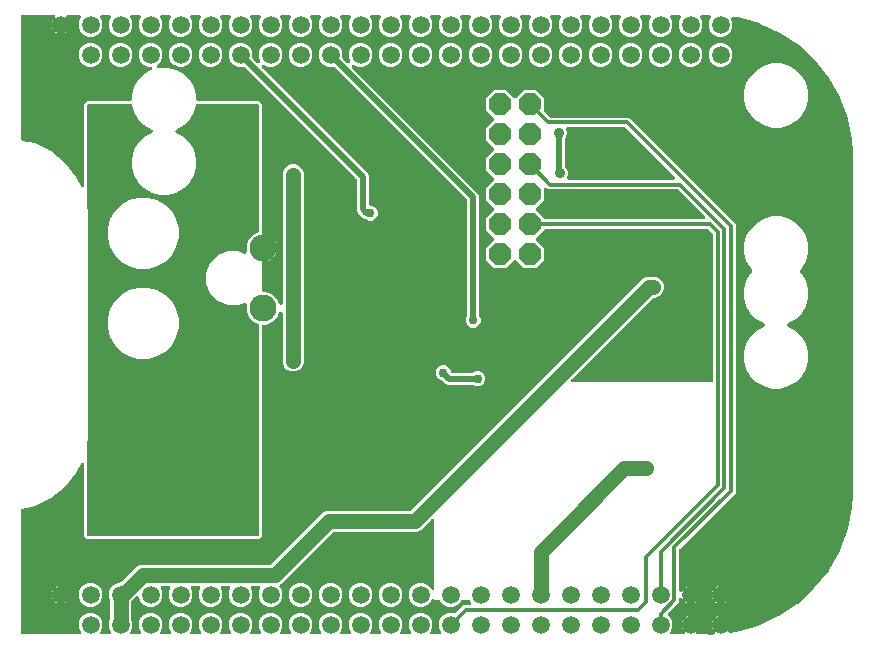
<source format=gbr>
G04 EAGLE Gerber X2 export*
%TF.Part,Single*%
%TF.FileFunction,Copper,L2,Bot,Mixed*%
%TF.FilePolarity,Positive*%
%TF.GenerationSoftware,Autodesk,EAGLE,9.1.3*%
%TF.CreationDate,2018-10-12T19:53:35Z*%
G75*
%MOMM*%
%FSLAX34Y34*%
%LPD*%
%AMOC8*
5,1,8,0,0,1.08239X$1,22.5*%
G01*
%ADD10R,1.508000X1.508000*%
%ADD11C,1.508000*%
%ADD12P,2.034460X8X112.500000*%
%ADD13C,2.286000*%
%ADD14C,0.914400*%
%ADD15C,0.756400*%
%ADD16C,1.270000*%
%ADD17C,0.508000*%
%ADD18C,0.304800*%

G36*
X637513Y13288D02*
X637513Y13288D01*
X637643Y13292D01*
X637989Y13332D01*
X638003Y13335D01*
X638017Y13335D01*
X638171Y13374D01*
X638328Y13411D01*
X638341Y13417D01*
X638355Y13420D01*
X638497Y13494D01*
X638641Y13564D01*
X638652Y13573D01*
X638664Y13580D01*
X638787Y13684D01*
X638911Y13785D01*
X638919Y13797D01*
X638930Y13806D01*
X639025Y13934D01*
X639123Y14062D01*
X639129Y14075D01*
X639137Y14086D01*
X639200Y14233D01*
X639267Y14379D01*
X639269Y14393D01*
X639275Y14406D01*
X639303Y14564D01*
X639335Y14721D01*
X639334Y14735D01*
X639337Y14749D01*
X639328Y14909D01*
X639323Y15069D01*
X639319Y15083D01*
X639319Y15097D01*
X639275Y15250D01*
X639233Y15406D01*
X639226Y15418D01*
X639222Y15432D01*
X639144Y15571D01*
X639068Y15713D01*
X639059Y15724D01*
X639052Y15736D01*
X638894Y15922D01*
X638033Y16783D01*
X637207Y18018D01*
X636763Y19091D01*
X642914Y19091D01*
X642940Y19094D01*
X642966Y19092D01*
X643113Y19114D01*
X643260Y19131D01*
X643285Y19139D01*
X643311Y19143D01*
X643448Y19198D01*
X643588Y19248D01*
X643610Y19262D01*
X643635Y19272D01*
X643756Y19357D01*
X643881Y19437D01*
X643893Y19450D01*
X643940Y19405D01*
X643963Y19391D01*
X643982Y19374D01*
X644112Y19302D01*
X644239Y19226D01*
X644264Y19218D01*
X644287Y19205D01*
X644430Y19165D01*
X644571Y19120D01*
X644597Y19117D01*
X644622Y19110D01*
X644866Y19091D01*
X651017Y19091D01*
X650573Y18018D01*
X650045Y17229D01*
X650028Y17196D01*
X650006Y17166D01*
X649949Y17041D01*
X649886Y16919D01*
X649877Y16883D01*
X649862Y16849D01*
X649835Y16714D01*
X649802Y16581D01*
X649801Y16544D01*
X649794Y16507D01*
X649798Y16370D01*
X649796Y16233D01*
X649804Y16196D01*
X649805Y16159D01*
X649841Y16026D01*
X649870Y15892D01*
X649886Y15858D01*
X649896Y15822D01*
X649961Y15701D01*
X650019Y15577D01*
X650043Y15548D01*
X650060Y15515D01*
X650151Y15412D01*
X650236Y15305D01*
X650266Y15281D01*
X650290Y15253D01*
X650402Y15173D01*
X650510Y15088D01*
X650543Y15072D01*
X650574Y15051D01*
X650701Y14998D01*
X650825Y14940D01*
X650861Y14932D01*
X650896Y14918D01*
X651032Y14896D01*
X651166Y14867D01*
X651203Y14868D01*
X651240Y14861D01*
X651484Y14870D01*
X656612Y15454D01*
X656623Y15457D01*
X656846Y15499D01*
X675243Y20602D01*
X675254Y20606D01*
X675468Y20684D01*
X692841Y28601D01*
X692851Y28607D01*
X693050Y28717D01*
X708965Y39252D01*
X708970Y39255D01*
X708978Y39262D01*
X709158Y39402D01*
X723234Y52300D01*
X723241Y52309D01*
X723397Y52475D01*
X735281Y67417D01*
X735287Y67426D01*
X735415Y67615D01*
X744816Y84231D01*
X744820Y84242D01*
X744917Y84448D01*
X751603Y102331D01*
X751605Y102341D01*
X751669Y102561D01*
X755475Y121269D01*
X755479Y121319D01*
X755500Y121447D01*
X756279Y130826D01*
X756278Y130870D01*
X756284Y130952D01*
X756284Y422269D01*
X756279Y422312D01*
X756279Y422393D01*
X755525Y431599D01*
X755515Y431648D01*
X755500Y431777D01*
X751787Y450137D01*
X751784Y450148D01*
X751722Y450367D01*
X745183Y467920D01*
X745177Y467930D01*
X745082Y468137D01*
X735877Y484451D01*
X735871Y484460D01*
X735744Y484649D01*
X724104Y499318D01*
X724101Y499322D01*
X724093Y499330D01*
X723938Y499497D01*
X710143Y512169D01*
X710133Y512175D01*
X709954Y512316D01*
X694347Y522673D01*
X694336Y522679D01*
X694138Y522789D01*
X677102Y530577D01*
X677091Y530581D01*
X676878Y530659D01*
X658833Y535687D01*
X658821Y535689D01*
X658599Y535733D01*
X654512Y536203D01*
X654449Y536203D01*
X654386Y536212D01*
X654275Y536203D01*
X654163Y536203D01*
X654102Y536189D01*
X654038Y536183D01*
X653932Y536149D01*
X653824Y536124D01*
X653767Y536096D01*
X653707Y536076D01*
X653611Y536019D01*
X653511Y535970D01*
X653462Y535929D01*
X653408Y535897D01*
X653328Y535819D01*
X653242Y535748D01*
X653204Y535698D01*
X653158Y535654D01*
X653098Y535560D01*
X653030Y535472D01*
X653004Y535414D01*
X652970Y535361D01*
X652933Y535256D01*
X652887Y535154D01*
X652875Y535092D01*
X652853Y535032D01*
X652841Y534921D01*
X652819Y534812D01*
X652821Y534749D01*
X652814Y534686D01*
X652827Y534575D01*
X652831Y534464D01*
X652848Y534403D01*
X652855Y534340D01*
X652914Y534159D01*
X652922Y534127D01*
X652926Y534120D01*
X652930Y534107D01*
X653971Y531595D01*
X653971Y527585D01*
X652436Y523880D01*
X649600Y521044D01*
X645895Y519509D01*
X641885Y519509D01*
X638180Y521044D01*
X635344Y523880D01*
X633809Y527585D01*
X633809Y531595D01*
X635352Y535318D01*
X635375Y535348D01*
X635446Y535422D01*
X635483Y535484D01*
X635527Y535540D01*
X635571Y535633D01*
X635624Y535721D01*
X635646Y535790D01*
X635676Y535855D01*
X635698Y535956D01*
X635729Y536054D01*
X635735Y536126D01*
X635750Y536196D01*
X635748Y536298D01*
X635756Y536401D01*
X635745Y536472D01*
X635744Y536544D01*
X635719Y536644D01*
X635703Y536746D01*
X635676Y536812D01*
X635659Y536882D01*
X635612Y536974D01*
X635573Y537069D01*
X635532Y537128D01*
X635499Y537192D01*
X635432Y537270D01*
X635373Y537355D01*
X635320Y537403D01*
X635273Y537458D01*
X635190Y537519D01*
X635114Y537587D01*
X635051Y537622D01*
X634993Y537665D01*
X634898Y537705D01*
X634808Y537755D01*
X634739Y537774D01*
X634673Y537803D01*
X634572Y537821D01*
X634473Y537849D01*
X634377Y537856D01*
X634330Y537864D01*
X634293Y537862D01*
X634229Y537867D01*
X632407Y537862D01*
X632261Y537844D01*
X630181Y537844D01*
X630156Y537841D01*
X630117Y537843D01*
X628187Y537761D01*
X628119Y537750D01*
X628051Y537749D01*
X627948Y537723D01*
X627843Y537706D01*
X627779Y537681D01*
X627713Y537664D01*
X627619Y537615D01*
X627520Y537575D01*
X627464Y537536D01*
X627403Y537504D01*
X627322Y537435D01*
X627235Y537374D01*
X627190Y537323D01*
X627138Y537279D01*
X627075Y537193D01*
X627004Y537113D01*
X626971Y537053D01*
X626931Y536998D01*
X626889Y536900D01*
X626838Y536807D01*
X626820Y536741D01*
X626793Y536678D01*
X626774Y536574D01*
X626746Y536471D01*
X626743Y536402D01*
X626731Y536335D01*
X626737Y536229D01*
X626733Y536122D01*
X626746Y536055D01*
X626749Y535987D01*
X626779Y535885D01*
X626799Y535780D01*
X626827Y535718D01*
X626846Y535652D01*
X626898Y535559D01*
X626941Y535462D01*
X626983Y535408D01*
X627016Y535348D01*
X628571Y531595D01*
X628571Y527585D01*
X627036Y523880D01*
X624200Y521044D01*
X620495Y519509D01*
X616485Y519509D01*
X612780Y521044D01*
X609944Y523880D01*
X608409Y527585D01*
X608409Y531595D01*
X609956Y535328D01*
X610020Y535395D01*
X610058Y535459D01*
X610104Y535517D01*
X610147Y535608D01*
X610199Y535694D01*
X610221Y535765D01*
X610253Y535832D01*
X610274Y535930D01*
X610305Y536026D01*
X610311Y536100D01*
X610327Y536173D01*
X610325Y536273D01*
X610333Y536373D01*
X610322Y536446D01*
X610321Y536521D01*
X610296Y536618D01*
X610281Y536718D01*
X610254Y536787D01*
X610236Y536859D01*
X610190Y536948D01*
X610152Y537042D01*
X610110Y537103D01*
X610076Y537169D01*
X610011Y537246D01*
X609954Y537328D01*
X609898Y537378D01*
X609850Y537434D01*
X609769Y537494D01*
X609695Y537561D01*
X609630Y537597D01*
X609570Y537641D01*
X609478Y537681D01*
X609390Y537730D01*
X609318Y537750D01*
X609250Y537780D01*
X609151Y537797D01*
X609054Y537825D01*
X608954Y537833D01*
X608907Y537841D01*
X608871Y537839D01*
X608811Y537844D01*
X602769Y537844D01*
X602670Y537833D01*
X602569Y537831D01*
X602497Y537813D01*
X602423Y537804D01*
X602329Y537771D01*
X602231Y537746D01*
X602165Y537712D01*
X602095Y537687D01*
X602011Y537632D01*
X601921Y537586D01*
X601865Y537538D01*
X601802Y537498D01*
X601733Y537426D01*
X601656Y537360D01*
X601612Y537301D01*
X601560Y537247D01*
X601509Y537161D01*
X601449Y537080D01*
X601419Y537012D01*
X601381Y536948D01*
X601351Y536853D01*
X601311Y536760D01*
X601298Y536687D01*
X601275Y536616D01*
X601267Y536516D01*
X601249Y536417D01*
X601253Y536343D01*
X601247Y536269D01*
X601262Y536170D01*
X601267Y536069D01*
X601288Y535998D01*
X601299Y535924D01*
X601336Y535831D01*
X601364Y535734D01*
X601400Y535669D01*
X601428Y535600D01*
X601485Y535518D01*
X601534Y535430D01*
X601599Y535354D01*
X601626Y535314D01*
X601633Y535309D01*
X603171Y531595D01*
X603171Y527585D01*
X601636Y523880D01*
X598800Y521044D01*
X595095Y519509D01*
X591085Y519509D01*
X587380Y521044D01*
X584544Y523880D01*
X583009Y527585D01*
X583009Y531595D01*
X584556Y535328D01*
X584620Y535395D01*
X584658Y535459D01*
X584704Y535517D01*
X584747Y535608D01*
X584799Y535694D01*
X584821Y535765D01*
X584853Y535832D01*
X584874Y535930D01*
X584905Y536026D01*
X584911Y536100D01*
X584927Y536173D01*
X584925Y536273D01*
X584933Y536373D01*
X584922Y536446D01*
X584921Y536521D01*
X584896Y536618D01*
X584881Y536718D01*
X584854Y536787D01*
X584836Y536859D01*
X584790Y536948D01*
X584752Y537042D01*
X584710Y537103D01*
X584676Y537169D01*
X584611Y537246D01*
X584554Y537328D01*
X584498Y537378D01*
X584450Y537434D01*
X584369Y537494D01*
X584295Y537561D01*
X584230Y537597D01*
X584170Y537641D01*
X584078Y537681D01*
X583990Y537730D01*
X583918Y537750D01*
X583850Y537780D01*
X583751Y537797D01*
X583654Y537825D01*
X583554Y537833D01*
X583507Y537841D01*
X583471Y537839D01*
X583411Y537844D01*
X577369Y537844D01*
X577270Y537833D01*
X577169Y537831D01*
X577097Y537813D01*
X577023Y537804D01*
X576929Y537771D01*
X576831Y537746D01*
X576765Y537712D01*
X576695Y537687D01*
X576611Y537632D01*
X576521Y537586D01*
X576465Y537538D01*
X576402Y537498D01*
X576333Y537426D01*
X576256Y537360D01*
X576212Y537301D01*
X576160Y537247D01*
X576109Y537161D01*
X576049Y537080D01*
X576019Y537012D01*
X575981Y536948D01*
X575951Y536853D01*
X575911Y536760D01*
X575898Y536687D01*
X575875Y536616D01*
X575867Y536516D01*
X575849Y536417D01*
X575853Y536343D01*
X575847Y536269D01*
X575862Y536170D01*
X575867Y536069D01*
X575888Y535998D01*
X575899Y535924D01*
X575936Y535831D01*
X575964Y535734D01*
X576000Y535669D01*
X576028Y535600D01*
X576085Y535518D01*
X576134Y535430D01*
X576199Y535354D01*
X576226Y535314D01*
X576233Y535309D01*
X577771Y531595D01*
X577771Y527585D01*
X576236Y523880D01*
X573400Y521044D01*
X569695Y519509D01*
X565685Y519509D01*
X561980Y521044D01*
X559144Y523880D01*
X557609Y527585D01*
X557609Y531595D01*
X559156Y535328D01*
X559220Y535395D01*
X559258Y535459D01*
X559304Y535517D01*
X559347Y535608D01*
X559399Y535694D01*
X559421Y535765D01*
X559453Y535832D01*
X559474Y535930D01*
X559505Y536026D01*
X559511Y536100D01*
X559527Y536173D01*
X559525Y536273D01*
X559533Y536373D01*
X559522Y536446D01*
X559521Y536521D01*
X559496Y536618D01*
X559481Y536718D01*
X559454Y536787D01*
X559436Y536859D01*
X559390Y536948D01*
X559352Y537042D01*
X559310Y537103D01*
X559276Y537169D01*
X559211Y537246D01*
X559154Y537328D01*
X559098Y537378D01*
X559050Y537434D01*
X558969Y537494D01*
X558895Y537561D01*
X558830Y537597D01*
X558770Y537641D01*
X558678Y537681D01*
X558590Y537730D01*
X558518Y537750D01*
X558450Y537780D01*
X558351Y537797D01*
X558254Y537825D01*
X558154Y537833D01*
X558107Y537841D01*
X558071Y537839D01*
X558011Y537844D01*
X551969Y537844D01*
X551870Y537833D01*
X551769Y537831D01*
X551697Y537813D01*
X551623Y537804D01*
X551529Y537771D01*
X551431Y537746D01*
X551365Y537712D01*
X551295Y537687D01*
X551211Y537632D01*
X551121Y537586D01*
X551065Y537538D01*
X551002Y537498D01*
X550933Y537426D01*
X550856Y537360D01*
X550812Y537301D01*
X550760Y537247D01*
X550709Y537161D01*
X550649Y537080D01*
X550619Y537012D01*
X550581Y536948D01*
X550551Y536853D01*
X550511Y536760D01*
X550498Y536687D01*
X550475Y536616D01*
X550467Y536516D01*
X550449Y536417D01*
X550453Y536343D01*
X550447Y536269D01*
X550462Y536170D01*
X550467Y536069D01*
X550488Y535998D01*
X550499Y535924D01*
X550536Y535831D01*
X550564Y535734D01*
X550600Y535669D01*
X550628Y535600D01*
X550685Y535518D01*
X550734Y535430D01*
X550799Y535354D01*
X550826Y535314D01*
X550833Y535309D01*
X552371Y531595D01*
X552371Y527585D01*
X550836Y523880D01*
X548000Y521044D01*
X544295Y519509D01*
X540285Y519509D01*
X536580Y521044D01*
X533744Y523880D01*
X532209Y527585D01*
X532209Y531595D01*
X533756Y535328D01*
X533820Y535395D01*
X533858Y535459D01*
X533904Y535517D01*
X533947Y535608D01*
X533999Y535694D01*
X534021Y535765D01*
X534053Y535832D01*
X534074Y535930D01*
X534105Y536026D01*
X534111Y536100D01*
X534127Y536173D01*
X534125Y536273D01*
X534133Y536373D01*
X534122Y536446D01*
X534121Y536521D01*
X534096Y536618D01*
X534081Y536718D01*
X534054Y536787D01*
X534036Y536859D01*
X533990Y536948D01*
X533952Y537042D01*
X533910Y537103D01*
X533876Y537169D01*
X533811Y537246D01*
X533754Y537328D01*
X533698Y537378D01*
X533650Y537434D01*
X533569Y537494D01*
X533495Y537561D01*
X533430Y537597D01*
X533370Y537641D01*
X533278Y537681D01*
X533190Y537730D01*
X533118Y537750D01*
X533050Y537780D01*
X532951Y537797D01*
X532854Y537825D01*
X532754Y537833D01*
X532707Y537841D01*
X532671Y537839D01*
X532611Y537844D01*
X526569Y537844D01*
X526470Y537833D01*
X526369Y537831D01*
X526297Y537813D01*
X526223Y537804D01*
X526129Y537771D01*
X526031Y537746D01*
X525965Y537712D01*
X525895Y537687D01*
X525811Y537632D01*
X525721Y537586D01*
X525665Y537538D01*
X525602Y537498D01*
X525533Y537426D01*
X525456Y537360D01*
X525412Y537301D01*
X525360Y537247D01*
X525309Y537161D01*
X525249Y537080D01*
X525219Y537012D01*
X525181Y536948D01*
X525151Y536853D01*
X525111Y536760D01*
X525098Y536687D01*
X525075Y536616D01*
X525067Y536516D01*
X525049Y536417D01*
X525053Y536343D01*
X525047Y536269D01*
X525062Y536170D01*
X525067Y536069D01*
X525088Y535998D01*
X525099Y535924D01*
X525136Y535831D01*
X525164Y535734D01*
X525200Y535669D01*
X525228Y535600D01*
X525285Y535518D01*
X525334Y535430D01*
X525399Y535354D01*
X525426Y535314D01*
X525433Y535309D01*
X526971Y531595D01*
X526971Y527585D01*
X525436Y523880D01*
X522600Y521044D01*
X518895Y519509D01*
X514885Y519509D01*
X511180Y521044D01*
X508344Y523880D01*
X506809Y527585D01*
X506809Y531595D01*
X508356Y535328D01*
X508420Y535395D01*
X508458Y535459D01*
X508504Y535517D01*
X508547Y535608D01*
X508599Y535694D01*
X508621Y535765D01*
X508653Y535832D01*
X508674Y535930D01*
X508705Y536026D01*
X508711Y536100D01*
X508727Y536173D01*
X508725Y536273D01*
X508733Y536373D01*
X508722Y536446D01*
X508721Y536521D01*
X508696Y536618D01*
X508681Y536718D01*
X508654Y536787D01*
X508636Y536859D01*
X508590Y536948D01*
X508552Y537042D01*
X508510Y537103D01*
X508476Y537169D01*
X508411Y537246D01*
X508354Y537328D01*
X508298Y537378D01*
X508250Y537434D01*
X508169Y537494D01*
X508095Y537561D01*
X508030Y537597D01*
X507970Y537641D01*
X507878Y537681D01*
X507790Y537730D01*
X507718Y537750D01*
X507650Y537780D01*
X507551Y537797D01*
X507454Y537825D01*
X507354Y537833D01*
X507307Y537841D01*
X507271Y537839D01*
X507211Y537844D01*
X501169Y537844D01*
X501070Y537833D01*
X500969Y537831D01*
X500897Y537813D01*
X500823Y537804D01*
X500729Y537771D01*
X500631Y537746D01*
X500565Y537712D01*
X500495Y537687D01*
X500411Y537632D01*
X500321Y537586D01*
X500265Y537538D01*
X500202Y537498D01*
X500133Y537426D01*
X500056Y537360D01*
X500012Y537301D01*
X499960Y537247D01*
X499909Y537161D01*
X499849Y537080D01*
X499819Y537012D01*
X499781Y536948D01*
X499751Y536853D01*
X499711Y536760D01*
X499698Y536687D01*
X499675Y536616D01*
X499667Y536516D01*
X499649Y536417D01*
X499653Y536343D01*
X499647Y536269D01*
X499662Y536170D01*
X499667Y536069D01*
X499688Y535998D01*
X499699Y535924D01*
X499736Y535831D01*
X499764Y535734D01*
X499800Y535669D01*
X499828Y535600D01*
X499885Y535518D01*
X499934Y535430D01*
X499999Y535354D01*
X500026Y535314D01*
X500033Y535309D01*
X501571Y531595D01*
X501571Y527585D01*
X500036Y523880D01*
X497200Y521044D01*
X493495Y519509D01*
X489485Y519509D01*
X485780Y521044D01*
X482944Y523880D01*
X481409Y527585D01*
X481409Y531595D01*
X482956Y535328D01*
X483020Y535395D01*
X483058Y535459D01*
X483104Y535517D01*
X483147Y535608D01*
X483199Y535694D01*
X483221Y535765D01*
X483253Y535832D01*
X483274Y535930D01*
X483305Y536026D01*
X483311Y536100D01*
X483327Y536173D01*
X483325Y536273D01*
X483333Y536373D01*
X483322Y536446D01*
X483321Y536521D01*
X483296Y536618D01*
X483281Y536718D01*
X483254Y536787D01*
X483236Y536859D01*
X483190Y536948D01*
X483152Y537042D01*
X483110Y537103D01*
X483076Y537169D01*
X483011Y537246D01*
X482954Y537328D01*
X482898Y537378D01*
X482850Y537434D01*
X482769Y537494D01*
X482695Y537561D01*
X482630Y537597D01*
X482570Y537641D01*
X482478Y537681D01*
X482390Y537730D01*
X482318Y537750D01*
X482250Y537780D01*
X482151Y537797D01*
X482054Y537825D01*
X481954Y537833D01*
X481907Y537841D01*
X481871Y537839D01*
X481811Y537844D01*
X475769Y537844D01*
X475670Y537833D01*
X475569Y537831D01*
X475497Y537813D01*
X475423Y537804D01*
X475329Y537771D01*
X475231Y537746D01*
X475165Y537712D01*
X475095Y537687D01*
X475011Y537632D01*
X474921Y537586D01*
X474865Y537538D01*
X474802Y537498D01*
X474733Y537426D01*
X474656Y537360D01*
X474612Y537301D01*
X474560Y537247D01*
X474509Y537161D01*
X474449Y537080D01*
X474419Y537012D01*
X474381Y536948D01*
X474351Y536853D01*
X474311Y536760D01*
X474298Y536687D01*
X474275Y536616D01*
X474267Y536516D01*
X474249Y536417D01*
X474253Y536343D01*
X474247Y536269D01*
X474262Y536170D01*
X474267Y536069D01*
X474288Y535998D01*
X474299Y535924D01*
X474336Y535831D01*
X474364Y535734D01*
X474400Y535669D01*
X474428Y535600D01*
X474485Y535518D01*
X474534Y535430D01*
X474599Y535354D01*
X474626Y535314D01*
X474633Y535309D01*
X476171Y531595D01*
X476171Y527585D01*
X474636Y523880D01*
X471800Y521044D01*
X468095Y519509D01*
X464085Y519509D01*
X460380Y521044D01*
X457544Y523880D01*
X456009Y527585D01*
X456009Y531595D01*
X457556Y535328D01*
X457620Y535395D01*
X457658Y535459D01*
X457704Y535517D01*
X457747Y535608D01*
X457799Y535694D01*
X457821Y535765D01*
X457853Y535832D01*
X457874Y535930D01*
X457905Y536026D01*
X457911Y536100D01*
X457927Y536173D01*
X457925Y536273D01*
X457933Y536373D01*
X457922Y536446D01*
X457921Y536521D01*
X457896Y536618D01*
X457881Y536718D01*
X457854Y536787D01*
X457836Y536859D01*
X457790Y536948D01*
X457752Y537042D01*
X457710Y537103D01*
X457676Y537169D01*
X457611Y537246D01*
X457554Y537328D01*
X457498Y537378D01*
X457450Y537434D01*
X457369Y537494D01*
X457295Y537561D01*
X457230Y537597D01*
X457170Y537641D01*
X457078Y537681D01*
X456990Y537730D01*
X456918Y537750D01*
X456850Y537780D01*
X456751Y537797D01*
X456654Y537825D01*
X456554Y537833D01*
X456507Y537841D01*
X456471Y537839D01*
X456411Y537844D01*
X450369Y537844D01*
X450270Y537833D01*
X450169Y537831D01*
X450097Y537813D01*
X450023Y537804D01*
X449929Y537771D01*
X449831Y537746D01*
X449765Y537712D01*
X449695Y537687D01*
X449611Y537632D01*
X449521Y537586D01*
X449465Y537538D01*
X449402Y537498D01*
X449333Y537426D01*
X449256Y537360D01*
X449212Y537301D01*
X449160Y537247D01*
X449109Y537161D01*
X449049Y537080D01*
X449019Y537012D01*
X448981Y536948D01*
X448951Y536853D01*
X448911Y536760D01*
X448898Y536687D01*
X448875Y536616D01*
X448867Y536516D01*
X448849Y536417D01*
X448853Y536343D01*
X448847Y536269D01*
X448862Y536170D01*
X448867Y536069D01*
X448888Y535998D01*
X448899Y535924D01*
X448936Y535831D01*
X448964Y535734D01*
X449000Y535669D01*
X449028Y535600D01*
X449085Y535518D01*
X449134Y535430D01*
X449199Y535354D01*
X449226Y535314D01*
X449233Y535309D01*
X450771Y531595D01*
X450771Y527585D01*
X449236Y523880D01*
X446400Y521044D01*
X442695Y519509D01*
X438685Y519509D01*
X434980Y521044D01*
X432144Y523880D01*
X430609Y527585D01*
X430609Y531595D01*
X432156Y535328D01*
X432220Y535395D01*
X432258Y535459D01*
X432304Y535517D01*
X432347Y535608D01*
X432399Y535694D01*
X432421Y535765D01*
X432453Y535832D01*
X432474Y535930D01*
X432505Y536026D01*
X432511Y536100D01*
X432527Y536173D01*
X432525Y536273D01*
X432533Y536373D01*
X432522Y536446D01*
X432521Y536521D01*
X432496Y536618D01*
X432481Y536718D01*
X432454Y536787D01*
X432436Y536859D01*
X432390Y536948D01*
X432352Y537042D01*
X432310Y537103D01*
X432276Y537169D01*
X432211Y537246D01*
X432154Y537328D01*
X432098Y537378D01*
X432050Y537434D01*
X431969Y537494D01*
X431895Y537561D01*
X431830Y537597D01*
X431770Y537641D01*
X431678Y537681D01*
X431590Y537730D01*
X431518Y537750D01*
X431450Y537780D01*
X431351Y537797D01*
X431254Y537825D01*
X431154Y537833D01*
X431107Y537841D01*
X431071Y537839D01*
X431011Y537844D01*
X424969Y537844D01*
X424870Y537833D01*
X424769Y537831D01*
X424697Y537813D01*
X424623Y537804D01*
X424529Y537771D01*
X424431Y537746D01*
X424365Y537712D01*
X424295Y537687D01*
X424211Y537632D01*
X424121Y537586D01*
X424065Y537538D01*
X424002Y537498D01*
X423933Y537426D01*
X423856Y537360D01*
X423812Y537301D01*
X423760Y537247D01*
X423709Y537161D01*
X423649Y537080D01*
X423619Y537012D01*
X423581Y536948D01*
X423551Y536853D01*
X423511Y536760D01*
X423498Y536687D01*
X423475Y536616D01*
X423467Y536516D01*
X423449Y536417D01*
X423453Y536343D01*
X423447Y536269D01*
X423462Y536170D01*
X423467Y536069D01*
X423488Y535998D01*
X423499Y535924D01*
X423536Y535831D01*
X423564Y535734D01*
X423600Y535669D01*
X423628Y535600D01*
X423685Y535518D01*
X423734Y535430D01*
X423799Y535354D01*
X423826Y535314D01*
X423833Y535309D01*
X425371Y531595D01*
X425371Y527585D01*
X423836Y523880D01*
X421000Y521044D01*
X417295Y519509D01*
X413285Y519509D01*
X409580Y521044D01*
X406744Y523880D01*
X405209Y527585D01*
X405209Y531595D01*
X406756Y535328D01*
X406820Y535395D01*
X406858Y535459D01*
X406904Y535517D01*
X406947Y535608D01*
X406999Y535694D01*
X407021Y535765D01*
X407053Y535832D01*
X407074Y535930D01*
X407105Y536026D01*
X407111Y536100D01*
X407127Y536173D01*
X407125Y536273D01*
X407133Y536373D01*
X407122Y536446D01*
X407121Y536521D01*
X407096Y536618D01*
X407081Y536718D01*
X407054Y536787D01*
X407036Y536859D01*
X406990Y536948D01*
X406952Y537042D01*
X406910Y537103D01*
X406876Y537169D01*
X406811Y537246D01*
X406754Y537328D01*
X406698Y537378D01*
X406650Y537434D01*
X406569Y537494D01*
X406495Y537561D01*
X406430Y537597D01*
X406370Y537641D01*
X406278Y537681D01*
X406190Y537730D01*
X406118Y537750D01*
X406050Y537780D01*
X405951Y537797D01*
X405854Y537825D01*
X405754Y537833D01*
X405707Y537841D01*
X405671Y537839D01*
X405611Y537844D01*
X399569Y537844D01*
X399470Y537833D01*
X399369Y537831D01*
X399297Y537813D01*
X399223Y537804D01*
X399129Y537771D01*
X399031Y537746D01*
X398965Y537712D01*
X398895Y537687D01*
X398811Y537632D01*
X398721Y537586D01*
X398665Y537538D01*
X398602Y537498D01*
X398533Y537426D01*
X398456Y537360D01*
X398412Y537301D01*
X398360Y537247D01*
X398309Y537161D01*
X398249Y537080D01*
X398219Y537012D01*
X398181Y536948D01*
X398151Y536853D01*
X398111Y536760D01*
X398098Y536687D01*
X398075Y536616D01*
X398067Y536516D01*
X398049Y536417D01*
X398053Y536343D01*
X398047Y536269D01*
X398062Y536170D01*
X398067Y536069D01*
X398088Y535998D01*
X398099Y535924D01*
X398136Y535831D01*
X398164Y535734D01*
X398200Y535669D01*
X398228Y535600D01*
X398285Y535518D01*
X398334Y535430D01*
X398399Y535354D01*
X398426Y535314D01*
X398433Y535309D01*
X399971Y531595D01*
X399971Y527585D01*
X398436Y523880D01*
X395600Y521044D01*
X391895Y519509D01*
X387885Y519509D01*
X384180Y521044D01*
X381344Y523880D01*
X379809Y527585D01*
X379809Y531595D01*
X381356Y535328D01*
X381420Y535395D01*
X381458Y535459D01*
X381504Y535517D01*
X381547Y535608D01*
X381599Y535694D01*
X381621Y535765D01*
X381653Y535832D01*
X381674Y535930D01*
X381705Y536026D01*
X381711Y536100D01*
X381727Y536173D01*
X381725Y536273D01*
X381733Y536373D01*
X381722Y536446D01*
X381721Y536521D01*
X381696Y536618D01*
X381681Y536718D01*
X381654Y536787D01*
X381636Y536859D01*
X381590Y536948D01*
X381552Y537042D01*
X381510Y537103D01*
X381476Y537169D01*
X381411Y537246D01*
X381354Y537328D01*
X381298Y537378D01*
X381250Y537434D01*
X381169Y537494D01*
X381095Y537561D01*
X381030Y537597D01*
X380970Y537641D01*
X380878Y537681D01*
X380790Y537730D01*
X380718Y537750D01*
X380650Y537780D01*
X380551Y537797D01*
X380454Y537825D01*
X380354Y537833D01*
X380307Y537841D01*
X380271Y537839D01*
X380211Y537844D01*
X374169Y537844D01*
X374070Y537833D01*
X373969Y537831D01*
X373897Y537813D01*
X373823Y537804D01*
X373729Y537771D01*
X373631Y537746D01*
X373565Y537712D01*
X373495Y537687D01*
X373411Y537632D01*
X373321Y537586D01*
X373265Y537538D01*
X373202Y537498D01*
X373133Y537426D01*
X373056Y537360D01*
X373012Y537301D01*
X372960Y537247D01*
X372909Y537161D01*
X372849Y537080D01*
X372819Y537012D01*
X372781Y536948D01*
X372751Y536853D01*
X372711Y536760D01*
X372698Y536687D01*
X372675Y536616D01*
X372667Y536516D01*
X372649Y536417D01*
X372653Y536343D01*
X372647Y536269D01*
X372662Y536170D01*
X372667Y536069D01*
X372688Y535998D01*
X372699Y535924D01*
X372736Y535831D01*
X372764Y535734D01*
X372800Y535669D01*
X372828Y535600D01*
X372885Y535518D01*
X372934Y535430D01*
X372999Y535354D01*
X373026Y535314D01*
X373033Y535309D01*
X374571Y531595D01*
X374571Y527585D01*
X373036Y523880D01*
X370200Y521044D01*
X366495Y519509D01*
X362485Y519509D01*
X358780Y521044D01*
X355944Y523880D01*
X354409Y527585D01*
X354409Y531595D01*
X355956Y535328D01*
X356020Y535395D01*
X356058Y535459D01*
X356104Y535517D01*
X356147Y535608D01*
X356199Y535694D01*
X356221Y535765D01*
X356253Y535832D01*
X356274Y535930D01*
X356305Y536026D01*
X356311Y536100D01*
X356327Y536173D01*
X356325Y536273D01*
X356333Y536373D01*
X356322Y536446D01*
X356321Y536521D01*
X356296Y536618D01*
X356281Y536718D01*
X356254Y536787D01*
X356236Y536859D01*
X356190Y536948D01*
X356152Y537042D01*
X356110Y537103D01*
X356076Y537169D01*
X356011Y537246D01*
X355954Y537328D01*
X355898Y537378D01*
X355850Y537434D01*
X355769Y537494D01*
X355695Y537561D01*
X355630Y537597D01*
X355570Y537641D01*
X355478Y537681D01*
X355390Y537730D01*
X355318Y537750D01*
X355250Y537780D01*
X355151Y537797D01*
X355054Y537825D01*
X354954Y537833D01*
X354907Y537841D01*
X354871Y537839D01*
X354811Y537844D01*
X348769Y537844D01*
X348670Y537833D01*
X348569Y537831D01*
X348497Y537813D01*
X348423Y537804D01*
X348329Y537771D01*
X348231Y537746D01*
X348165Y537712D01*
X348095Y537687D01*
X348011Y537632D01*
X347921Y537586D01*
X347865Y537538D01*
X347802Y537498D01*
X347733Y537426D01*
X347656Y537360D01*
X347612Y537301D01*
X347560Y537247D01*
X347509Y537161D01*
X347449Y537080D01*
X347419Y537012D01*
X347381Y536948D01*
X347351Y536853D01*
X347311Y536760D01*
X347298Y536687D01*
X347275Y536616D01*
X347267Y536516D01*
X347249Y536417D01*
X347253Y536343D01*
X347247Y536269D01*
X347262Y536170D01*
X347267Y536069D01*
X347288Y535998D01*
X347299Y535924D01*
X347336Y535831D01*
X347364Y535734D01*
X347400Y535669D01*
X347428Y535600D01*
X347485Y535518D01*
X347534Y535430D01*
X347599Y535354D01*
X347626Y535314D01*
X347633Y535309D01*
X349171Y531595D01*
X349171Y527585D01*
X347636Y523880D01*
X344800Y521044D01*
X341095Y519509D01*
X337085Y519509D01*
X333380Y521044D01*
X330544Y523880D01*
X329009Y527585D01*
X329009Y531595D01*
X330556Y535328D01*
X330620Y535395D01*
X330658Y535459D01*
X330704Y535517D01*
X330747Y535608D01*
X330799Y535694D01*
X330821Y535765D01*
X330853Y535832D01*
X330874Y535930D01*
X330905Y536026D01*
X330911Y536100D01*
X330927Y536173D01*
X330925Y536273D01*
X330933Y536373D01*
X330922Y536446D01*
X330921Y536521D01*
X330896Y536618D01*
X330881Y536718D01*
X330854Y536787D01*
X330836Y536859D01*
X330790Y536948D01*
X330752Y537042D01*
X330710Y537103D01*
X330676Y537169D01*
X330611Y537246D01*
X330554Y537328D01*
X330498Y537378D01*
X330450Y537434D01*
X330369Y537494D01*
X330295Y537561D01*
X330230Y537597D01*
X330170Y537641D01*
X330078Y537681D01*
X329990Y537730D01*
X329918Y537750D01*
X329850Y537780D01*
X329751Y537797D01*
X329654Y537825D01*
X329554Y537833D01*
X329507Y537841D01*
X329471Y537839D01*
X329411Y537844D01*
X323369Y537844D01*
X323270Y537833D01*
X323169Y537831D01*
X323097Y537813D01*
X323023Y537804D01*
X322929Y537771D01*
X322831Y537746D01*
X322765Y537712D01*
X322695Y537687D01*
X322611Y537632D01*
X322521Y537586D01*
X322465Y537538D01*
X322402Y537498D01*
X322333Y537426D01*
X322256Y537360D01*
X322212Y537301D01*
X322160Y537247D01*
X322109Y537161D01*
X322049Y537080D01*
X322019Y537012D01*
X321981Y536948D01*
X321951Y536853D01*
X321911Y536760D01*
X321898Y536687D01*
X321875Y536616D01*
X321867Y536516D01*
X321849Y536417D01*
X321853Y536343D01*
X321847Y536269D01*
X321862Y536170D01*
X321867Y536069D01*
X321888Y535998D01*
X321899Y535924D01*
X321936Y535831D01*
X321964Y535734D01*
X322000Y535669D01*
X322028Y535600D01*
X322085Y535518D01*
X322134Y535430D01*
X322199Y535354D01*
X322226Y535314D01*
X322233Y535309D01*
X323771Y531595D01*
X323771Y527585D01*
X322236Y523880D01*
X319400Y521044D01*
X315695Y519509D01*
X311685Y519509D01*
X307980Y521044D01*
X305144Y523880D01*
X303609Y527585D01*
X303609Y531595D01*
X305156Y535328D01*
X305220Y535395D01*
X305258Y535459D01*
X305304Y535517D01*
X305347Y535608D01*
X305399Y535694D01*
X305421Y535765D01*
X305453Y535832D01*
X305474Y535930D01*
X305505Y536026D01*
X305511Y536100D01*
X305527Y536173D01*
X305525Y536273D01*
X305533Y536373D01*
X305522Y536446D01*
X305521Y536521D01*
X305496Y536618D01*
X305481Y536718D01*
X305454Y536787D01*
X305436Y536859D01*
X305390Y536948D01*
X305352Y537042D01*
X305310Y537103D01*
X305276Y537169D01*
X305211Y537246D01*
X305154Y537328D01*
X305098Y537378D01*
X305050Y537434D01*
X304969Y537494D01*
X304895Y537561D01*
X304830Y537597D01*
X304770Y537641D01*
X304678Y537681D01*
X304590Y537730D01*
X304518Y537750D01*
X304450Y537780D01*
X304351Y537797D01*
X304254Y537825D01*
X304154Y537833D01*
X304107Y537841D01*
X304071Y537839D01*
X304011Y537844D01*
X297969Y537844D01*
X297870Y537833D01*
X297769Y537831D01*
X297697Y537813D01*
X297623Y537804D01*
X297529Y537771D01*
X297431Y537746D01*
X297365Y537712D01*
X297295Y537687D01*
X297211Y537632D01*
X297121Y537586D01*
X297065Y537538D01*
X297002Y537498D01*
X296933Y537426D01*
X296856Y537360D01*
X296812Y537301D01*
X296760Y537247D01*
X296709Y537161D01*
X296649Y537080D01*
X296619Y537012D01*
X296581Y536948D01*
X296551Y536853D01*
X296511Y536760D01*
X296498Y536687D01*
X296475Y536616D01*
X296467Y536516D01*
X296449Y536417D01*
X296453Y536343D01*
X296447Y536269D01*
X296462Y536170D01*
X296467Y536069D01*
X296488Y535998D01*
X296499Y535924D01*
X296536Y535831D01*
X296564Y535734D01*
X296600Y535669D01*
X296628Y535600D01*
X296685Y535518D01*
X296734Y535430D01*
X296799Y535354D01*
X296826Y535314D01*
X296833Y535309D01*
X298371Y531595D01*
X298371Y527585D01*
X296836Y523880D01*
X294000Y521044D01*
X290295Y519509D01*
X286285Y519509D01*
X282580Y521044D01*
X279744Y523880D01*
X278209Y527585D01*
X278209Y531595D01*
X279756Y535328D01*
X279820Y535395D01*
X279858Y535459D01*
X279904Y535517D01*
X279947Y535608D01*
X279999Y535694D01*
X280021Y535765D01*
X280053Y535832D01*
X280074Y535930D01*
X280105Y536026D01*
X280111Y536100D01*
X280127Y536173D01*
X280125Y536273D01*
X280133Y536373D01*
X280122Y536446D01*
X280121Y536521D01*
X280096Y536618D01*
X280081Y536718D01*
X280054Y536787D01*
X280036Y536859D01*
X279990Y536948D01*
X279952Y537042D01*
X279910Y537103D01*
X279876Y537169D01*
X279811Y537246D01*
X279754Y537328D01*
X279698Y537378D01*
X279650Y537434D01*
X279569Y537494D01*
X279495Y537561D01*
X279430Y537597D01*
X279370Y537641D01*
X279278Y537681D01*
X279190Y537730D01*
X279118Y537750D01*
X279050Y537780D01*
X278951Y537797D01*
X278854Y537825D01*
X278754Y537833D01*
X278707Y537841D01*
X278671Y537839D01*
X278611Y537844D01*
X272569Y537844D01*
X272470Y537833D01*
X272369Y537831D01*
X272297Y537813D01*
X272223Y537804D01*
X272129Y537771D01*
X272031Y537746D01*
X271965Y537712D01*
X271895Y537687D01*
X271811Y537632D01*
X271721Y537586D01*
X271665Y537538D01*
X271602Y537498D01*
X271533Y537426D01*
X271456Y537360D01*
X271412Y537301D01*
X271360Y537247D01*
X271309Y537161D01*
X271249Y537080D01*
X271219Y537012D01*
X271181Y536948D01*
X271151Y536853D01*
X271111Y536760D01*
X271098Y536687D01*
X271075Y536616D01*
X271067Y536516D01*
X271049Y536417D01*
X271053Y536343D01*
X271047Y536269D01*
X271062Y536170D01*
X271067Y536069D01*
X271088Y535998D01*
X271099Y535924D01*
X271136Y535831D01*
X271164Y535734D01*
X271200Y535669D01*
X271228Y535600D01*
X271285Y535518D01*
X271334Y535430D01*
X271399Y535354D01*
X271426Y535314D01*
X271433Y535309D01*
X272971Y531595D01*
X272971Y527585D01*
X271436Y523880D01*
X268600Y521044D01*
X264895Y519509D01*
X260885Y519509D01*
X257180Y521044D01*
X254344Y523880D01*
X252809Y527585D01*
X252809Y531595D01*
X254356Y535328D01*
X254420Y535395D01*
X254458Y535459D01*
X254504Y535517D01*
X254547Y535608D01*
X254599Y535694D01*
X254621Y535765D01*
X254653Y535832D01*
X254674Y535930D01*
X254705Y536026D01*
X254711Y536100D01*
X254727Y536173D01*
X254725Y536273D01*
X254733Y536373D01*
X254722Y536446D01*
X254721Y536521D01*
X254696Y536618D01*
X254681Y536718D01*
X254654Y536787D01*
X254636Y536859D01*
X254590Y536948D01*
X254552Y537042D01*
X254510Y537103D01*
X254476Y537169D01*
X254411Y537246D01*
X254354Y537328D01*
X254298Y537378D01*
X254250Y537434D01*
X254169Y537494D01*
X254095Y537561D01*
X254030Y537597D01*
X253970Y537641D01*
X253878Y537681D01*
X253790Y537730D01*
X253718Y537750D01*
X253650Y537780D01*
X253551Y537797D01*
X253454Y537825D01*
X253354Y537833D01*
X253307Y537841D01*
X253271Y537839D01*
X253211Y537844D01*
X247169Y537844D01*
X247070Y537833D01*
X246969Y537831D01*
X246897Y537813D01*
X246823Y537804D01*
X246729Y537771D01*
X246631Y537746D01*
X246565Y537712D01*
X246495Y537687D01*
X246411Y537632D01*
X246321Y537586D01*
X246265Y537538D01*
X246202Y537498D01*
X246133Y537426D01*
X246056Y537360D01*
X246012Y537301D01*
X245960Y537247D01*
X245909Y537161D01*
X245849Y537080D01*
X245819Y537012D01*
X245781Y536948D01*
X245751Y536853D01*
X245711Y536760D01*
X245698Y536687D01*
X245675Y536616D01*
X245667Y536516D01*
X245649Y536417D01*
X245653Y536343D01*
X245647Y536269D01*
X245662Y536170D01*
X245667Y536069D01*
X245688Y535998D01*
X245699Y535924D01*
X245736Y535831D01*
X245764Y535734D01*
X245800Y535669D01*
X245828Y535600D01*
X245885Y535518D01*
X245934Y535430D01*
X245999Y535354D01*
X246026Y535314D01*
X246033Y535309D01*
X247571Y531595D01*
X247571Y527585D01*
X246036Y523880D01*
X243200Y521044D01*
X239495Y519509D01*
X235485Y519509D01*
X231780Y521044D01*
X228944Y523880D01*
X227409Y527585D01*
X227409Y531595D01*
X228956Y535328D01*
X229020Y535395D01*
X229058Y535459D01*
X229104Y535517D01*
X229147Y535608D01*
X229199Y535694D01*
X229221Y535765D01*
X229253Y535832D01*
X229274Y535930D01*
X229305Y536026D01*
X229311Y536100D01*
X229327Y536173D01*
X229325Y536273D01*
X229333Y536373D01*
X229322Y536446D01*
X229321Y536521D01*
X229296Y536618D01*
X229281Y536718D01*
X229254Y536787D01*
X229236Y536859D01*
X229190Y536948D01*
X229152Y537042D01*
X229110Y537103D01*
X229076Y537169D01*
X229011Y537246D01*
X228954Y537328D01*
X228898Y537378D01*
X228850Y537434D01*
X228769Y537494D01*
X228695Y537561D01*
X228630Y537597D01*
X228570Y537641D01*
X228478Y537681D01*
X228390Y537730D01*
X228318Y537750D01*
X228250Y537780D01*
X228151Y537797D01*
X228054Y537825D01*
X227954Y537833D01*
X227907Y537841D01*
X227871Y537839D01*
X227811Y537844D01*
X221769Y537844D01*
X221670Y537833D01*
X221569Y537831D01*
X221497Y537813D01*
X221423Y537804D01*
X221329Y537771D01*
X221231Y537746D01*
X221165Y537712D01*
X221095Y537687D01*
X221011Y537632D01*
X220921Y537586D01*
X220865Y537538D01*
X220802Y537498D01*
X220733Y537426D01*
X220656Y537360D01*
X220612Y537301D01*
X220560Y537247D01*
X220509Y537161D01*
X220449Y537080D01*
X220419Y537012D01*
X220381Y536948D01*
X220351Y536853D01*
X220311Y536760D01*
X220298Y536687D01*
X220275Y536616D01*
X220267Y536516D01*
X220249Y536417D01*
X220253Y536343D01*
X220247Y536269D01*
X220262Y536170D01*
X220267Y536069D01*
X220288Y535998D01*
X220299Y535924D01*
X220336Y535831D01*
X220364Y535734D01*
X220400Y535669D01*
X220428Y535600D01*
X220485Y535518D01*
X220534Y535430D01*
X220599Y535354D01*
X220626Y535314D01*
X220633Y535309D01*
X222171Y531595D01*
X222171Y527585D01*
X220636Y523880D01*
X217800Y521044D01*
X214095Y519509D01*
X210085Y519509D01*
X206380Y521044D01*
X203544Y523880D01*
X202009Y527585D01*
X202009Y531595D01*
X203556Y535328D01*
X203620Y535395D01*
X203658Y535459D01*
X203704Y535517D01*
X203747Y535608D01*
X203799Y535694D01*
X203821Y535765D01*
X203853Y535832D01*
X203874Y535930D01*
X203905Y536026D01*
X203911Y536100D01*
X203927Y536173D01*
X203925Y536273D01*
X203933Y536373D01*
X203922Y536446D01*
X203921Y536521D01*
X203896Y536618D01*
X203881Y536718D01*
X203854Y536787D01*
X203836Y536859D01*
X203790Y536948D01*
X203752Y537042D01*
X203710Y537103D01*
X203676Y537169D01*
X203611Y537246D01*
X203554Y537328D01*
X203498Y537378D01*
X203450Y537434D01*
X203369Y537494D01*
X203295Y537561D01*
X203230Y537597D01*
X203170Y537641D01*
X203078Y537681D01*
X202990Y537730D01*
X202918Y537750D01*
X202850Y537780D01*
X202751Y537797D01*
X202654Y537825D01*
X202554Y537833D01*
X202507Y537841D01*
X202471Y537839D01*
X202411Y537844D01*
X196369Y537844D01*
X196270Y537833D01*
X196169Y537831D01*
X196097Y537813D01*
X196023Y537804D01*
X195929Y537771D01*
X195831Y537746D01*
X195765Y537712D01*
X195695Y537687D01*
X195611Y537632D01*
X195521Y537586D01*
X195465Y537538D01*
X195402Y537498D01*
X195333Y537426D01*
X195256Y537360D01*
X195212Y537301D01*
X195160Y537247D01*
X195109Y537161D01*
X195049Y537080D01*
X195019Y537012D01*
X194981Y536948D01*
X194951Y536853D01*
X194911Y536760D01*
X194898Y536687D01*
X194875Y536616D01*
X194867Y536516D01*
X194849Y536417D01*
X194853Y536343D01*
X194847Y536269D01*
X194862Y536170D01*
X194867Y536069D01*
X194888Y535998D01*
X194899Y535924D01*
X194936Y535831D01*
X194964Y535734D01*
X195000Y535669D01*
X195028Y535600D01*
X195085Y535518D01*
X195134Y535430D01*
X195199Y535354D01*
X195226Y535314D01*
X195233Y535309D01*
X196771Y531595D01*
X196771Y527585D01*
X195236Y523880D01*
X192400Y521044D01*
X188695Y519509D01*
X184685Y519509D01*
X180980Y521044D01*
X178144Y523880D01*
X176609Y527585D01*
X176609Y531595D01*
X178156Y535328D01*
X178220Y535395D01*
X178258Y535459D01*
X178304Y535517D01*
X178347Y535608D01*
X178399Y535694D01*
X178421Y535765D01*
X178453Y535832D01*
X178474Y535930D01*
X178505Y536026D01*
X178511Y536100D01*
X178527Y536173D01*
X178525Y536273D01*
X178533Y536373D01*
X178522Y536446D01*
X178521Y536521D01*
X178496Y536618D01*
X178481Y536718D01*
X178454Y536787D01*
X178436Y536859D01*
X178390Y536948D01*
X178352Y537042D01*
X178310Y537103D01*
X178276Y537169D01*
X178211Y537246D01*
X178154Y537328D01*
X178098Y537378D01*
X178050Y537434D01*
X177969Y537494D01*
X177895Y537561D01*
X177830Y537597D01*
X177770Y537641D01*
X177678Y537681D01*
X177590Y537730D01*
X177518Y537750D01*
X177450Y537780D01*
X177351Y537797D01*
X177254Y537825D01*
X177154Y537833D01*
X177107Y537841D01*
X177071Y537839D01*
X177011Y537844D01*
X170969Y537844D01*
X170870Y537833D01*
X170769Y537831D01*
X170697Y537813D01*
X170623Y537804D01*
X170529Y537771D01*
X170431Y537746D01*
X170365Y537712D01*
X170295Y537687D01*
X170211Y537632D01*
X170121Y537586D01*
X170065Y537538D01*
X170002Y537498D01*
X169933Y537426D01*
X169856Y537360D01*
X169812Y537301D01*
X169760Y537247D01*
X169709Y537161D01*
X169649Y537080D01*
X169619Y537012D01*
X169581Y536948D01*
X169551Y536853D01*
X169511Y536760D01*
X169498Y536687D01*
X169475Y536616D01*
X169467Y536516D01*
X169449Y536417D01*
X169453Y536343D01*
X169447Y536269D01*
X169462Y536170D01*
X169467Y536069D01*
X169488Y535998D01*
X169499Y535924D01*
X169536Y535831D01*
X169564Y535734D01*
X169600Y535669D01*
X169628Y535600D01*
X169685Y535518D01*
X169734Y535430D01*
X169799Y535354D01*
X169826Y535314D01*
X169833Y535309D01*
X171371Y531595D01*
X171371Y527585D01*
X169836Y523880D01*
X167000Y521044D01*
X163295Y519509D01*
X159285Y519509D01*
X155580Y521044D01*
X152744Y523880D01*
X151209Y527585D01*
X151209Y531595D01*
X152756Y535328D01*
X152820Y535395D01*
X152858Y535459D01*
X152904Y535517D01*
X152947Y535608D01*
X152999Y535694D01*
X153021Y535765D01*
X153053Y535832D01*
X153074Y535930D01*
X153105Y536026D01*
X153111Y536100D01*
X153127Y536173D01*
X153125Y536273D01*
X153133Y536373D01*
X153122Y536446D01*
X153121Y536521D01*
X153096Y536618D01*
X153081Y536718D01*
X153054Y536787D01*
X153036Y536859D01*
X152990Y536948D01*
X152952Y537042D01*
X152910Y537103D01*
X152876Y537169D01*
X152811Y537246D01*
X152754Y537328D01*
X152698Y537378D01*
X152650Y537434D01*
X152569Y537494D01*
X152495Y537561D01*
X152430Y537597D01*
X152370Y537641D01*
X152278Y537681D01*
X152190Y537730D01*
X152118Y537750D01*
X152050Y537780D01*
X151951Y537797D01*
X151854Y537825D01*
X151754Y537833D01*
X151707Y537841D01*
X151671Y537839D01*
X151611Y537844D01*
X145569Y537844D01*
X145470Y537833D01*
X145369Y537831D01*
X145297Y537813D01*
X145223Y537804D01*
X145129Y537771D01*
X145031Y537746D01*
X144965Y537712D01*
X144895Y537687D01*
X144811Y537632D01*
X144721Y537586D01*
X144665Y537538D01*
X144602Y537498D01*
X144533Y537426D01*
X144456Y537360D01*
X144412Y537301D01*
X144360Y537247D01*
X144309Y537161D01*
X144249Y537080D01*
X144219Y537012D01*
X144181Y536948D01*
X144151Y536853D01*
X144111Y536760D01*
X144098Y536687D01*
X144075Y536616D01*
X144067Y536516D01*
X144049Y536417D01*
X144053Y536343D01*
X144047Y536269D01*
X144062Y536170D01*
X144067Y536069D01*
X144088Y535998D01*
X144099Y535924D01*
X144136Y535831D01*
X144164Y535734D01*
X144200Y535669D01*
X144228Y535600D01*
X144285Y535518D01*
X144334Y535430D01*
X144399Y535354D01*
X144426Y535314D01*
X144433Y535309D01*
X145971Y531595D01*
X145971Y527585D01*
X144436Y523880D01*
X141600Y521044D01*
X137895Y519509D01*
X133885Y519509D01*
X130180Y521044D01*
X127344Y523880D01*
X125809Y527585D01*
X125809Y531595D01*
X127356Y535328D01*
X127420Y535395D01*
X127458Y535459D01*
X127504Y535517D01*
X127547Y535608D01*
X127599Y535694D01*
X127621Y535765D01*
X127653Y535832D01*
X127674Y535930D01*
X127705Y536026D01*
X127711Y536100D01*
X127727Y536173D01*
X127725Y536273D01*
X127733Y536373D01*
X127722Y536446D01*
X127721Y536521D01*
X127696Y536618D01*
X127681Y536718D01*
X127654Y536787D01*
X127636Y536859D01*
X127590Y536948D01*
X127552Y537042D01*
X127510Y537103D01*
X127476Y537169D01*
X127411Y537246D01*
X127354Y537328D01*
X127298Y537378D01*
X127250Y537434D01*
X127169Y537494D01*
X127095Y537561D01*
X127030Y537597D01*
X126970Y537641D01*
X126878Y537681D01*
X126790Y537730D01*
X126718Y537750D01*
X126650Y537780D01*
X126551Y537797D01*
X126454Y537825D01*
X126354Y537833D01*
X126307Y537841D01*
X126271Y537839D01*
X126211Y537844D01*
X120169Y537844D01*
X120070Y537833D01*
X119969Y537831D01*
X119897Y537813D01*
X119823Y537804D01*
X119729Y537771D01*
X119631Y537746D01*
X119565Y537712D01*
X119495Y537687D01*
X119411Y537632D01*
X119321Y537586D01*
X119265Y537538D01*
X119202Y537498D01*
X119133Y537426D01*
X119056Y537360D01*
X119012Y537301D01*
X118960Y537247D01*
X118909Y537161D01*
X118849Y537080D01*
X118819Y537012D01*
X118781Y536948D01*
X118751Y536853D01*
X118711Y536760D01*
X118698Y536687D01*
X118675Y536616D01*
X118667Y536516D01*
X118649Y536417D01*
X118653Y536343D01*
X118647Y536269D01*
X118662Y536170D01*
X118667Y536069D01*
X118688Y535998D01*
X118699Y535924D01*
X118736Y535831D01*
X118764Y535734D01*
X118800Y535669D01*
X118828Y535600D01*
X118885Y535518D01*
X118934Y535430D01*
X118999Y535354D01*
X119026Y535314D01*
X119033Y535309D01*
X120571Y531595D01*
X120571Y527585D01*
X119036Y523880D01*
X116200Y521044D01*
X112495Y519509D01*
X108485Y519509D01*
X104780Y521044D01*
X101944Y523880D01*
X100409Y527585D01*
X100409Y531595D01*
X101956Y535328D01*
X102020Y535395D01*
X102058Y535459D01*
X102104Y535517D01*
X102147Y535608D01*
X102199Y535694D01*
X102221Y535765D01*
X102253Y535832D01*
X102274Y535930D01*
X102305Y536026D01*
X102311Y536100D01*
X102327Y536173D01*
X102325Y536273D01*
X102333Y536373D01*
X102322Y536446D01*
X102321Y536521D01*
X102296Y536618D01*
X102281Y536718D01*
X102254Y536787D01*
X102236Y536859D01*
X102190Y536948D01*
X102152Y537042D01*
X102110Y537103D01*
X102076Y537169D01*
X102011Y537246D01*
X101954Y537328D01*
X101898Y537378D01*
X101850Y537434D01*
X101769Y537494D01*
X101695Y537561D01*
X101630Y537597D01*
X101570Y537641D01*
X101478Y537681D01*
X101390Y537730D01*
X101318Y537750D01*
X101250Y537780D01*
X101151Y537797D01*
X101054Y537825D01*
X100954Y537833D01*
X100907Y537841D01*
X100871Y537839D01*
X100811Y537844D01*
X91177Y537844D01*
X91078Y537833D01*
X90977Y537831D01*
X90905Y537813D01*
X90831Y537804D01*
X90736Y537770D01*
X90639Y537746D01*
X90573Y537712D01*
X90503Y537687D01*
X90419Y537632D01*
X90329Y537586D01*
X90273Y537538D01*
X90210Y537498D01*
X90140Y537426D01*
X90064Y537361D01*
X90020Y537301D01*
X89968Y537247D01*
X89916Y537161D01*
X89857Y537080D01*
X89827Y537012D01*
X89789Y536948D01*
X89759Y536853D01*
X89719Y536760D01*
X89706Y536687D01*
X89683Y536616D01*
X89675Y536516D01*
X89657Y536417D01*
X89661Y536343D01*
X89655Y536269D01*
X89670Y536169D01*
X89675Y536069D01*
X89696Y535998D01*
X89707Y535924D01*
X89744Y535831D01*
X89772Y535734D01*
X89808Y535669D01*
X89835Y535600D01*
X89893Y535518D01*
X89942Y535430D01*
X90007Y535354D01*
X90034Y535314D01*
X90061Y535290D01*
X90100Y535244D01*
X90947Y534397D01*
X91773Y533162D01*
X92217Y532089D01*
X86066Y532089D01*
X86040Y532086D01*
X86014Y532088D01*
X85867Y532066D01*
X85720Y532049D01*
X85695Y532041D01*
X85669Y532037D01*
X85532Y531982D01*
X85392Y531932D01*
X85370Y531918D01*
X85345Y531908D01*
X85224Y531823D01*
X85099Y531743D01*
X85087Y531730D01*
X85040Y531775D01*
X85017Y531789D01*
X84998Y531806D01*
X84868Y531878D01*
X84741Y531954D01*
X84716Y531962D01*
X84693Y531975D01*
X84550Y532015D01*
X84409Y532060D01*
X84383Y532062D01*
X84358Y532070D01*
X84114Y532089D01*
X77963Y532089D01*
X78407Y533162D01*
X79233Y534397D01*
X80080Y535244D01*
X80142Y535323D01*
X80212Y535395D01*
X80250Y535459D01*
X80296Y535517D01*
X80339Y535608D01*
X80391Y535694D01*
X80413Y535765D01*
X80445Y535832D01*
X80466Y535930D01*
X80497Y536026D01*
X80503Y536100D01*
X80519Y536173D01*
X80517Y536273D01*
X80525Y536373D01*
X80514Y536447D01*
X80513Y536521D01*
X80488Y536618D01*
X80473Y536718D01*
X80446Y536787D01*
X80428Y536859D01*
X80382Y536948D01*
X80345Y537042D01*
X80302Y537103D01*
X80268Y537169D01*
X80203Y537245D01*
X80146Y537328D01*
X80090Y537378D01*
X80042Y537434D01*
X79961Y537494D01*
X79887Y537561D01*
X79822Y537597D01*
X79762Y537642D01*
X79670Y537681D01*
X79582Y537730D01*
X79510Y537750D01*
X79442Y537780D01*
X79343Y537797D01*
X79246Y537825D01*
X79146Y537833D01*
X79099Y537841D01*
X79063Y537839D01*
X79003Y537844D01*
X52959Y537844D01*
X52933Y537841D01*
X52907Y537843D01*
X52760Y537821D01*
X52613Y537804D01*
X52588Y537796D01*
X52562Y537792D01*
X52424Y537737D01*
X52285Y537687D01*
X52263Y537673D01*
X52238Y537663D01*
X52117Y537578D01*
X51992Y537498D01*
X51974Y537479D01*
X51952Y537464D01*
X51853Y537354D01*
X51750Y537247D01*
X51736Y537225D01*
X51719Y537205D01*
X51647Y537075D01*
X51571Y536948D01*
X51563Y536923D01*
X51550Y536900D01*
X51510Y536757D01*
X51465Y536616D01*
X51463Y536590D01*
X51455Y536565D01*
X51436Y536321D01*
X51436Y432934D01*
X51439Y432904D01*
X51437Y432874D01*
X51459Y432731D01*
X51476Y432588D01*
X51486Y432559D01*
X51490Y432530D01*
X51544Y432395D01*
X51593Y432259D01*
X51609Y432234D01*
X51621Y432206D01*
X51704Y432088D01*
X51782Y431967D01*
X51804Y431946D01*
X51821Y431921D01*
X51929Y431825D01*
X52033Y431724D01*
X52058Y431709D01*
X52081Y431689D01*
X52208Y431620D01*
X52332Y431546D01*
X52360Y431536D01*
X52387Y431522D01*
X52620Y431449D01*
X63223Y429029D01*
X77018Y422385D01*
X88989Y412839D01*
X98535Y400868D01*
X102260Y393134D01*
X102264Y393128D01*
X102266Y393121D01*
X102357Y392981D01*
X102446Y392840D01*
X102451Y392835D01*
X102455Y392828D01*
X102575Y392712D01*
X102694Y392595D01*
X102700Y392591D01*
X102706Y392586D01*
X102849Y392500D01*
X102991Y392413D01*
X102999Y392411D01*
X103005Y392407D01*
X103163Y392357D01*
X103322Y392304D01*
X103330Y392303D01*
X103337Y392301D01*
X103503Y392288D01*
X103669Y392273D01*
X103677Y392274D01*
X103684Y392273D01*
X103849Y392298D01*
X104014Y392321D01*
X104021Y392324D01*
X104029Y392325D01*
X104184Y392386D01*
X104340Y392446D01*
X104346Y392451D01*
X104353Y392453D01*
X104489Y392548D01*
X104628Y392643D01*
X104633Y392648D01*
X104639Y392652D01*
X104749Y392775D01*
X104864Y392899D01*
X104867Y392906D01*
X104872Y392911D01*
X104953Y393058D01*
X105035Y393202D01*
X105037Y393210D01*
X105041Y393216D01*
X105087Y393378D01*
X105133Y393537D01*
X105134Y393544D01*
X105136Y393552D01*
X105155Y393795D01*
X105155Y462694D01*
X107536Y465075D01*
X144036Y465075D01*
X144062Y465078D01*
X144088Y465076D01*
X144235Y465098D01*
X144382Y465115D01*
X144407Y465123D01*
X144433Y465127D01*
X144571Y465182D01*
X144710Y465232D01*
X144732Y465246D01*
X144757Y465256D01*
X144878Y465341D01*
X145003Y465421D01*
X145021Y465440D01*
X145043Y465455D01*
X145142Y465565D01*
X145245Y465672D01*
X145259Y465694D01*
X145276Y465714D01*
X145348Y465844D01*
X145424Y465971D01*
X145432Y465996D01*
X145445Y466019D01*
X145485Y466162D01*
X145530Y466303D01*
X145532Y466329D01*
X145540Y466354D01*
X145559Y466598D01*
X145559Y469696D01*
X147410Y476604D01*
X150986Y482797D01*
X156043Y487854D01*
X161954Y491267D01*
X162055Y491341D01*
X162160Y491409D01*
X162194Y491445D01*
X162234Y491474D01*
X162315Y491570D01*
X162402Y491660D01*
X162427Y491702D01*
X162459Y491740D01*
X162517Y491852D01*
X162581Y491959D01*
X162596Y492006D01*
X162619Y492050D01*
X162649Y492172D01*
X162687Y492291D01*
X162691Y492340D01*
X162703Y492389D01*
X162705Y492514D01*
X162715Y492638D01*
X162708Y492687D01*
X162708Y492737D01*
X162682Y492859D01*
X162663Y492983D01*
X162645Y493029D01*
X162634Y493078D01*
X162581Y493191D01*
X162534Y493307D01*
X162506Y493347D01*
X162485Y493392D01*
X162407Y493490D01*
X162336Y493593D01*
X162299Y493626D01*
X162268Y493665D01*
X162170Y493743D01*
X162077Y493826D01*
X162033Y493850D01*
X161994Y493881D01*
X161881Y493934D01*
X161772Y493995D01*
X161724Y494008D01*
X161679Y494030D01*
X161557Y494056D01*
X161436Y494090D01*
X161374Y494095D01*
X161338Y494102D01*
X161290Y494101D01*
X161193Y494109D01*
X159285Y494109D01*
X155580Y495644D01*
X152744Y498480D01*
X151209Y502185D01*
X151209Y506195D01*
X152744Y509900D01*
X155580Y512736D01*
X159285Y514271D01*
X163295Y514271D01*
X167000Y512736D01*
X169836Y509900D01*
X171371Y506195D01*
X171371Y502185D01*
X169836Y498480D01*
X167007Y495651D01*
X166936Y495561D01*
X166931Y495556D01*
X166928Y495552D01*
X166845Y495460D01*
X166821Y495417D01*
X166790Y495378D01*
X166737Y495265D01*
X166676Y495155D01*
X166663Y495108D01*
X166642Y495063D01*
X166615Y494940D01*
X166581Y494820D01*
X166579Y494770D01*
X166568Y494722D01*
X166570Y494597D01*
X166564Y494472D01*
X166573Y494423D01*
X166574Y494374D01*
X166605Y494252D01*
X166627Y494129D01*
X166647Y494084D01*
X166659Y494036D01*
X166716Y493924D01*
X166766Y493810D01*
X166796Y493770D01*
X166819Y493726D01*
X166900Y493630D01*
X166975Y493530D01*
X167012Y493498D01*
X167045Y493460D01*
X167145Y493386D01*
X167241Y493305D01*
X167285Y493283D01*
X167325Y493253D01*
X167440Y493204D01*
X167551Y493147D01*
X167599Y493135D01*
X167645Y493115D01*
X167768Y493093D01*
X167889Y493063D01*
X167939Y493062D01*
X167988Y493053D01*
X168113Y493060D01*
X168238Y493058D01*
X168300Y493070D01*
X168336Y493071D01*
X168382Y493085D01*
X168478Y493102D01*
X169144Y493281D01*
X176296Y493281D01*
X183204Y491430D01*
X189397Y487854D01*
X194454Y482797D01*
X198030Y476604D01*
X199881Y469696D01*
X199881Y466598D01*
X199884Y466572D01*
X199882Y466546D01*
X199904Y466399D01*
X199921Y466252D01*
X199929Y466227D01*
X199933Y466201D01*
X199988Y466063D01*
X200038Y465924D01*
X200052Y465902D01*
X200062Y465877D01*
X200147Y465756D01*
X200227Y465631D01*
X200246Y465613D01*
X200261Y465591D01*
X200371Y465492D01*
X200478Y465389D01*
X200500Y465375D01*
X200520Y465358D01*
X200650Y465286D01*
X200777Y465210D01*
X200802Y465202D01*
X200825Y465189D01*
X200968Y465149D01*
X201109Y465104D01*
X201135Y465102D01*
X201160Y465094D01*
X201404Y465075D01*
X253144Y465075D01*
X255525Y462694D01*
X255525Y341884D01*
X255528Y341858D01*
X255526Y341832D01*
X255548Y341685D01*
X255565Y341538D01*
X255573Y341513D01*
X255577Y341487D01*
X255632Y341349D01*
X255682Y341210D01*
X255696Y341188D01*
X255706Y341163D01*
X255791Y341042D01*
X255871Y340917D01*
X255890Y340899D01*
X255905Y340877D01*
X256015Y340778D01*
X256122Y340675D01*
X256144Y340661D01*
X256164Y340644D01*
X256294Y340572D01*
X256421Y340496D01*
X256446Y340488D01*
X256469Y340475D01*
X256541Y340455D01*
X256541Y340263D01*
X256513Y340252D01*
X256374Y340202D01*
X256352Y340187D01*
X256327Y340178D01*
X256206Y340093D01*
X256081Y340013D01*
X256063Y339994D01*
X256041Y339979D01*
X255942Y339869D01*
X255839Y339762D01*
X255825Y339740D01*
X255808Y339720D01*
X255736Y339590D01*
X255660Y339463D01*
X255652Y339438D01*
X255639Y339415D01*
X255599Y339272D01*
X255554Y339131D01*
X255552Y339105D01*
X255544Y339080D01*
X255525Y338836D01*
X255525Y305054D01*
X255528Y305028D01*
X255526Y305002D01*
X255548Y304855D01*
X255565Y304708D01*
X255573Y304683D01*
X255577Y304657D01*
X255632Y304519D01*
X255682Y304380D01*
X255696Y304358D01*
X255706Y304333D01*
X255791Y304212D01*
X255871Y304087D01*
X255890Y304069D01*
X255905Y304047D01*
X256015Y303948D01*
X256122Y303845D01*
X256144Y303831D01*
X256164Y303814D01*
X256294Y303742D01*
X256421Y303666D01*
X256446Y303658D01*
X256469Y303645D01*
X256612Y303605D01*
X256753Y303560D01*
X256779Y303558D01*
X256804Y303550D01*
X257048Y303531D01*
X259319Y303531D01*
X264454Y301404D01*
X268384Y297474D01*
X270119Y293285D01*
X270143Y293241D01*
X270160Y293194D01*
X270228Y293089D01*
X270288Y292981D01*
X270322Y292943D01*
X270349Y292901D01*
X270439Y292815D01*
X270522Y292723D01*
X270564Y292694D01*
X270600Y292659D01*
X270707Y292595D01*
X270809Y292524D01*
X270856Y292506D01*
X270899Y292480D01*
X271017Y292442D01*
X271133Y292397D01*
X271183Y292389D01*
X271231Y292374D01*
X271355Y292364D01*
X271478Y292346D01*
X271528Y292350D01*
X271578Y292346D01*
X271701Y292364D01*
X271825Y292375D01*
X271873Y292390D01*
X271923Y292398D01*
X272038Y292443D01*
X272157Y292482D01*
X272200Y292508D01*
X272247Y292526D01*
X272349Y292597D01*
X272455Y292661D01*
X272492Y292697D01*
X272533Y292725D01*
X272616Y292817D01*
X272705Y292904D01*
X272733Y292947D01*
X272766Y292984D01*
X272826Y293093D01*
X272894Y293198D01*
X272911Y293245D01*
X272935Y293289D01*
X272969Y293409D01*
X273010Y293526D01*
X273016Y293576D01*
X273030Y293624D01*
X273049Y293868D01*
X273049Y404358D01*
X274403Y407626D01*
X276904Y410127D01*
X280172Y411481D01*
X283708Y411481D01*
X286976Y410127D01*
X289477Y407626D01*
X290831Y404358D01*
X290831Y243342D01*
X289477Y240074D01*
X286976Y237573D01*
X283708Y236219D01*
X280172Y236219D01*
X276904Y237573D01*
X274403Y240074D01*
X273049Y243342D01*
X273049Y285252D01*
X273044Y285302D01*
X273046Y285352D01*
X273024Y285475D01*
X273009Y285598D01*
X272992Y285645D01*
X272983Y285695D01*
X272934Y285809D01*
X272892Y285926D01*
X272865Y285968D01*
X272845Y286015D01*
X272770Y286114D01*
X272703Y286219D01*
X272667Y286254D01*
X272637Y286294D01*
X272542Y286375D01*
X272452Y286461D01*
X272409Y286487D01*
X272371Y286519D01*
X272260Y286576D01*
X272153Y286640D01*
X272105Y286655D01*
X272060Y286678D01*
X271940Y286708D01*
X271821Y286746D01*
X271771Y286750D01*
X271722Y286762D01*
X271598Y286764D01*
X271474Y286774D01*
X271424Y286767D01*
X271374Y286767D01*
X271252Y286741D01*
X271129Y286722D01*
X271082Y286704D01*
X271033Y286693D01*
X270921Y286640D01*
X270805Y286594D01*
X270764Y286565D01*
X270718Y286543D01*
X270621Y286466D01*
X270519Y286395D01*
X270485Y286357D01*
X270446Y286326D01*
X270369Y286228D01*
X270286Y286136D01*
X270261Y286092D01*
X270230Y286052D01*
X270119Y285835D01*
X268384Y281646D01*
X264454Y277716D01*
X259319Y275589D01*
X257048Y275589D01*
X257022Y275586D01*
X256996Y275588D01*
X256849Y275566D01*
X256702Y275549D01*
X256677Y275541D01*
X256651Y275537D01*
X256513Y275482D01*
X256374Y275432D01*
X256352Y275418D01*
X256327Y275408D01*
X256206Y275323D01*
X256081Y275243D01*
X256063Y275224D01*
X256041Y275209D01*
X255942Y275099D01*
X255839Y274992D01*
X255825Y274970D01*
X255808Y274950D01*
X255736Y274820D01*
X255660Y274693D01*
X255652Y274668D01*
X255639Y274645D01*
X255599Y274502D01*
X255554Y274361D01*
X255552Y274335D01*
X255544Y274310D01*
X255525Y274066D01*
X255525Y96106D01*
X253144Y93725D01*
X107536Y93725D01*
X105155Y96106D01*
X105155Y157385D01*
X105154Y157392D01*
X105155Y157400D01*
X105134Y157566D01*
X105115Y157731D01*
X105113Y157738D01*
X105112Y157745D01*
X105054Y157901D01*
X104998Y158059D01*
X104994Y158065D01*
X104991Y158072D01*
X104900Y158211D01*
X104809Y158352D01*
X104803Y158357D01*
X104799Y158363D01*
X104679Y158478D01*
X104558Y158594D01*
X104552Y158598D01*
X104546Y158603D01*
X104402Y158688D01*
X104259Y158773D01*
X104252Y158775D01*
X104246Y158779D01*
X104086Y158828D01*
X103927Y158879D01*
X103920Y158880D01*
X103913Y158882D01*
X103745Y158894D01*
X103580Y158907D01*
X103572Y158906D01*
X103565Y158906D01*
X103399Y158880D01*
X103235Y158855D01*
X103228Y158853D01*
X103221Y158851D01*
X103067Y158788D01*
X102911Y158727D01*
X102905Y158722D01*
X102898Y158719D01*
X102762Y158623D01*
X102625Y158528D01*
X102620Y158522D01*
X102614Y158518D01*
X102503Y158392D01*
X102392Y158269D01*
X102388Y158262D01*
X102383Y158257D01*
X102260Y158046D01*
X98535Y150312D01*
X88989Y138341D01*
X77018Y128795D01*
X63223Y122151D01*
X52620Y119731D01*
X52592Y119721D01*
X52562Y119717D01*
X52428Y119664D01*
X52291Y119615D01*
X52266Y119599D01*
X52238Y119588D01*
X52120Y119506D01*
X51998Y119428D01*
X51977Y119406D01*
X51952Y119389D01*
X51855Y119282D01*
X51754Y119178D01*
X51739Y119153D01*
X51719Y119130D01*
X51649Y119004D01*
X51574Y118880D01*
X51565Y118852D01*
X51550Y118825D01*
X51511Y118686D01*
X51466Y118549D01*
X51464Y118519D01*
X51455Y118490D01*
X51436Y118246D01*
X51436Y14859D01*
X51439Y14833D01*
X51437Y14807D01*
X51459Y14660D01*
X51476Y14513D01*
X51484Y14488D01*
X51488Y14462D01*
X51543Y14324D01*
X51593Y14185D01*
X51607Y14163D01*
X51617Y14138D01*
X51702Y14017D01*
X51782Y13892D01*
X51801Y13874D01*
X51816Y13852D01*
X51926Y13753D01*
X52033Y13650D01*
X52055Y13636D01*
X52075Y13619D01*
X52205Y13547D01*
X52332Y13471D01*
X52357Y13463D01*
X52380Y13450D01*
X52523Y13410D01*
X52664Y13365D01*
X52690Y13363D01*
X52715Y13355D01*
X52959Y13336D01*
X76026Y13336D01*
X76052Y13339D01*
X76078Y13337D01*
X76225Y13359D01*
X76372Y13376D01*
X76397Y13384D01*
X76423Y13388D01*
X76561Y13443D01*
X76700Y13493D01*
X76722Y13507D01*
X76747Y13517D01*
X76868Y13602D01*
X76993Y13682D01*
X77011Y13701D01*
X77033Y13716D01*
X77132Y13826D01*
X77235Y13933D01*
X77249Y13955D01*
X77266Y13975D01*
X77338Y14105D01*
X77414Y14232D01*
X77422Y14257D01*
X77435Y14280D01*
X77475Y14423D01*
X77520Y14564D01*
X77522Y14590D01*
X77530Y14615D01*
X77549Y14859D01*
X77549Y19091D01*
X84114Y19091D01*
X84140Y19094D01*
X84166Y19092D01*
X84313Y19114D01*
X84460Y19131D01*
X84485Y19139D01*
X84511Y19143D01*
X84648Y19198D01*
X84788Y19248D01*
X84810Y19262D01*
X84835Y19272D01*
X84956Y19357D01*
X85081Y19437D01*
X85093Y19450D01*
X85140Y19405D01*
X85163Y19391D01*
X85182Y19374D01*
X85312Y19302D01*
X85439Y19226D01*
X85464Y19218D01*
X85487Y19205D01*
X85630Y19165D01*
X85771Y19120D01*
X85797Y19117D01*
X85822Y19110D01*
X86066Y19091D01*
X92631Y19091D01*
X92631Y14859D01*
X92634Y14833D01*
X92632Y14807D01*
X92654Y14660D01*
X92671Y14513D01*
X92679Y14488D01*
X92683Y14462D01*
X92738Y14324D01*
X92788Y14185D01*
X92802Y14163D01*
X92812Y14138D01*
X92897Y14017D01*
X92977Y13892D01*
X92996Y13874D01*
X93011Y13852D01*
X93121Y13753D01*
X93228Y13650D01*
X93250Y13636D01*
X93270Y13619D01*
X93400Y13547D01*
X93527Y13471D01*
X93552Y13463D01*
X93575Y13450D01*
X93718Y13410D01*
X93859Y13365D01*
X93885Y13363D01*
X93910Y13355D01*
X94154Y13336D01*
X100811Y13336D01*
X100910Y13347D01*
X101011Y13349D01*
X101083Y13367D01*
X101157Y13376D01*
X101251Y13409D01*
X101349Y13434D01*
X101415Y13468D01*
X101485Y13493D01*
X101569Y13548D01*
X101659Y13594D01*
X101715Y13642D01*
X101778Y13682D01*
X101847Y13754D01*
X101924Y13820D01*
X101968Y13879D01*
X102020Y13933D01*
X102071Y14019D01*
X102131Y14100D01*
X102161Y14168D01*
X102199Y14232D01*
X102229Y14327D01*
X102269Y14420D01*
X102282Y14493D01*
X102305Y14564D01*
X102313Y14664D01*
X102331Y14763D01*
X102327Y14837D01*
X102333Y14911D01*
X102318Y15010D01*
X102313Y15111D01*
X102292Y15182D01*
X102281Y15256D01*
X102244Y15349D01*
X102216Y15446D01*
X102180Y15511D01*
X102152Y15580D01*
X102095Y15662D01*
X102046Y15750D01*
X101981Y15826D01*
X101954Y15866D01*
X101947Y15871D01*
X100409Y19585D01*
X100409Y23595D01*
X101944Y27300D01*
X104780Y30136D01*
X108485Y31671D01*
X112495Y31671D01*
X116200Y30136D01*
X119036Y27300D01*
X120571Y23595D01*
X120571Y19585D01*
X119024Y15852D01*
X118960Y15785D01*
X118922Y15721D01*
X118876Y15663D01*
X118833Y15572D01*
X118781Y15486D01*
X118759Y15415D01*
X118727Y15348D01*
X118706Y15250D01*
X118675Y15154D01*
X118669Y15080D01*
X118653Y15007D01*
X118655Y14907D01*
X118647Y14807D01*
X118658Y14733D01*
X118659Y14659D01*
X118684Y14562D01*
X118699Y14462D01*
X118726Y14393D01*
X118744Y14321D01*
X118790Y14232D01*
X118828Y14138D01*
X118870Y14077D01*
X118904Y14011D01*
X118969Y13934D01*
X119026Y13852D01*
X119082Y13802D01*
X119130Y13746D01*
X119211Y13686D01*
X119285Y13619D01*
X119350Y13583D01*
X119410Y13539D01*
X119502Y13499D01*
X119590Y13450D01*
X119662Y13430D01*
X119730Y13400D01*
X119829Y13383D01*
X119926Y13355D01*
X120026Y13347D01*
X120073Y13339D01*
X120109Y13341D01*
X120169Y13336D01*
X126211Y13336D01*
X126310Y13347D01*
X126411Y13349D01*
X126483Y13367D01*
X126557Y13376D01*
X126651Y13409D01*
X126749Y13434D01*
X126815Y13468D01*
X126885Y13493D01*
X126969Y13548D01*
X127059Y13594D01*
X127115Y13642D01*
X127178Y13682D01*
X127247Y13754D01*
X127324Y13820D01*
X127368Y13879D01*
X127420Y13933D01*
X127471Y14019D01*
X127531Y14100D01*
X127561Y14168D01*
X127599Y14232D01*
X127629Y14327D01*
X127669Y14420D01*
X127682Y14493D01*
X127705Y14564D01*
X127713Y14664D01*
X127731Y14763D01*
X127727Y14837D01*
X127733Y14911D01*
X127718Y15010D01*
X127713Y15111D01*
X127692Y15182D01*
X127681Y15256D01*
X127644Y15349D01*
X127616Y15446D01*
X127580Y15511D01*
X127552Y15580D01*
X127495Y15662D01*
X127446Y15750D01*
X127381Y15826D01*
X127354Y15866D01*
X127347Y15871D01*
X125809Y19585D01*
X125809Y23595D01*
X126883Y26188D01*
X126884Y26190D01*
X126885Y26192D01*
X126932Y26359D01*
X126979Y26523D01*
X126979Y26525D01*
X126980Y26527D01*
X126999Y26771D01*
X126999Y41809D01*
X126999Y41811D01*
X126999Y41813D01*
X126979Y41983D01*
X126959Y42155D01*
X126959Y42157D01*
X126958Y42159D01*
X126883Y42392D01*
X125809Y44985D01*
X125809Y48995D01*
X127344Y52700D01*
X130180Y55536D01*
X133885Y57071D01*
X134931Y57071D01*
X135056Y57085D01*
X135183Y57092D01*
X135229Y57105D01*
X135277Y57111D01*
X135396Y57153D01*
X135518Y57188D01*
X135560Y57212D01*
X135605Y57228D01*
X135711Y57297D01*
X135822Y57358D01*
X135868Y57398D01*
X135898Y57417D01*
X135932Y57452D01*
X136008Y57517D01*
X146733Y68242D01*
X149448Y70957D01*
X152716Y72311D01*
X262306Y72311D01*
X262432Y72325D01*
X262558Y72332D01*
X262605Y72345D01*
X262653Y72351D01*
X262772Y72393D01*
X262893Y72428D01*
X262935Y72452D01*
X262981Y72468D01*
X263087Y72537D01*
X263197Y72598D01*
X263244Y72638D01*
X263274Y72657D01*
X263307Y72692D01*
X263384Y72757D01*
X304669Y114042D01*
X307384Y116757D01*
X310652Y118111D01*
X380750Y118111D01*
X380876Y118125D01*
X381002Y118132D01*
X381049Y118145D01*
X381097Y118151D01*
X381216Y118193D01*
X381337Y118228D01*
X381379Y118252D01*
X381425Y118268D01*
X381531Y118337D01*
X381641Y118398D01*
X381688Y118438D01*
X381718Y118457D01*
X381751Y118492D01*
X381827Y118557D01*
X578148Y314877D01*
X581416Y316231D01*
X588508Y316231D01*
X591776Y314877D01*
X594277Y312376D01*
X595631Y309108D01*
X595631Y305572D01*
X594277Y302304D01*
X591776Y299803D01*
X588508Y298449D01*
X587498Y298449D01*
X587372Y298435D01*
X587246Y298428D01*
X587199Y298415D01*
X587151Y298409D01*
X587032Y298367D01*
X586911Y298332D01*
X586869Y298308D01*
X586823Y298292D01*
X586717Y298223D01*
X586607Y298162D01*
X586561Y298122D01*
X586530Y298103D01*
X586497Y298068D01*
X586421Y298003D01*
X517840Y229423D01*
X517778Y229345D01*
X517708Y229272D01*
X517670Y229208D01*
X517624Y229150D01*
X517581Y229059D01*
X517529Y228973D01*
X517507Y228902D01*
X517475Y228835D01*
X517454Y228737D01*
X517423Y228641D01*
X517417Y228567D01*
X517402Y228494D01*
X517403Y228394D01*
X517395Y228294D01*
X517406Y228220D01*
X517408Y228146D01*
X517432Y228049D01*
X517447Y227949D01*
X517474Y227880D01*
X517493Y227808D01*
X517539Y227718D01*
X517576Y227625D01*
X517618Y227564D01*
X517652Y227498D01*
X517717Y227421D01*
X517775Y227339D01*
X517830Y227289D01*
X517878Y227233D01*
X517959Y227173D01*
X518033Y227106D01*
X518098Y227070D01*
X518158Y227025D01*
X518250Y226986D01*
X518338Y226937D01*
X518410Y226917D01*
X518478Y226887D01*
X518577Y226870D01*
X518674Y226842D01*
X518774Y226834D01*
X518821Y226826D01*
X518857Y226828D01*
X518918Y226823D01*
X635762Y226823D01*
X635788Y226826D01*
X635814Y226824D01*
X635961Y226846D01*
X636108Y226863D01*
X636133Y226871D01*
X636159Y226875D01*
X636297Y226930D01*
X636436Y226980D01*
X636458Y226994D01*
X636483Y227004D01*
X636604Y227089D01*
X636729Y227169D01*
X636747Y227188D01*
X636769Y227203D01*
X636868Y227313D01*
X636971Y227420D01*
X636985Y227442D01*
X637002Y227462D01*
X637074Y227592D01*
X637150Y227719D01*
X637158Y227744D01*
X637171Y227767D01*
X637211Y227910D01*
X637256Y228051D01*
X637258Y228077D01*
X637266Y228102D01*
X637285Y228346D01*
X637285Y352015D01*
X637271Y352141D01*
X637264Y352267D01*
X637251Y352314D01*
X637245Y352362D01*
X637203Y352481D01*
X637168Y352602D01*
X637144Y352644D01*
X637128Y352690D01*
X637059Y352796D01*
X636998Y352906D01*
X636958Y352952D01*
X636939Y352982D01*
X636904Y353016D01*
X636839Y353092D01*
X633762Y356169D01*
X633663Y356248D01*
X633570Y356332D01*
X633527Y356356D01*
X633489Y356386D01*
X633375Y356440D01*
X633265Y356501D01*
X633218Y356514D01*
X633174Y356535D01*
X633051Y356561D01*
X632929Y356596D01*
X632868Y356601D01*
X632834Y356608D01*
X632786Y356607D01*
X632685Y356615D01*
X496050Y356615D01*
X495925Y356601D01*
X495798Y356594D01*
X495752Y356581D01*
X495704Y356575D01*
X495585Y356533D01*
X495463Y356498D01*
X495421Y356474D01*
X495376Y356458D01*
X495270Y356389D01*
X495159Y356328D01*
X495113Y356288D01*
X495083Y356269D01*
X495049Y356234D01*
X494973Y356169D01*
X487861Y349057D01*
X487845Y349037D01*
X487825Y349020D01*
X487736Y348900D01*
X487644Y348784D01*
X487633Y348760D01*
X487618Y348739D01*
X487559Y348603D01*
X487495Y348469D01*
X487490Y348443D01*
X487480Y348419D01*
X487453Y348273D01*
X487422Y348128D01*
X487423Y348102D01*
X487418Y348076D01*
X487426Y347928D01*
X487428Y347780D01*
X487434Y347754D01*
X487436Y347728D01*
X487477Y347586D01*
X487513Y347442D01*
X487525Y347419D01*
X487532Y347393D01*
X487605Y347264D01*
X487673Y347132D01*
X487690Y347112D01*
X487703Y347089D01*
X487861Y346903D01*
X494539Y340225D01*
X494539Y330335D01*
X487545Y323341D01*
X477655Y323341D01*
X470977Y330019D01*
X470957Y330035D01*
X470940Y330055D01*
X470820Y330144D01*
X470704Y330236D01*
X470680Y330247D01*
X470659Y330262D01*
X470523Y330321D01*
X470389Y330385D01*
X470363Y330390D01*
X470339Y330400D01*
X470193Y330427D01*
X470048Y330458D01*
X470022Y330457D01*
X469996Y330462D01*
X469848Y330454D01*
X469700Y330452D01*
X469674Y330446D01*
X469648Y330444D01*
X469506Y330403D01*
X469362Y330367D01*
X469339Y330355D01*
X469313Y330348D01*
X469184Y330275D01*
X469052Y330207D01*
X469032Y330190D01*
X469009Y330177D01*
X468823Y330019D01*
X462145Y323341D01*
X452255Y323341D01*
X445261Y330335D01*
X445261Y340225D01*
X451939Y346903D01*
X451955Y346923D01*
X451975Y346940D01*
X452064Y347060D01*
X452156Y347176D01*
X452167Y347200D01*
X452182Y347221D01*
X452241Y347356D01*
X452305Y347491D01*
X452310Y347517D01*
X452320Y347541D01*
X452347Y347687D01*
X452378Y347832D01*
X452377Y347858D01*
X452382Y347884D01*
X452374Y348032D01*
X452372Y348180D01*
X452366Y348206D01*
X452364Y348232D01*
X452323Y348374D01*
X452287Y348518D01*
X452275Y348541D01*
X452268Y348567D01*
X452195Y348696D01*
X452127Y348828D01*
X452110Y348848D01*
X452097Y348871D01*
X451939Y349057D01*
X445261Y355735D01*
X445261Y365625D01*
X451939Y372303D01*
X451955Y372323D01*
X451975Y372340D01*
X452064Y372460D01*
X452156Y372576D01*
X452167Y372600D01*
X452182Y372621D01*
X452241Y372757D01*
X452305Y372891D01*
X452310Y372917D01*
X452320Y372941D01*
X452347Y373087D01*
X452378Y373232D01*
X452377Y373258D01*
X452382Y373284D01*
X452374Y373432D01*
X452372Y373580D01*
X452366Y373606D01*
X452364Y373632D01*
X452323Y373774D01*
X452287Y373918D01*
X452275Y373941D01*
X452268Y373967D01*
X452195Y374096D01*
X452127Y374228D01*
X452110Y374248D01*
X452097Y374271D01*
X451939Y374457D01*
X445261Y381135D01*
X445261Y391025D01*
X451939Y397703D01*
X451955Y397723D01*
X451975Y397740D01*
X452064Y397860D01*
X452156Y397976D01*
X452167Y398000D01*
X452182Y398021D01*
X452241Y398157D01*
X452305Y398291D01*
X452310Y398317D01*
X452320Y398341D01*
X452347Y398487D01*
X452378Y398632D01*
X452377Y398658D01*
X452382Y398684D01*
X452374Y398832D01*
X452372Y398980D01*
X452366Y399006D01*
X452364Y399032D01*
X452323Y399174D01*
X452287Y399318D01*
X452275Y399341D01*
X452268Y399367D01*
X452195Y399496D01*
X452127Y399628D01*
X452110Y399648D01*
X452097Y399671D01*
X451939Y399857D01*
X445261Y406535D01*
X445261Y416425D01*
X451939Y423103D01*
X451955Y423123D01*
X451975Y423140D01*
X452064Y423260D01*
X452156Y423376D01*
X452167Y423400D01*
X452182Y423421D01*
X452241Y423557D01*
X452305Y423691D01*
X452310Y423717D01*
X452320Y423741D01*
X452347Y423887D01*
X452378Y424032D01*
X452377Y424058D01*
X452382Y424084D01*
X452374Y424232D01*
X452372Y424380D01*
X452366Y424406D01*
X452364Y424432D01*
X452323Y424574D01*
X452287Y424718D01*
X452275Y424741D01*
X452268Y424767D01*
X452195Y424896D01*
X452127Y425028D01*
X452110Y425048D01*
X452097Y425071D01*
X451939Y425257D01*
X445261Y431935D01*
X445261Y441825D01*
X451939Y448503D01*
X451955Y448523D01*
X451975Y448540D01*
X452064Y448660D01*
X452156Y448776D01*
X452167Y448800D01*
X452182Y448821D01*
X452241Y448957D01*
X452305Y449091D01*
X452310Y449117D01*
X452320Y449141D01*
X452347Y449287D01*
X452378Y449432D01*
X452377Y449458D01*
X452382Y449484D01*
X452374Y449632D01*
X452372Y449780D01*
X452366Y449806D01*
X452364Y449832D01*
X452323Y449974D01*
X452287Y450118D01*
X452275Y450141D01*
X452268Y450167D01*
X452195Y450296D01*
X452127Y450428D01*
X452110Y450448D01*
X452097Y450471D01*
X451939Y450657D01*
X445261Y457335D01*
X445261Y467225D01*
X452255Y474219D01*
X462145Y474219D01*
X468823Y467541D01*
X468843Y467525D01*
X468860Y467505D01*
X468980Y467416D01*
X469096Y467324D01*
X469120Y467313D01*
X469141Y467298D01*
X469277Y467239D01*
X469411Y467175D01*
X469437Y467170D01*
X469461Y467160D01*
X469607Y467133D01*
X469752Y467102D01*
X469778Y467103D01*
X469804Y467098D01*
X469952Y467106D01*
X470100Y467108D01*
X470126Y467114D01*
X470152Y467116D01*
X470294Y467157D01*
X470438Y467193D01*
X470461Y467205D01*
X470487Y467212D01*
X470616Y467285D01*
X470748Y467353D01*
X470768Y467370D01*
X470791Y467383D01*
X470977Y467541D01*
X477655Y474219D01*
X487545Y474219D01*
X494539Y467225D01*
X494539Y456721D01*
X494553Y456595D01*
X494560Y456469D01*
X494573Y456422D01*
X494579Y456374D01*
X494621Y456255D01*
X494656Y456134D01*
X494680Y456092D01*
X494696Y456046D01*
X494765Y455940D01*
X494826Y455830D01*
X494866Y455784D01*
X494885Y455754D01*
X494920Y455720D01*
X494985Y455644D01*
X499332Y451297D01*
X499431Y451218D01*
X499524Y451134D01*
X499567Y451110D01*
X499605Y451080D01*
X499719Y451026D01*
X499829Y450965D01*
X499876Y450952D01*
X499920Y450931D01*
X500043Y450905D01*
X500165Y450870D01*
X500226Y450865D01*
X500260Y450858D01*
X500308Y450859D01*
X500409Y450851D01*
X566383Y450851D01*
X656591Y360643D01*
X656591Y133387D01*
X609205Y86001D01*
X609126Y85902D01*
X609042Y85808D01*
X609018Y85766D01*
X608988Y85728D01*
X608934Y85614D01*
X608873Y85503D01*
X608860Y85457D01*
X608839Y85413D01*
X608813Y85290D01*
X608778Y85168D01*
X608773Y85107D01*
X608766Y85072D01*
X608767Y85024D01*
X608759Y84924D01*
X608759Y50859D01*
X608764Y50809D01*
X608762Y50759D01*
X608784Y50637D01*
X608799Y50513D01*
X608816Y50466D01*
X608825Y50416D01*
X608874Y50302D01*
X608916Y50185D01*
X608943Y50143D01*
X608964Y50097D01*
X609038Y49997D01*
X609105Y49892D01*
X609141Y49857D01*
X609171Y49817D01*
X609266Y49736D01*
X609356Y49650D01*
X609399Y49624D01*
X609437Y49592D01*
X609548Y49535D01*
X609655Y49471D01*
X609703Y49456D01*
X609748Y49433D01*
X609868Y49403D01*
X609987Y49365D01*
X610037Y49361D01*
X610086Y49349D01*
X610210Y49347D01*
X610334Y49337D01*
X610384Y49344D01*
X610434Y49344D01*
X610556Y49370D01*
X610679Y49389D01*
X610726Y49407D01*
X610775Y49418D01*
X610887Y49472D01*
X611003Y49517D01*
X611044Y49546D01*
X611090Y49568D01*
X611187Y49645D01*
X611289Y49716D01*
X611323Y49754D01*
X611362Y49785D01*
X611439Y49883D01*
X611522Y49975D01*
X611547Y50019D01*
X611578Y50059D01*
X611689Y50277D01*
X611807Y50562D01*
X612633Y51797D01*
X613683Y52847D01*
X614918Y53673D01*
X615991Y54117D01*
X615991Y47966D01*
X615994Y47940D01*
X615992Y47914D01*
X616014Y47767D01*
X616031Y47620D01*
X616039Y47595D01*
X616043Y47569D01*
X616098Y47432D01*
X616148Y47292D01*
X616162Y47270D01*
X616172Y47245D01*
X616257Y47124D01*
X616337Y46999D01*
X616350Y46987D01*
X616305Y46940D01*
X616291Y46917D01*
X616274Y46898D01*
X616202Y46768D01*
X616126Y46641D01*
X616118Y46616D01*
X616105Y46593D01*
X616065Y46450D01*
X616020Y46309D01*
X616017Y46283D01*
X616010Y46258D01*
X615991Y46014D01*
X615991Y39863D01*
X614918Y40307D01*
X613683Y41133D01*
X612633Y42183D01*
X611807Y43418D01*
X611689Y43703D01*
X611665Y43747D01*
X611648Y43795D01*
X611580Y43899D01*
X611520Y44008D01*
X611486Y44045D01*
X611459Y44088D01*
X611369Y44174D01*
X611286Y44266D01*
X611244Y44295D01*
X611208Y44330D01*
X611101Y44394D01*
X610999Y44464D01*
X610952Y44483D01*
X610909Y44509D01*
X610791Y44547D01*
X610675Y44592D01*
X610625Y44600D01*
X610577Y44615D01*
X610453Y44625D01*
X610330Y44643D01*
X610280Y44639D01*
X610230Y44643D01*
X610107Y44625D01*
X609983Y44614D01*
X609935Y44599D01*
X609885Y44591D01*
X609769Y44545D01*
X609651Y44507D01*
X609608Y44481D01*
X609561Y44463D01*
X609459Y44392D01*
X609353Y44327D01*
X609316Y44292D01*
X609275Y44264D01*
X609192Y44171D01*
X609103Y44085D01*
X609075Y44042D01*
X609042Y44005D01*
X608981Y43896D01*
X608914Y43791D01*
X608898Y43744D01*
X608873Y43700D01*
X608839Y43580D01*
X608798Y43463D01*
X608792Y43413D01*
X608778Y43364D01*
X608759Y43121D01*
X608759Y40500D01*
X605932Y37673D01*
X599675Y31416D01*
X599658Y31395D01*
X599638Y31378D01*
X599550Y31259D01*
X599458Y31143D01*
X599447Y31119D01*
X599431Y31098D01*
X599373Y30962D01*
X599309Y30828D01*
X599304Y30802D01*
X599293Y30778D01*
X599267Y30632D01*
X599236Y30487D01*
X599236Y30461D01*
X599232Y30435D01*
X599239Y30286D01*
X599242Y30139D01*
X599248Y30113D01*
X599250Y30087D01*
X599291Y29944D01*
X599327Y29801D01*
X599339Y29777D01*
X599346Y29752D01*
X599419Y29623D01*
X599486Y29491D01*
X599503Y29471D01*
X599516Y29448D01*
X599675Y29262D01*
X601636Y27300D01*
X603171Y23595D01*
X603171Y19585D01*
X601624Y15852D01*
X601560Y15785D01*
X601522Y15721D01*
X601476Y15663D01*
X601433Y15572D01*
X601381Y15486D01*
X601359Y15415D01*
X601327Y15348D01*
X601306Y15250D01*
X601275Y15154D01*
X601269Y15080D01*
X601253Y15007D01*
X601255Y14907D01*
X601247Y14807D01*
X601258Y14733D01*
X601259Y14659D01*
X601284Y14562D01*
X601299Y14462D01*
X601326Y14393D01*
X601344Y14321D01*
X601390Y14232D01*
X601428Y14138D01*
X601470Y14077D01*
X601504Y14011D01*
X601569Y13934D01*
X601626Y13852D01*
X601682Y13802D01*
X601730Y13746D01*
X601811Y13686D01*
X601885Y13619D01*
X601950Y13583D01*
X602010Y13539D01*
X602102Y13499D01*
X602190Y13450D01*
X602262Y13430D01*
X602330Y13400D01*
X602429Y13383D01*
X602526Y13355D01*
X602626Y13347D01*
X602673Y13339D01*
X602709Y13341D01*
X602769Y13336D01*
X612403Y13336D01*
X612502Y13347D01*
X612603Y13349D01*
X612675Y13367D01*
X612749Y13376D01*
X612844Y13410D01*
X612941Y13434D01*
X613007Y13468D01*
X613077Y13493D01*
X613161Y13548D01*
X613251Y13594D01*
X613307Y13642D01*
X613370Y13682D01*
X613440Y13754D01*
X613516Y13819D01*
X613560Y13879D01*
X613612Y13933D01*
X613664Y14019D01*
X613723Y14100D01*
X613753Y14168D01*
X613791Y14232D01*
X613821Y14327D01*
X613861Y14420D01*
X613874Y14493D01*
X613897Y14564D01*
X613905Y14664D01*
X613923Y14763D01*
X613919Y14837D01*
X613925Y14911D01*
X613910Y15011D01*
X613905Y15111D01*
X613884Y15182D01*
X613873Y15256D01*
X613836Y15349D01*
X613808Y15446D01*
X613772Y15511D01*
X613745Y15580D01*
X613687Y15662D01*
X613638Y15750D01*
X613573Y15826D01*
X613546Y15866D01*
X613519Y15890D01*
X613480Y15936D01*
X612633Y16783D01*
X611807Y18018D01*
X611363Y19091D01*
X617514Y19091D01*
X617540Y19094D01*
X617566Y19092D01*
X617713Y19114D01*
X617860Y19131D01*
X617885Y19139D01*
X617911Y19143D01*
X618048Y19198D01*
X618188Y19248D01*
X618210Y19262D01*
X618235Y19272D01*
X618356Y19357D01*
X618481Y19437D01*
X618493Y19450D01*
X618540Y19405D01*
X618563Y19391D01*
X618582Y19374D01*
X618712Y19302D01*
X618839Y19226D01*
X618864Y19218D01*
X618887Y19205D01*
X619030Y19165D01*
X619171Y19120D01*
X619197Y19117D01*
X619222Y19110D01*
X619466Y19091D01*
X625617Y19091D01*
X625173Y18018D01*
X624347Y16783D01*
X623500Y15936D01*
X623438Y15857D01*
X623368Y15785D01*
X623330Y15721D01*
X623284Y15663D01*
X623241Y15572D01*
X623189Y15486D01*
X623167Y15415D01*
X623135Y15348D01*
X623114Y15250D01*
X623083Y15154D01*
X623077Y15080D01*
X623061Y15007D01*
X623063Y14907D01*
X623055Y14807D01*
X623066Y14733D01*
X623067Y14659D01*
X623092Y14562D01*
X623107Y14462D01*
X623134Y14393D01*
X623152Y14321D01*
X623198Y14232D01*
X623235Y14138D01*
X623278Y14077D01*
X623312Y14011D01*
X623377Y13935D01*
X623434Y13852D01*
X623490Y13802D01*
X623538Y13746D01*
X623619Y13686D01*
X623693Y13619D01*
X623758Y13583D01*
X623818Y13538D01*
X623910Y13499D01*
X623998Y13450D01*
X624070Y13430D01*
X624138Y13400D01*
X624237Y13383D01*
X624334Y13355D01*
X624434Y13347D01*
X624481Y13339D01*
X624517Y13341D01*
X624577Y13336D01*
X625208Y13336D01*
X625350Y13352D01*
X625493Y13363D01*
X625530Y13373D01*
X625554Y13376D01*
X625601Y13392D01*
X625699Y13419D01*
X627582Y13337D01*
X627608Y13339D01*
X627649Y13336D01*
X629634Y13336D01*
X629636Y13336D01*
X629873Y13315D01*
X637464Y13283D01*
X637513Y13288D01*
G37*
G36*
X251486Y96270D02*
X251486Y96270D01*
X251512Y96268D01*
X251659Y96290D01*
X251806Y96307D01*
X251831Y96315D01*
X251857Y96319D01*
X251995Y96374D01*
X252134Y96424D01*
X252156Y96438D01*
X252181Y96448D01*
X252302Y96533D01*
X252427Y96613D01*
X252445Y96632D01*
X252467Y96647D01*
X252566Y96757D01*
X252669Y96864D01*
X252683Y96886D01*
X252700Y96906D01*
X252772Y97036D01*
X252848Y97163D01*
X252856Y97188D01*
X252869Y97211D01*
X252909Y97354D01*
X252954Y97495D01*
X252956Y97521D01*
X252964Y97546D01*
X252983Y97790D01*
X252983Y274894D01*
X252975Y274969D01*
X252976Y275046D01*
X252955Y275142D01*
X252943Y275240D01*
X252918Y275312D01*
X252901Y275386D01*
X252859Y275475D01*
X252826Y275568D01*
X252784Y275632D01*
X252752Y275701D01*
X252690Y275778D01*
X252637Y275861D01*
X252582Y275914D01*
X252534Y275974D01*
X252457Y276035D01*
X252386Y276103D01*
X252321Y276142D01*
X252261Y276190D01*
X252128Y276258D01*
X252087Y276282D01*
X252069Y276288D01*
X252043Y276301D01*
X248626Y277716D01*
X244696Y281646D01*
X242569Y286781D01*
X242569Y292537D01*
X242583Y292628D01*
X242576Y292702D01*
X242580Y292776D01*
X242562Y292875D01*
X242554Y292975D01*
X242531Y293046D01*
X242518Y293119D01*
X242478Y293211D01*
X242447Y293307D01*
X242408Y293371D01*
X242379Y293439D01*
X242319Y293519D01*
X242267Y293605D01*
X242215Y293659D01*
X242171Y293718D01*
X242094Y293784D01*
X242024Y293855D01*
X241962Y293896D01*
X241905Y293944D01*
X241815Y293989D01*
X241731Y294044D01*
X241661Y294069D01*
X241595Y294102D01*
X241497Y294127D01*
X241402Y294160D01*
X241328Y294169D01*
X241256Y294187D01*
X241156Y294188D01*
X241056Y294199D01*
X240982Y294191D01*
X240908Y294192D01*
X240810Y294170D01*
X240710Y294158D01*
X240614Y294128D01*
X240567Y294117D01*
X240535Y294102D01*
X240477Y294083D01*
X235687Y292099D01*
X226593Y292099D01*
X218190Y295580D01*
X211760Y302010D01*
X208279Y310413D01*
X208279Y319507D01*
X211760Y327910D01*
X218190Y334340D01*
X226593Y337821D01*
X235687Y337821D01*
X240477Y335837D01*
X240574Y335809D01*
X240667Y335772D01*
X240741Y335761D01*
X240812Y335741D01*
X240913Y335736D01*
X241012Y335721D01*
X241086Y335728D01*
X241160Y335724D01*
X241259Y335742D01*
X241359Y335750D01*
X241430Y335773D01*
X241503Y335787D01*
X241596Y335827D01*
X241691Y335858D01*
X241755Y335896D01*
X241823Y335925D01*
X241904Y335985D01*
X241990Y336037D01*
X242043Y336089D01*
X242103Y336133D01*
X242168Y336210D01*
X242240Y336280D01*
X242280Y336343D01*
X242328Y336399D01*
X242374Y336489D01*
X242428Y336573D01*
X242453Y336643D01*
X242487Y336710D01*
X242511Y336807D01*
X242544Y336902D01*
X242553Y336976D01*
X242571Y337048D01*
X242572Y337148D01*
X242583Y337248D01*
X242575Y337322D01*
X242576Y337396D01*
X242569Y337426D01*
X242569Y343139D01*
X244696Y348274D01*
X248626Y352204D01*
X252043Y353619D01*
X252110Y353656D01*
X252181Y353684D01*
X252262Y353741D01*
X252348Y353788D01*
X252404Y353840D01*
X252467Y353883D01*
X252533Y353956D01*
X252606Y354023D01*
X252649Y354085D01*
X252700Y354142D01*
X252748Y354228D01*
X252804Y354309D01*
X252832Y354380D01*
X252869Y354447D01*
X252896Y354542D01*
X252932Y354633D01*
X252943Y354709D01*
X252964Y354783D01*
X252976Y354931D01*
X252983Y354978D01*
X252981Y354997D01*
X252983Y355026D01*
X252983Y461010D01*
X252980Y461036D01*
X252982Y461062D01*
X252960Y461209D01*
X252943Y461356D01*
X252935Y461381D01*
X252931Y461407D01*
X252876Y461545D01*
X252826Y461684D01*
X252812Y461706D01*
X252802Y461731D01*
X252717Y461852D01*
X252637Y461977D01*
X252618Y461995D01*
X252603Y462017D01*
X252493Y462116D01*
X252386Y462219D01*
X252364Y462233D01*
X252344Y462250D01*
X252214Y462322D01*
X252087Y462398D01*
X252062Y462406D01*
X252039Y462419D01*
X251896Y462459D01*
X251755Y462504D01*
X251729Y462506D01*
X251704Y462514D01*
X251460Y462533D01*
X201047Y462533D01*
X201045Y462533D01*
X201044Y462533D01*
X200872Y462513D01*
X200700Y462493D01*
X200699Y462493D01*
X200698Y462493D01*
X200539Y462435D01*
X200372Y462376D01*
X200371Y462375D01*
X200370Y462375D01*
X200226Y462282D01*
X200079Y462187D01*
X200079Y462186D01*
X200077Y462185D01*
X199960Y462063D01*
X199837Y461936D01*
X199837Y461935D01*
X199836Y461934D01*
X199749Y461788D01*
X199658Y461637D01*
X199658Y461636D01*
X199657Y461635D01*
X199575Y461404D01*
X198030Y455636D01*
X194454Y449443D01*
X189397Y444386D01*
X183081Y440739D01*
X183020Y440694D01*
X182954Y440657D01*
X182880Y440591D01*
X182801Y440532D01*
X182752Y440474D01*
X182696Y440423D01*
X182639Y440341D01*
X182575Y440266D01*
X182541Y440198D01*
X182498Y440136D01*
X182461Y440044D01*
X182416Y439956D01*
X182398Y439882D01*
X182370Y439812D01*
X182356Y439714D01*
X182332Y439617D01*
X182331Y439542D01*
X182320Y439467D01*
X182328Y439368D01*
X182326Y439269D01*
X182343Y439195D01*
X182349Y439119D01*
X182379Y439025D01*
X182400Y438928D01*
X182433Y438860D01*
X182456Y438788D01*
X182507Y438703D01*
X182550Y438614D01*
X182597Y438554D01*
X182636Y438489D01*
X182705Y438418D01*
X182767Y438341D01*
X182826Y438294D01*
X182879Y438240D01*
X183004Y438154D01*
X183040Y438125D01*
X183057Y438117D01*
X183081Y438101D01*
X189397Y434454D01*
X194454Y429397D01*
X198030Y423204D01*
X199881Y416296D01*
X199881Y409144D01*
X198030Y402236D01*
X194454Y396043D01*
X189397Y390986D01*
X183204Y387410D01*
X176296Y385559D01*
X169144Y385559D01*
X162236Y387410D01*
X156043Y390986D01*
X150986Y396043D01*
X147410Y402236D01*
X145559Y409144D01*
X145559Y416296D01*
X147410Y423204D01*
X150986Y429397D01*
X156043Y434454D01*
X162359Y438101D01*
X162420Y438146D01*
X162486Y438183D01*
X162560Y438249D01*
X162639Y438308D01*
X162688Y438366D01*
X162744Y438417D01*
X162801Y438499D01*
X162865Y438574D01*
X162899Y438642D01*
X162942Y438704D01*
X162979Y438796D01*
X163024Y438884D01*
X163042Y438958D01*
X163070Y439028D01*
X163084Y439126D01*
X163108Y439222D01*
X163109Y439298D01*
X163120Y439373D01*
X163112Y439472D01*
X163114Y439571D01*
X163097Y439645D01*
X163091Y439720D01*
X163061Y439815D01*
X163040Y439912D01*
X163007Y439980D01*
X162984Y440052D01*
X162933Y440137D01*
X162890Y440226D01*
X162843Y440286D01*
X162804Y440350D01*
X162735Y440421D01*
X162673Y440499D01*
X162614Y440546D01*
X162561Y440600D01*
X162436Y440686D01*
X162400Y440715D01*
X162383Y440723D01*
X162359Y440739D01*
X156043Y444386D01*
X150986Y449443D01*
X147410Y455636D01*
X145865Y461404D01*
X145864Y461405D01*
X145864Y461407D01*
X145802Y461564D01*
X145737Y461728D01*
X145736Y461729D01*
X145735Y461731D01*
X145638Y461870D01*
X145538Y462015D01*
X145537Y462016D01*
X145536Y462017D01*
X145411Y462130D01*
X145280Y462249D01*
X145279Y462249D01*
X145278Y462250D01*
X145124Y462335D01*
X144975Y462418D01*
X144974Y462418D01*
X144973Y462419D01*
X144807Y462466D01*
X144640Y462513D01*
X144638Y462513D01*
X144637Y462514D01*
X144393Y462533D01*
X109220Y462533D01*
X109194Y462530D01*
X109168Y462532D01*
X109021Y462510D01*
X108874Y462493D01*
X108849Y462485D01*
X108823Y462481D01*
X108685Y462426D01*
X108546Y462376D01*
X108524Y462362D01*
X108499Y462352D01*
X108378Y462267D01*
X108253Y462187D01*
X108235Y462168D01*
X108213Y462153D01*
X108114Y462043D01*
X108011Y461936D01*
X107997Y461914D01*
X107980Y461894D01*
X107908Y461764D01*
X107832Y461637D01*
X107824Y461612D01*
X107811Y461589D01*
X107771Y461446D01*
X107726Y461305D01*
X107724Y461279D01*
X107716Y461254D01*
X107697Y461010D01*
X107697Y376212D01*
X107702Y376164D01*
X107700Y376115D01*
X107735Y375873D01*
X108586Y372146D01*
X108586Y179034D01*
X107735Y175307D01*
X107730Y175259D01*
X107716Y175212D01*
X107697Y174968D01*
X107697Y97790D01*
X107700Y97764D01*
X107698Y97738D01*
X107720Y97591D01*
X107737Y97444D01*
X107745Y97419D01*
X107749Y97393D01*
X107804Y97255D01*
X107854Y97116D01*
X107868Y97094D01*
X107878Y97069D01*
X107963Y96948D01*
X108043Y96823D01*
X108062Y96805D01*
X108077Y96783D01*
X108187Y96684D01*
X108294Y96581D01*
X108316Y96567D01*
X108336Y96550D01*
X108466Y96478D01*
X108593Y96402D01*
X108618Y96394D01*
X108641Y96381D01*
X108784Y96341D01*
X108925Y96296D01*
X108951Y96294D01*
X108976Y96286D01*
X109220Y96267D01*
X251460Y96267D01*
X251486Y96270D01*
G37*
G36*
X151710Y13347D02*
X151710Y13347D01*
X151811Y13349D01*
X151883Y13367D01*
X151957Y13376D01*
X152051Y13409D01*
X152149Y13434D01*
X152215Y13468D01*
X152285Y13493D01*
X152369Y13548D01*
X152459Y13594D01*
X152515Y13642D01*
X152578Y13682D01*
X152647Y13754D01*
X152724Y13820D01*
X152768Y13879D01*
X152820Y13933D01*
X152871Y14019D01*
X152931Y14100D01*
X152961Y14168D01*
X152999Y14232D01*
X153029Y14327D01*
X153069Y14420D01*
X153082Y14493D01*
X153105Y14564D01*
X153113Y14664D01*
X153131Y14763D01*
X153127Y14837D01*
X153133Y14911D01*
X153118Y15010D01*
X153113Y15111D01*
X153092Y15182D01*
X153081Y15256D01*
X153044Y15349D01*
X153016Y15446D01*
X152980Y15511D01*
X152952Y15580D01*
X152895Y15662D01*
X152846Y15750D01*
X152781Y15826D01*
X152754Y15866D01*
X152747Y15871D01*
X151209Y19585D01*
X151209Y23595D01*
X152744Y27300D01*
X155580Y30136D01*
X159285Y31671D01*
X163295Y31671D01*
X167000Y30136D01*
X169836Y27300D01*
X171371Y23595D01*
X171371Y19585D01*
X169824Y15852D01*
X169760Y15785D01*
X169722Y15721D01*
X169676Y15663D01*
X169633Y15572D01*
X169581Y15486D01*
X169559Y15415D01*
X169527Y15348D01*
X169506Y15250D01*
X169475Y15154D01*
X169469Y15080D01*
X169453Y15007D01*
X169455Y14907D01*
X169447Y14807D01*
X169458Y14733D01*
X169459Y14659D01*
X169484Y14562D01*
X169499Y14462D01*
X169526Y14393D01*
X169544Y14321D01*
X169590Y14232D01*
X169628Y14138D01*
X169670Y14077D01*
X169704Y14011D01*
X169769Y13934D01*
X169826Y13852D01*
X169882Y13802D01*
X169930Y13746D01*
X170011Y13686D01*
X170085Y13619D01*
X170150Y13583D01*
X170210Y13539D01*
X170302Y13499D01*
X170390Y13450D01*
X170462Y13430D01*
X170530Y13400D01*
X170629Y13383D01*
X170726Y13355D01*
X170826Y13347D01*
X170873Y13339D01*
X170909Y13341D01*
X170969Y13336D01*
X177011Y13336D01*
X177110Y13347D01*
X177211Y13349D01*
X177283Y13367D01*
X177357Y13376D01*
X177451Y13409D01*
X177549Y13434D01*
X177615Y13468D01*
X177685Y13493D01*
X177769Y13548D01*
X177859Y13594D01*
X177915Y13642D01*
X177978Y13682D01*
X178047Y13754D01*
X178124Y13820D01*
X178168Y13879D01*
X178220Y13933D01*
X178271Y14019D01*
X178331Y14100D01*
X178361Y14168D01*
X178399Y14232D01*
X178429Y14327D01*
X178469Y14420D01*
X178482Y14493D01*
X178505Y14564D01*
X178513Y14664D01*
X178531Y14763D01*
X178527Y14837D01*
X178533Y14911D01*
X178518Y15010D01*
X178513Y15111D01*
X178492Y15182D01*
X178481Y15256D01*
X178444Y15349D01*
X178416Y15446D01*
X178380Y15511D01*
X178352Y15580D01*
X178295Y15662D01*
X178246Y15750D01*
X178181Y15826D01*
X178154Y15866D01*
X178147Y15871D01*
X176609Y19585D01*
X176609Y23595D01*
X178144Y27300D01*
X180980Y30136D01*
X184685Y31671D01*
X188695Y31671D01*
X192400Y30136D01*
X195236Y27300D01*
X196771Y23595D01*
X196771Y19585D01*
X195224Y15852D01*
X195160Y15785D01*
X195122Y15721D01*
X195076Y15663D01*
X195033Y15572D01*
X194981Y15486D01*
X194959Y15415D01*
X194927Y15348D01*
X194906Y15250D01*
X194875Y15154D01*
X194869Y15080D01*
X194853Y15007D01*
X194855Y14907D01*
X194847Y14807D01*
X194858Y14733D01*
X194859Y14659D01*
X194884Y14562D01*
X194899Y14462D01*
X194926Y14393D01*
X194944Y14321D01*
X194990Y14232D01*
X195028Y14138D01*
X195070Y14077D01*
X195104Y14011D01*
X195169Y13934D01*
X195226Y13852D01*
X195282Y13802D01*
X195330Y13746D01*
X195411Y13686D01*
X195485Y13619D01*
X195550Y13583D01*
X195610Y13539D01*
X195702Y13499D01*
X195790Y13450D01*
X195862Y13430D01*
X195930Y13400D01*
X196029Y13383D01*
X196126Y13355D01*
X196226Y13347D01*
X196273Y13339D01*
X196309Y13341D01*
X196369Y13336D01*
X202411Y13336D01*
X202510Y13347D01*
X202611Y13349D01*
X202683Y13367D01*
X202757Y13376D01*
X202851Y13409D01*
X202949Y13434D01*
X203015Y13468D01*
X203085Y13493D01*
X203169Y13548D01*
X203259Y13594D01*
X203315Y13642D01*
X203378Y13682D01*
X203447Y13754D01*
X203524Y13820D01*
X203568Y13879D01*
X203620Y13933D01*
X203671Y14019D01*
X203731Y14100D01*
X203761Y14168D01*
X203799Y14232D01*
X203829Y14327D01*
X203869Y14420D01*
X203882Y14493D01*
X203905Y14564D01*
X203913Y14664D01*
X203931Y14763D01*
X203927Y14837D01*
X203933Y14911D01*
X203918Y15010D01*
X203913Y15111D01*
X203892Y15182D01*
X203881Y15256D01*
X203844Y15349D01*
X203816Y15446D01*
X203780Y15511D01*
X203752Y15580D01*
X203695Y15662D01*
X203646Y15750D01*
X203581Y15826D01*
X203554Y15866D01*
X203547Y15871D01*
X202009Y19585D01*
X202009Y23595D01*
X203544Y27300D01*
X206380Y30136D01*
X210085Y31671D01*
X214095Y31671D01*
X217800Y30136D01*
X220636Y27300D01*
X222171Y23595D01*
X222171Y19585D01*
X220624Y15852D01*
X220560Y15785D01*
X220522Y15721D01*
X220476Y15663D01*
X220433Y15572D01*
X220381Y15486D01*
X220359Y15415D01*
X220327Y15348D01*
X220306Y15250D01*
X220275Y15154D01*
X220269Y15080D01*
X220253Y15007D01*
X220255Y14907D01*
X220247Y14807D01*
X220258Y14733D01*
X220259Y14659D01*
X220284Y14562D01*
X220299Y14462D01*
X220326Y14393D01*
X220344Y14321D01*
X220390Y14232D01*
X220428Y14138D01*
X220470Y14077D01*
X220504Y14011D01*
X220569Y13934D01*
X220626Y13852D01*
X220682Y13802D01*
X220730Y13746D01*
X220811Y13686D01*
X220885Y13619D01*
X220950Y13583D01*
X221010Y13539D01*
X221102Y13499D01*
X221190Y13450D01*
X221262Y13430D01*
X221330Y13400D01*
X221429Y13383D01*
X221526Y13355D01*
X221626Y13347D01*
X221673Y13339D01*
X221709Y13341D01*
X221769Y13336D01*
X227811Y13336D01*
X227910Y13347D01*
X228011Y13349D01*
X228083Y13367D01*
X228157Y13376D01*
X228251Y13409D01*
X228349Y13434D01*
X228415Y13468D01*
X228485Y13493D01*
X228569Y13548D01*
X228659Y13594D01*
X228715Y13642D01*
X228778Y13682D01*
X228847Y13754D01*
X228924Y13820D01*
X228968Y13879D01*
X229020Y13933D01*
X229071Y14019D01*
X229131Y14100D01*
X229161Y14168D01*
X229199Y14232D01*
X229229Y14327D01*
X229269Y14420D01*
X229282Y14493D01*
X229305Y14564D01*
X229313Y14664D01*
X229331Y14763D01*
X229327Y14837D01*
X229333Y14911D01*
X229318Y15010D01*
X229313Y15111D01*
X229292Y15182D01*
X229281Y15256D01*
X229244Y15349D01*
X229216Y15446D01*
X229180Y15511D01*
X229152Y15580D01*
X229095Y15662D01*
X229046Y15750D01*
X228981Y15826D01*
X228954Y15866D01*
X228947Y15871D01*
X227409Y19585D01*
X227409Y23595D01*
X228944Y27300D01*
X231780Y30136D01*
X235485Y31671D01*
X239495Y31671D01*
X243200Y30136D01*
X246036Y27300D01*
X247571Y23595D01*
X247571Y19585D01*
X246024Y15852D01*
X245960Y15785D01*
X245922Y15721D01*
X245876Y15663D01*
X245833Y15572D01*
X245781Y15486D01*
X245759Y15415D01*
X245727Y15348D01*
X245706Y15250D01*
X245675Y15154D01*
X245669Y15080D01*
X245653Y15007D01*
X245655Y14907D01*
X245647Y14807D01*
X245658Y14733D01*
X245659Y14659D01*
X245684Y14562D01*
X245699Y14462D01*
X245726Y14393D01*
X245744Y14321D01*
X245790Y14232D01*
X245828Y14138D01*
X245870Y14077D01*
X245904Y14011D01*
X245969Y13934D01*
X246026Y13852D01*
X246082Y13802D01*
X246130Y13746D01*
X246211Y13686D01*
X246285Y13619D01*
X246350Y13583D01*
X246410Y13539D01*
X246502Y13499D01*
X246590Y13450D01*
X246662Y13430D01*
X246730Y13400D01*
X246829Y13383D01*
X246926Y13355D01*
X247026Y13347D01*
X247073Y13339D01*
X247109Y13341D01*
X247169Y13336D01*
X253211Y13336D01*
X253310Y13347D01*
X253411Y13349D01*
X253483Y13367D01*
X253557Y13376D01*
X253651Y13409D01*
X253749Y13434D01*
X253815Y13468D01*
X253885Y13493D01*
X253969Y13548D01*
X254059Y13594D01*
X254115Y13642D01*
X254178Y13682D01*
X254247Y13754D01*
X254324Y13820D01*
X254368Y13879D01*
X254420Y13933D01*
X254471Y14019D01*
X254531Y14100D01*
X254561Y14168D01*
X254599Y14232D01*
X254629Y14327D01*
X254669Y14420D01*
X254682Y14493D01*
X254705Y14564D01*
X254713Y14664D01*
X254731Y14763D01*
X254727Y14837D01*
X254733Y14911D01*
X254718Y15010D01*
X254713Y15111D01*
X254692Y15182D01*
X254681Y15256D01*
X254644Y15349D01*
X254616Y15446D01*
X254580Y15511D01*
X254552Y15580D01*
X254495Y15662D01*
X254446Y15750D01*
X254381Y15826D01*
X254354Y15866D01*
X254347Y15871D01*
X252809Y19585D01*
X252809Y23595D01*
X254344Y27300D01*
X257180Y30136D01*
X260885Y31671D01*
X264895Y31671D01*
X268600Y30136D01*
X271436Y27300D01*
X272971Y23595D01*
X272971Y19585D01*
X271424Y15852D01*
X271360Y15785D01*
X271322Y15721D01*
X271276Y15663D01*
X271233Y15572D01*
X271181Y15486D01*
X271159Y15415D01*
X271127Y15348D01*
X271106Y15250D01*
X271075Y15154D01*
X271069Y15080D01*
X271053Y15007D01*
X271055Y14907D01*
X271047Y14807D01*
X271058Y14733D01*
X271059Y14659D01*
X271084Y14562D01*
X271099Y14462D01*
X271126Y14393D01*
X271144Y14321D01*
X271190Y14232D01*
X271228Y14138D01*
X271270Y14077D01*
X271304Y14011D01*
X271369Y13934D01*
X271426Y13852D01*
X271482Y13802D01*
X271530Y13746D01*
X271611Y13686D01*
X271685Y13619D01*
X271750Y13583D01*
X271810Y13539D01*
X271902Y13499D01*
X271990Y13450D01*
X272062Y13430D01*
X272130Y13400D01*
X272229Y13383D01*
X272326Y13355D01*
X272426Y13347D01*
X272473Y13339D01*
X272509Y13341D01*
X272569Y13336D01*
X278611Y13336D01*
X278710Y13347D01*
X278811Y13349D01*
X278883Y13367D01*
X278957Y13376D01*
X279051Y13409D01*
X279149Y13434D01*
X279215Y13468D01*
X279285Y13493D01*
X279369Y13548D01*
X279459Y13594D01*
X279515Y13642D01*
X279578Y13682D01*
X279647Y13754D01*
X279724Y13820D01*
X279768Y13879D01*
X279820Y13933D01*
X279871Y14019D01*
X279931Y14100D01*
X279961Y14168D01*
X279999Y14232D01*
X280029Y14327D01*
X280069Y14420D01*
X280082Y14493D01*
X280105Y14564D01*
X280113Y14664D01*
X280131Y14763D01*
X280127Y14837D01*
X280133Y14911D01*
X280118Y15010D01*
X280113Y15111D01*
X280092Y15182D01*
X280081Y15256D01*
X280044Y15349D01*
X280016Y15446D01*
X279980Y15511D01*
X279952Y15580D01*
X279895Y15662D01*
X279846Y15750D01*
X279781Y15826D01*
X279754Y15866D01*
X279747Y15871D01*
X278209Y19585D01*
X278209Y23595D01*
X279744Y27300D01*
X282580Y30136D01*
X286285Y31671D01*
X290295Y31671D01*
X294000Y30136D01*
X296836Y27300D01*
X298371Y23595D01*
X298371Y19585D01*
X296824Y15852D01*
X296760Y15785D01*
X296722Y15721D01*
X296676Y15663D01*
X296633Y15572D01*
X296581Y15486D01*
X296559Y15415D01*
X296527Y15348D01*
X296506Y15250D01*
X296475Y15154D01*
X296469Y15080D01*
X296453Y15007D01*
X296455Y14907D01*
X296447Y14807D01*
X296458Y14733D01*
X296459Y14659D01*
X296484Y14562D01*
X296499Y14462D01*
X296526Y14393D01*
X296544Y14321D01*
X296590Y14232D01*
X296628Y14138D01*
X296670Y14077D01*
X296704Y14011D01*
X296769Y13934D01*
X296826Y13852D01*
X296882Y13802D01*
X296930Y13746D01*
X297011Y13686D01*
X297085Y13619D01*
X297150Y13583D01*
X297210Y13539D01*
X297302Y13499D01*
X297390Y13450D01*
X297462Y13430D01*
X297530Y13400D01*
X297629Y13383D01*
X297726Y13355D01*
X297826Y13347D01*
X297873Y13339D01*
X297909Y13341D01*
X297969Y13336D01*
X304011Y13336D01*
X304110Y13347D01*
X304211Y13349D01*
X304283Y13367D01*
X304357Y13376D01*
X304451Y13409D01*
X304549Y13434D01*
X304615Y13468D01*
X304685Y13493D01*
X304769Y13548D01*
X304859Y13594D01*
X304915Y13642D01*
X304978Y13682D01*
X305047Y13754D01*
X305124Y13820D01*
X305168Y13879D01*
X305220Y13933D01*
X305271Y14019D01*
X305331Y14100D01*
X305361Y14168D01*
X305399Y14232D01*
X305429Y14327D01*
X305469Y14420D01*
X305482Y14493D01*
X305505Y14564D01*
X305513Y14664D01*
X305531Y14763D01*
X305527Y14837D01*
X305533Y14911D01*
X305518Y15010D01*
X305513Y15111D01*
X305492Y15182D01*
X305481Y15256D01*
X305444Y15349D01*
X305416Y15446D01*
X305380Y15511D01*
X305352Y15580D01*
X305295Y15662D01*
X305246Y15750D01*
X305181Y15826D01*
X305154Y15866D01*
X305147Y15871D01*
X303609Y19585D01*
X303609Y23595D01*
X305144Y27300D01*
X307980Y30136D01*
X311685Y31671D01*
X315695Y31671D01*
X319400Y30136D01*
X322236Y27300D01*
X323771Y23595D01*
X323771Y19585D01*
X322224Y15852D01*
X322160Y15785D01*
X322122Y15721D01*
X322076Y15663D01*
X322033Y15572D01*
X321981Y15486D01*
X321959Y15415D01*
X321927Y15348D01*
X321906Y15250D01*
X321875Y15154D01*
X321869Y15080D01*
X321853Y15007D01*
X321855Y14907D01*
X321847Y14807D01*
X321858Y14733D01*
X321859Y14659D01*
X321884Y14562D01*
X321899Y14462D01*
X321926Y14393D01*
X321944Y14321D01*
X321990Y14232D01*
X322028Y14138D01*
X322070Y14077D01*
X322104Y14011D01*
X322169Y13934D01*
X322226Y13852D01*
X322282Y13802D01*
X322330Y13746D01*
X322411Y13686D01*
X322485Y13619D01*
X322550Y13583D01*
X322610Y13539D01*
X322702Y13499D01*
X322790Y13450D01*
X322862Y13430D01*
X322930Y13400D01*
X323029Y13383D01*
X323126Y13355D01*
X323226Y13347D01*
X323273Y13339D01*
X323309Y13341D01*
X323369Y13336D01*
X329411Y13336D01*
X329510Y13347D01*
X329611Y13349D01*
X329683Y13367D01*
X329757Y13376D01*
X329851Y13409D01*
X329949Y13434D01*
X330015Y13468D01*
X330085Y13493D01*
X330169Y13548D01*
X330259Y13594D01*
X330315Y13642D01*
X330378Y13682D01*
X330447Y13754D01*
X330524Y13820D01*
X330568Y13879D01*
X330620Y13933D01*
X330671Y14019D01*
X330731Y14100D01*
X330761Y14168D01*
X330799Y14232D01*
X330829Y14327D01*
X330869Y14420D01*
X330882Y14493D01*
X330905Y14564D01*
X330913Y14664D01*
X330931Y14763D01*
X330927Y14837D01*
X330933Y14911D01*
X330918Y15010D01*
X330913Y15111D01*
X330892Y15182D01*
X330881Y15256D01*
X330844Y15349D01*
X330816Y15446D01*
X330780Y15511D01*
X330752Y15580D01*
X330695Y15662D01*
X330646Y15750D01*
X330581Y15826D01*
X330554Y15866D01*
X330547Y15871D01*
X329009Y19585D01*
X329009Y23595D01*
X330544Y27300D01*
X333380Y30136D01*
X337085Y31671D01*
X341095Y31671D01*
X344800Y30136D01*
X347636Y27300D01*
X349171Y23595D01*
X349171Y19585D01*
X347624Y15852D01*
X347560Y15785D01*
X347522Y15721D01*
X347476Y15663D01*
X347433Y15572D01*
X347381Y15486D01*
X347359Y15415D01*
X347327Y15348D01*
X347306Y15250D01*
X347275Y15154D01*
X347269Y15080D01*
X347253Y15007D01*
X347255Y14907D01*
X347247Y14807D01*
X347258Y14733D01*
X347259Y14659D01*
X347284Y14562D01*
X347299Y14462D01*
X347326Y14393D01*
X347344Y14321D01*
X347390Y14232D01*
X347428Y14138D01*
X347470Y14077D01*
X347504Y14011D01*
X347569Y13934D01*
X347626Y13852D01*
X347682Y13802D01*
X347730Y13746D01*
X347811Y13686D01*
X347885Y13619D01*
X347950Y13583D01*
X348010Y13539D01*
X348102Y13499D01*
X348190Y13450D01*
X348262Y13430D01*
X348330Y13400D01*
X348429Y13383D01*
X348526Y13355D01*
X348626Y13347D01*
X348673Y13339D01*
X348709Y13341D01*
X348769Y13336D01*
X354811Y13336D01*
X354910Y13347D01*
X355011Y13349D01*
X355083Y13367D01*
X355157Y13376D01*
X355251Y13409D01*
X355349Y13434D01*
X355415Y13468D01*
X355485Y13493D01*
X355569Y13548D01*
X355659Y13594D01*
X355715Y13642D01*
X355778Y13682D01*
X355847Y13754D01*
X355924Y13820D01*
X355968Y13879D01*
X356020Y13933D01*
X356071Y14019D01*
X356131Y14100D01*
X356161Y14168D01*
X356199Y14232D01*
X356229Y14327D01*
X356269Y14420D01*
X356282Y14493D01*
X356305Y14564D01*
X356313Y14664D01*
X356331Y14763D01*
X356327Y14837D01*
X356333Y14911D01*
X356318Y15010D01*
X356313Y15111D01*
X356292Y15182D01*
X356281Y15256D01*
X356244Y15349D01*
X356216Y15446D01*
X356180Y15511D01*
X356152Y15580D01*
X356095Y15662D01*
X356046Y15750D01*
X355981Y15826D01*
X355954Y15866D01*
X355947Y15871D01*
X354409Y19585D01*
X354409Y23595D01*
X355944Y27300D01*
X358780Y30136D01*
X362485Y31671D01*
X366495Y31671D01*
X370200Y30136D01*
X373036Y27300D01*
X374571Y23595D01*
X374571Y19585D01*
X373024Y15852D01*
X372960Y15785D01*
X372922Y15721D01*
X372876Y15663D01*
X372833Y15572D01*
X372781Y15486D01*
X372759Y15415D01*
X372727Y15348D01*
X372706Y15250D01*
X372675Y15154D01*
X372669Y15080D01*
X372653Y15007D01*
X372655Y14907D01*
X372647Y14807D01*
X372658Y14733D01*
X372659Y14659D01*
X372684Y14562D01*
X372699Y14462D01*
X372726Y14393D01*
X372744Y14321D01*
X372790Y14232D01*
X372828Y14138D01*
X372870Y14077D01*
X372904Y14011D01*
X372969Y13934D01*
X373026Y13852D01*
X373082Y13802D01*
X373130Y13746D01*
X373211Y13686D01*
X373285Y13619D01*
X373350Y13583D01*
X373410Y13539D01*
X373502Y13499D01*
X373590Y13450D01*
X373662Y13430D01*
X373730Y13400D01*
X373829Y13383D01*
X373926Y13355D01*
X374026Y13347D01*
X374073Y13339D01*
X374109Y13341D01*
X374169Y13336D01*
X380211Y13336D01*
X380310Y13347D01*
X380411Y13349D01*
X380483Y13367D01*
X380557Y13376D01*
X380651Y13409D01*
X380749Y13434D01*
X380815Y13468D01*
X380885Y13493D01*
X380969Y13548D01*
X381059Y13594D01*
X381115Y13642D01*
X381178Y13682D01*
X381247Y13754D01*
X381324Y13820D01*
X381368Y13879D01*
X381420Y13933D01*
X381471Y14019D01*
X381531Y14100D01*
X381561Y14168D01*
X381599Y14232D01*
X381629Y14327D01*
X381669Y14420D01*
X381682Y14493D01*
X381705Y14564D01*
X381713Y14664D01*
X381731Y14763D01*
X381727Y14837D01*
X381733Y14911D01*
X381718Y15010D01*
X381713Y15111D01*
X381692Y15182D01*
X381681Y15256D01*
X381644Y15349D01*
X381616Y15446D01*
X381580Y15511D01*
X381552Y15580D01*
X381495Y15662D01*
X381446Y15750D01*
X381381Y15826D01*
X381354Y15866D01*
X381347Y15871D01*
X379809Y19585D01*
X379809Y23595D01*
X381344Y27300D01*
X384180Y30136D01*
X387885Y31671D01*
X391895Y31671D01*
X395600Y30136D01*
X398436Y27300D01*
X399971Y23595D01*
X399971Y19585D01*
X398424Y15852D01*
X398360Y15785D01*
X398322Y15721D01*
X398276Y15663D01*
X398233Y15572D01*
X398181Y15486D01*
X398159Y15415D01*
X398127Y15348D01*
X398106Y15250D01*
X398075Y15154D01*
X398069Y15080D01*
X398053Y15007D01*
X398055Y14907D01*
X398047Y14807D01*
X398058Y14733D01*
X398059Y14659D01*
X398084Y14562D01*
X398099Y14462D01*
X398126Y14393D01*
X398144Y14321D01*
X398190Y14232D01*
X398228Y14138D01*
X398270Y14077D01*
X398304Y14011D01*
X398369Y13934D01*
X398426Y13852D01*
X398482Y13802D01*
X398530Y13746D01*
X398611Y13686D01*
X398685Y13619D01*
X398750Y13583D01*
X398810Y13539D01*
X398902Y13499D01*
X398990Y13450D01*
X399062Y13430D01*
X399130Y13400D01*
X399229Y13383D01*
X399326Y13355D01*
X399426Y13347D01*
X399473Y13339D01*
X399509Y13341D01*
X399569Y13336D01*
X405611Y13336D01*
X405710Y13347D01*
X405811Y13349D01*
X405883Y13367D01*
X405957Y13376D01*
X406051Y13409D01*
X406149Y13434D01*
X406215Y13468D01*
X406285Y13493D01*
X406369Y13548D01*
X406459Y13594D01*
X406515Y13642D01*
X406578Y13682D01*
X406647Y13754D01*
X406724Y13820D01*
X406768Y13879D01*
X406820Y13933D01*
X406871Y14019D01*
X406931Y14100D01*
X406961Y14168D01*
X406999Y14232D01*
X407029Y14327D01*
X407069Y14420D01*
X407082Y14493D01*
X407105Y14564D01*
X407113Y14664D01*
X407131Y14763D01*
X407127Y14837D01*
X407133Y14911D01*
X407118Y15010D01*
X407113Y15111D01*
X407092Y15182D01*
X407081Y15256D01*
X407044Y15349D01*
X407016Y15446D01*
X406980Y15511D01*
X406952Y15580D01*
X406895Y15662D01*
X406846Y15750D01*
X406781Y15826D01*
X406754Y15866D01*
X406747Y15871D01*
X405209Y19585D01*
X405209Y23595D01*
X406744Y27300D01*
X409580Y30136D01*
X413285Y31671D01*
X417295Y31671D01*
X418000Y31379D01*
X418074Y31358D01*
X418144Y31327D01*
X418241Y31310D01*
X418336Y31283D01*
X418412Y31279D01*
X418487Y31266D01*
X418585Y31271D01*
X418684Y31266D01*
X418759Y31280D01*
X418835Y31284D01*
X418930Y31311D01*
X419026Y31329D01*
X419097Y31359D01*
X419170Y31380D01*
X419256Y31428D01*
X419346Y31467D01*
X419407Y31513D01*
X419474Y31550D01*
X419588Y31647D01*
X419626Y31675D01*
X419638Y31690D01*
X419660Y31709D01*
X423479Y35528D01*
X426306Y38355D01*
X431392Y38355D01*
X431491Y38366D01*
X431592Y38368D01*
X431664Y38386D01*
X431738Y38395D01*
X431832Y38428D01*
X431930Y38453D01*
X431996Y38487D01*
X432066Y38512D01*
X432150Y38567D01*
X432240Y38613D01*
X432296Y38661D01*
X432359Y38701D01*
X432428Y38773D01*
X432505Y38838D01*
X432549Y38898D01*
X432601Y38952D01*
X432652Y39038D01*
X432712Y39119D01*
X432741Y39187D01*
X432780Y39251D01*
X432810Y39346D01*
X432850Y39439D01*
X432863Y39512D01*
X432886Y39583D01*
X432894Y39683D01*
X432912Y39782D01*
X432908Y39856D01*
X432914Y39930D01*
X432899Y40029D01*
X432894Y40130D01*
X432873Y40201D01*
X432862Y40275D01*
X432825Y40368D01*
X432797Y40465D01*
X432761Y40530D01*
X432733Y40599D01*
X432676Y40681D01*
X432627Y40769D01*
X432562Y40845D01*
X432535Y40885D01*
X432508Y40909D01*
X432469Y40955D01*
X432144Y41280D01*
X431892Y41887D01*
X431855Y41954D01*
X431827Y42025D01*
X431771Y42106D01*
X431723Y42192D01*
X431672Y42248D01*
X431628Y42311D01*
X431555Y42377D01*
X431489Y42450D01*
X431426Y42493D01*
X431369Y42544D01*
X431283Y42592D01*
X431202Y42648D01*
X431131Y42676D01*
X431064Y42713D01*
X430970Y42740D01*
X430878Y42776D01*
X430803Y42787D01*
X430729Y42808D01*
X430580Y42820D01*
X430533Y42827D01*
X430514Y42825D01*
X430485Y42827D01*
X425495Y42827D01*
X425419Y42819D01*
X425343Y42820D01*
X425246Y42799D01*
X425149Y42787D01*
X425077Y42762D01*
X425002Y42745D01*
X424913Y42703D01*
X424821Y42670D01*
X424756Y42628D01*
X424687Y42596D01*
X424611Y42534D01*
X424528Y42481D01*
X424475Y42426D01*
X424415Y42378D01*
X424354Y42301D01*
X424286Y42230D01*
X424246Y42165D01*
X424199Y42105D01*
X424131Y41971D01*
X424107Y41931D01*
X424101Y41913D01*
X424088Y41887D01*
X423836Y41280D01*
X421000Y38444D01*
X417295Y36909D01*
X413285Y36909D01*
X409580Y38444D01*
X406744Y41280D01*
X406492Y41887D01*
X406455Y41954D01*
X406427Y42025D01*
X406371Y42106D01*
X406323Y42192D01*
X406272Y42248D01*
X406228Y42311D01*
X406155Y42377D01*
X406089Y42450D01*
X406026Y42493D01*
X405969Y42544D01*
X405883Y42592D01*
X405802Y42648D01*
X405731Y42676D01*
X405664Y42713D01*
X405570Y42740D01*
X405478Y42776D01*
X405403Y42787D01*
X405329Y42808D01*
X405180Y42820D01*
X405133Y42827D01*
X405114Y42825D01*
X405085Y42827D01*
X402074Y42827D01*
X401567Y43334D01*
X401449Y43428D01*
X401427Y43447D01*
X401407Y43465D01*
X401403Y43467D01*
X401334Y43525D01*
X401313Y43536D01*
X401294Y43551D01*
X401157Y43616D01*
X401024Y43684D01*
X401001Y43690D01*
X400979Y43700D01*
X400832Y43732D01*
X400686Y43768D01*
X400662Y43768D01*
X400638Y43773D01*
X400488Y43771D01*
X400337Y43773D01*
X400314Y43768D01*
X400290Y43767D01*
X400144Y43731D01*
X399997Y43699D01*
X399975Y43688D01*
X399952Y43682D01*
X399818Y43614D01*
X399682Y43549D01*
X399663Y43534D01*
X399642Y43523D01*
X399528Y43426D01*
X399410Y43332D01*
X399395Y43313D01*
X399376Y43297D01*
X399287Y43176D01*
X399267Y43151D01*
X399267Y43150D01*
X399266Y43150D01*
X399194Y43058D01*
X399181Y43032D01*
X399169Y43017D01*
X399151Y42974D01*
X399090Y42854D01*
X399088Y42851D01*
X399087Y42850D01*
X399082Y42840D01*
X398436Y41280D01*
X395600Y38444D01*
X391895Y36909D01*
X387885Y36909D01*
X384180Y38444D01*
X381344Y41280D01*
X379809Y44985D01*
X379809Y48995D01*
X381344Y52700D01*
X384180Y55536D01*
X387885Y57071D01*
X391895Y57071D01*
X395600Y55536D01*
X398436Y52700D01*
X398697Y52071D01*
X398721Y52027D01*
X398738Y51980D01*
X398806Y51875D01*
X398866Y51766D01*
X398900Y51729D01*
X398927Y51687D01*
X399017Y51600D01*
X399100Y51508D01*
X399142Y51480D01*
X399178Y51445D01*
X399285Y51381D01*
X399387Y51310D01*
X399434Y51292D01*
X399477Y51266D01*
X399595Y51228D01*
X399711Y51182D01*
X399761Y51175D01*
X399809Y51159D01*
X399933Y51149D01*
X400056Y51131D01*
X400106Y51136D01*
X400156Y51131D01*
X400279Y51150D01*
X400403Y51160D01*
X400451Y51176D01*
X400501Y51183D01*
X400617Y51229D01*
X400735Y51267D01*
X400778Y51293D01*
X400825Y51312D01*
X400927Y51383D01*
X401033Y51447D01*
X401070Y51482D01*
X401111Y51511D01*
X401194Y51603D01*
X401283Y51690D01*
X401311Y51732D01*
X401344Y51770D01*
X401405Y51879D01*
X401472Y51983D01*
X401488Y52030D01*
X401513Y52075D01*
X401547Y52194D01*
X401588Y52312D01*
X401594Y52361D01*
X401608Y52410D01*
X401627Y52654D01*
X401627Y109532D01*
X401616Y109632D01*
X401614Y109733D01*
X401596Y109805D01*
X401587Y109879D01*
X401554Y109973D01*
X401529Y110071D01*
X401495Y110137D01*
X401470Y110207D01*
X401415Y110291D01*
X401369Y110380D01*
X401321Y110437D01*
X401281Y110500D01*
X401209Y110569D01*
X401144Y110646D01*
X401084Y110690D01*
X401030Y110742D01*
X400944Y110793D01*
X400863Y110853D01*
X400795Y110882D01*
X400731Y110921D01*
X400635Y110951D01*
X400543Y110991D01*
X400470Y111004D01*
X400399Y111027D01*
X400299Y111035D01*
X400200Y111053D01*
X400126Y111049D01*
X400052Y111055D01*
X399952Y111040D01*
X399852Y111035D01*
X399781Y111014D01*
X399707Y111003D01*
X399614Y110966D01*
X399517Y110938D01*
X399452Y110902D01*
X399383Y110874D01*
X399301Y110817D01*
X399213Y110768D01*
X399137Y110703D01*
X399097Y110675D01*
X399073Y110649D01*
X399027Y110610D01*
X390100Y101683D01*
X386832Y100329D01*
X316734Y100329D01*
X316608Y100315D01*
X316482Y100308D01*
X316435Y100295D01*
X316387Y100289D01*
X316268Y100247D01*
X316147Y100212D01*
X316105Y100188D01*
X316059Y100172D01*
X315953Y100103D01*
X315843Y100042D01*
X315796Y100002D01*
X315766Y99983D01*
X315733Y99948D01*
X315656Y99883D01*
X274371Y58598D01*
X271656Y55883D01*
X271356Y55759D01*
X271225Y55686D01*
X271091Y55617D01*
X271073Y55601D01*
X271052Y55589D01*
X270940Y55488D01*
X270826Y55391D01*
X270811Y55371D01*
X270794Y55355D01*
X270708Y55231D01*
X270619Y55111D01*
X270609Y55088D01*
X270595Y55069D01*
X270540Y54929D01*
X270481Y54791D01*
X270476Y54767D01*
X270468Y54744D01*
X270446Y54596D01*
X270419Y54448D01*
X270420Y54423D01*
X270417Y54399D01*
X270429Y54249D01*
X270437Y54099D01*
X270444Y54076D01*
X270446Y54052D01*
X270492Y53909D01*
X270533Y53765D01*
X270545Y53744D01*
X270553Y53721D01*
X270630Y53592D01*
X270704Y53460D01*
X270723Y53438D01*
X270732Y53422D01*
X270765Y53388D01*
X270862Y53274D01*
X271436Y52700D01*
X272971Y48995D01*
X272971Y44985D01*
X271436Y41280D01*
X268600Y38444D01*
X264895Y36909D01*
X260885Y36909D01*
X257180Y38444D01*
X254344Y41280D01*
X252809Y44985D01*
X252809Y48995D01*
X254229Y52423D01*
X254271Y52568D01*
X254316Y52711D01*
X254318Y52735D01*
X254325Y52758D01*
X254332Y52909D01*
X254344Y53058D01*
X254341Y53082D01*
X254342Y53106D01*
X254315Y53254D01*
X254293Y53403D01*
X254284Y53425D01*
X254279Y53449D01*
X254219Y53587D01*
X254164Y53727D01*
X254150Y53747D01*
X254140Y53769D01*
X254051Y53890D01*
X253965Y54013D01*
X253947Y54029D01*
X253932Y54049D01*
X253818Y54146D01*
X253706Y54246D01*
X253685Y54258D01*
X253666Y54274D01*
X253533Y54342D01*
X253401Y54415D01*
X253378Y54421D01*
X253356Y54432D01*
X253211Y54469D01*
X253066Y54510D01*
X253036Y54512D01*
X253018Y54517D01*
X252971Y54517D01*
X252822Y54529D01*
X247558Y54529D01*
X247409Y54512D01*
X247259Y54500D01*
X247236Y54492D01*
X247212Y54489D01*
X247071Y54439D01*
X246927Y54393D01*
X246907Y54380D01*
X246884Y54372D01*
X246757Y54290D01*
X246629Y54213D01*
X246611Y54196D01*
X246591Y54183D01*
X246486Y54074D01*
X246379Y53970D01*
X246366Y53950D01*
X246349Y53932D01*
X246272Y53803D01*
X246190Y53677D01*
X246182Y53654D01*
X246170Y53633D01*
X246124Y53490D01*
X246074Y53348D01*
X246071Y53324D01*
X246064Y53301D01*
X246052Y53152D01*
X246035Y53002D01*
X246038Y52978D01*
X246036Y52954D01*
X246058Y52805D01*
X246076Y52656D01*
X246085Y52628D01*
X246087Y52609D01*
X246105Y52565D01*
X246151Y52423D01*
X247571Y48995D01*
X247571Y44985D01*
X246036Y41280D01*
X243200Y38444D01*
X239495Y36909D01*
X235485Y36909D01*
X231780Y38444D01*
X228944Y41280D01*
X227409Y44985D01*
X227409Y48995D01*
X228829Y52423D01*
X228871Y52568D01*
X228916Y52711D01*
X228918Y52735D01*
X228925Y52758D01*
X228932Y52909D01*
X228944Y53058D01*
X228941Y53082D01*
X228942Y53106D01*
X228915Y53254D01*
X228893Y53403D01*
X228884Y53425D01*
X228879Y53449D01*
X228819Y53587D01*
X228764Y53727D01*
X228750Y53747D01*
X228740Y53769D01*
X228651Y53890D01*
X228565Y54013D01*
X228547Y54029D01*
X228532Y54049D01*
X228418Y54146D01*
X228306Y54246D01*
X228285Y54258D01*
X228266Y54274D01*
X228133Y54342D01*
X228001Y54415D01*
X227978Y54421D01*
X227956Y54432D01*
X227811Y54469D01*
X227666Y54510D01*
X227636Y54512D01*
X227618Y54517D01*
X227571Y54517D01*
X227422Y54529D01*
X222158Y54529D01*
X222009Y54512D01*
X221859Y54500D01*
X221836Y54492D01*
X221812Y54489D01*
X221671Y54439D01*
X221527Y54393D01*
X221507Y54380D01*
X221484Y54372D01*
X221357Y54290D01*
X221229Y54213D01*
X221211Y54196D01*
X221191Y54183D01*
X221086Y54074D01*
X220979Y53970D01*
X220966Y53950D01*
X220949Y53932D01*
X220872Y53803D01*
X220790Y53677D01*
X220782Y53654D01*
X220770Y53633D01*
X220724Y53490D01*
X220674Y53348D01*
X220671Y53324D01*
X220664Y53301D01*
X220652Y53152D01*
X220635Y53002D01*
X220638Y52978D01*
X220636Y52954D01*
X220658Y52805D01*
X220676Y52656D01*
X220685Y52628D01*
X220687Y52609D01*
X220705Y52565D01*
X220751Y52423D01*
X222171Y48995D01*
X222171Y44985D01*
X220636Y41280D01*
X217800Y38444D01*
X214095Y36909D01*
X210085Y36909D01*
X206380Y38444D01*
X203544Y41280D01*
X202009Y44985D01*
X202009Y48995D01*
X203429Y52423D01*
X203471Y52568D01*
X203516Y52711D01*
X203518Y52735D01*
X203525Y52758D01*
X203532Y52909D01*
X203544Y53058D01*
X203541Y53082D01*
X203542Y53106D01*
X203515Y53254D01*
X203493Y53403D01*
X203484Y53425D01*
X203479Y53449D01*
X203419Y53587D01*
X203364Y53727D01*
X203350Y53747D01*
X203340Y53769D01*
X203251Y53890D01*
X203165Y54013D01*
X203147Y54029D01*
X203132Y54049D01*
X203018Y54146D01*
X202906Y54246D01*
X202885Y54258D01*
X202866Y54274D01*
X202733Y54342D01*
X202601Y54415D01*
X202578Y54421D01*
X202556Y54432D01*
X202411Y54469D01*
X202266Y54510D01*
X202236Y54512D01*
X202218Y54517D01*
X202171Y54517D01*
X202022Y54529D01*
X196758Y54529D01*
X196609Y54512D01*
X196459Y54500D01*
X196436Y54492D01*
X196412Y54489D01*
X196271Y54439D01*
X196127Y54393D01*
X196107Y54380D01*
X196084Y54372D01*
X195957Y54290D01*
X195829Y54213D01*
X195811Y54196D01*
X195791Y54183D01*
X195686Y54074D01*
X195579Y53970D01*
X195566Y53950D01*
X195549Y53932D01*
X195472Y53803D01*
X195390Y53677D01*
X195382Y53654D01*
X195370Y53633D01*
X195324Y53490D01*
X195274Y53348D01*
X195271Y53324D01*
X195264Y53301D01*
X195252Y53152D01*
X195235Y53002D01*
X195238Y52978D01*
X195236Y52954D01*
X195258Y52805D01*
X195276Y52656D01*
X195285Y52628D01*
X195287Y52609D01*
X195305Y52565D01*
X195351Y52423D01*
X196771Y48995D01*
X196771Y44985D01*
X195236Y41280D01*
X192400Y38444D01*
X188695Y36909D01*
X184685Y36909D01*
X180980Y38444D01*
X178144Y41280D01*
X176609Y44985D01*
X176609Y48995D01*
X178029Y52423D01*
X178071Y52568D01*
X178116Y52711D01*
X178118Y52735D01*
X178125Y52758D01*
X178132Y52909D01*
X178144Y53058D01*
X178141Y53082D01*
X178142Y53106D01*
X178115Y53254D01*
X178093Y53403D01*
X178084Y53425D01*
X178079Y53449D01*
X178019Y53587D01*
X177964Y53727D01*
X177950Y53747D01*
X177940Y53769D01*
X177851Y53890D01*
X177765Y54013D01*
X177747Y54029D01*
X177732Y54049D01*
X177618Y54146D01*
X177506Y54246D01*
X177485Y54258D01*
X177466Y54274D01*
X177333Y54342D01*
X177201Y54415D01*
X177178Y54421D01*
X177156Y54432D01*
X177011Y54469D01*
X176866Y54510D01*
X176836Y54512D01*
X176818Y54517D01*
X176771Y54517D01*
X176622Y54529D01*
X171358Y54529D01*
X171209Y54512D01*
X171059Y54500D01*
X171036Y54492D01*
X171012Y54489D01*
X170871Y54439D01*
X170727Y54393D01*
X170707Y54380D01*
X170684Y54372D01*
X170557Y54290D01*
X170429Y54213D01*
X170411Y54196D01*
X170391Y54183D01*
X170286Y54074D01*
X170179Y53970D01*
X170166Y53950D01*
X170149Y53932D01*
X170072Y53803D01*
X169990Y53677D01*
X169982Y53654D01*
X169970Y53633D01*
X169924Y53490D01*
X169874Y53348D01*
X169871Y53324D01*
X169864Y53301D01*
X169852Y53152D01*
X169835Y53002D01*
X169838Y52978D01*
X169836Y52954D01*
X169858Y52805D01*
X169876Y52656D01*
X169885Y52628D01*
X169887Y52609D01*
X169905Y52565D01*
X169951Y52423D01*
X171371Y48995D01*
X171371Y44985D01*
X169836Y41280D01*
X167000Y38444D01*
X163295Y36909D01*
X159285Y36909D01*
X155580Y38444D01*
X152744Y41280D01*
X151324Y44708D01*
X151251Y44839D01*
X151182Y44973D01*
X151166Y44991D01*
X151155Y45012D01*
X151054Y45124D01*
X150956Y45238D01*
X150937Y45253D01*
X150921Y45270D01*
X150797Y45356D01*
X150676Y45445D01*
X150654Y45455D01*
X150634Y45469D01*
X150494Y45524D01*
X150356Y45583D01*
X150332Y45588D01*
X150310Y45596D01*
X150161Y45618D01*
X150013Y45645D01*
X149989Y45644D01*
X149965Y45647D01*
X149815Y45635D01*
X149665Y45627D01*
X149642Y45620D01*
X149618Y45618D01*
X149474Y45572D01*
X149330Y45531D01*
X149309Y45519D01*
X149286Y45511D01*
X149157Y45434D01*
X149026Y45360D01*
X149004Y45341D01*
X148987Y45332D01*
X148953Y45299D01*
X148840Y45202D01*
X145806Y42168D01*
X145227Y41589D01*
X145148Y41490D01*
X145064Y41396D01*
X145040Y41354D01*
X145010Y41316D01*
X144956Y41202D01*
X144895Y41091D01*
X144882Y41045D01*
X144861Y41001D01*
X144835Y40878D01*
X144800Y40756D01*
X144795Y40695D01*
X144788Y40660D01*
X144789Y40612D01*
X144781Y40512D01*
X144781Y26771D01*
X144781Y26769D01*
X144781Y26767D01*
X144801Y26595D01*
X144821Y26425D01*
X144821Y26423D01*
X144822Y26421D01*
X144897Y26188D01*
X145971Y23595D01*
X145971Y19585D01*
X144424Y15852D01*
X144360Y15785D01*
X144322Y15721D01*
X144276Y15663D01*
X144233Y15572D01*
X144181Y15486D01*
X144159Y15415D01*
X144127Y15348D01*
X144106Y15250D01*
X144075Y15154D01*
X144069Y15080D01*
X144053Y15007D01*
X144055Y14907D01*
X144047Y14807D01*
X144058Y14733D01*
X144059Y14659D01*
X144084Y14562D01*
X144099Y14462D01*
X144126Y14393D01*
X144144Y14321D01*
X144190Y14232D01*
X144228Y14138D01*
X144270Y14077D01*
X144304Y14011D01*
X144369Y13934D01*
X144426Y13852D01*
X144482Y13802D01*
X144530Y13746D01*
X144611Y13686D01*
X144685Y13619D01*
X144750Y13583D01*
X144810Y13539D01*
X144902Y13499D01*
X144990Y13450D01*
X145062Y13430D01*
X145130Y13400D01*
X145229Y13383D01*
X145326Y13355D01*
X145426Y13347D01*
X145473Y13339D01*
X145509Y13341D01*
X145569Y13336D01*
X151611Y13336D01*
X151710Y13347D01*
G37*
%LPC*%
G36*
X687304Y221475D02*
X687304Y221475D01*
X680396Y223326D01*
X674203Y226902D01*
X669146Y231959D01*
X665570Y238152D01*
X663719Y245060D01*
X663719Y252212D01*
X665570Y259120D01*
X669146Y265313D01*
X674203Y270370D01*
X680519Y274017D01*
X680580Y274062D01*
X680646Y274099D01*
X680720Y274165D01*
X680799Y274224D01*
X680848Y274282D01*
X680904Y274333D01*
X680961Y274415D01*
X681025Y274490D01*
X681059Y274558D01*
X681102Y274620D01*
X681139Y274712D01*
X681184Y274800D01*
X681202Y274874D01*
X681230Y274944D01*
X681244Y275042D01*
X681268Y275139D01*
X681269Y275214D01*
X681280Y275289D01*
X681272Y275388D01*
X681274Y275487D01*
X681257Y275561D01*
X681251Y275637D01*
X681221Y275731D01*
X681200Y275828D01*
X681167Y275896D01*
X681144Y275968D01*
X681093Y276053D01*
X681050Y276142D01*
X681003Y276202D01*
X680964Y276267D01*
X680895Y276338D01*
X680833Y276415D01*
X680774Y276462D01*
X680721Y276516D01*
X680596Y276602D01*
X680560Y276631D01*
X680543Y276639D01*
X680519Y276655D01*
X674203Y280302D01*
X669146Y285359D01*
X665570Y291552D01*
X663719Y298460D01*
X663719Y305612D01*
X665570Y312520D01*
X669146Y318713D01*
X670539Y320106D01*
X670555Y320126D01*
X670575Y320143D01*
X670663Y320263D01*
X670755Y320379D01*
X670767Y320403D01*
X670782Y320424D01*
X670841Y320560D01*
X670904Y320694D01*
X670910Y320720D01*
X670920Y320744D01*
X670947Y320890D01*
X670978Y321035D01*
X670977Y321061D01*
X670982Y321087D01*
X670974Y321235D01*
X670972Y321383D01*
X670965Y321409D01*
X670964Y321435D01*
X670923Y321577D01*
X670887Y321721D01*
X670875Y321744D01*
X670867Y321770D01*
X670795Y321899D01*
X670727Y322031D01*
X670710Y322051D01*
X670697Y322074D01*
X670539Y322260D01*
X669400Y323399D01*
X665824Y329592D01*
X663973Y336500D01*
X663973Y343652D01*
X665824Y350560D01*
X669400Y356753D01*
X674457Y361810D01*
X680650Y365386D01*
X687558Y367237D01*
X694710Y367237D01*
X701618Y365386D01*
X707811Y361810D01*
X712868Y356753D01*
X716444Y350560D01*
X718295Y343652D01*
X718295Y336500D01*
X716444Y329592D01*
X712868Y323399D01*
X711475Y322006D01*
X711459Y321986D01*
X711439Y321969D01*
X711351Y321849D01*
X711259Y321733D01*
X711247Y321709D01*
X711232Y321688D01*
X711173Y321552D01*
X711110Y321418D01*
X711104Y321392D01*
X711094Y321368D01*
X711067Y321222D01*
X711036Y321077D01*
X711037Y321051D01*
X711032Y321025D01*
X711040Y320877D01*
X711042Y320729D01*
X711049Y320703D01*
X711050Y320677D01*
X711091Y320535D01*
X711127Y320391D01*
X711139Y320368D01*
X711147Y320342D01*
X711219Y320213D01*
X711287Y320081D01*
X711304Y320061D01*
X711317Y320038D01*
X711475Y319852D01*
X712614Y318713D01*
X716190Y312520D01*
X718041Y305612D01*
X718041Y298460D01*
X716190Y291552D01*
X712614Y285359D01*
X707557Y280302D01*
X701241Y276655D01*
X701180Y276610D01*
X701114Y276573D01*
X701040Y276507D01*
X700961Y276448D01*
X700912Y276390D01*
X700856Y276339D01*
X700799Y276257D01*
X700735Y276182D01*
X700701Y276114D01*
X700658Y276052D01*
X700621Y275960D01*
X700576Y275872D01*
X700558Y275798D01*
X700530Y275728D01*
X700516Y275630D01*
X700492Y275533D01*
X700491Y275458D01*
X700480Y275383D01*
X700488Y275284D01*
X700486Y275185D01*
X700503Y275111D01*
X700509Y275036D01*
X700539Y274941D01*
X700560Y274844D01*
X700593Y274776D01*
X700616Y274704D01*
X700668Y274619D01*
X700710Y274530D01*
X700757Y274470D01*
X700796Y274406D01*
X700865Y274334D01*
X700927Y274257D01*
X700986Y274210D01*
X701039Y274156D01*
X701164Y274070D01*
X701200Y274041D01*
X701217Y274033D01*
X701241Y274017D01*
X707557Y270370D01*
X712614Y265313D01*
X716190Y259120D01*
X718041Y252212D01*
X718041Y245060D01*
X716190Y238152D01*
X712614Y231959D01*
X707557Y226902D01*
X701364Y223326D01*
X694456Y221475D01*
X687304Y221475D01*
G37*
%LPD*%
%LPC*%
G36*
X433082Y273077D02*
X433082Y273077D01*
X430758Y274040D01*
X428980Y275818D01*
X428017Y278142D01*
X428017Y280658D01*
X429017Y283072D01*
X429030Y283088D01*
X429084Y283202D01*
X429145Y283313D01*
X429158Y283359D01*
X429179Y283403D01*
X429205Y283526D01*
X429240Y283648D01*
X429245Y283709D01*
X429252Y283744D01*
X429251Y283792D01*
X429259Y283892D01*
X429259Y380805D01*
X429245Y380930D01*
X429238Y381056D01*
X429225Y381103D01*
X429219Y381151D01*
X429177Y381270D01*
X429142Y381391D01*
X429118Y381433D01*
X429102Y381479D01*
X429033Y381585D01*
X428972Y381695D01*
X428932Y381742D01*
X428913Y381772D01*
X428878Y381805D01*
X428813Y381882D01*
X317032Y493663D01*
X316933Y493742D01*
X316839Y493826D01*
X316796Y493850D01*
X316759Y493880D01*
X316644Y493934D01*
X316534Y493995D01*
X316487Y494008D01*
X316444Y494029D01*
X316320Y494055D01*
X316198Y494090D01*
X316138Y494095D01*
X316103Y494102D01*
X316055Y494101D01*
X315955Y494109D01*
X311685Y494109D01*
X307980Y495644D01*
X305144Y498480D01*
X303609Y502185D01*
X303609Y506195D01*
X305144Y509900D01*
X307980Y512736D01*
X311685Y514271D01*
X315695Y514271D01*
X319400Y512736D01*
X322236Y509900D01*
X323771Y506195D01*
X323771Y501925D01*
X323785Y501800D01*
X323792Y501674D01*
X323805Y501627D01*
X323811Y501579D01*
X323853Y501460D01*
X323888Y501339D01*
X323912Y501297D01*
X323928Y501251D01*
X323997Y501145D01*
X324058Y501035D01*
X324098Y500988D01*
X324117Y500958D01*
X324152Y500925D01*
X324217Y500848D01*
X327928Y497137D01*
X327967Y497106D01*
X328001Y497069D01*
X328104Y496998D01*
X328201Y496920D01*
X328247Y496899D01*
X328288Y496870D01*
X328404Y496825D01*
X328516Y496772D01*
X328565Y496761D01*
X328612Y496743D01*
X328735Y496724D01*
X328857Y496698D01*
X328907Y496699D01*
X328957Y496692D01*
X329081Y496702D01*
X329205Y496704D01*
X329254Y496716D01*
X329304Y496721D01*
X329423Y496759D01*
X329543Y496789D01*
X329588Y496812D01*
X329636Y496828D01*
X329743Y496892D01*
X329853Y496949D01*
X329891Y496981D01*
X329935Y497007D01*
X330024Y497094D01*
X330119Y497175D01*
X330149Y497215D01*
X330185Y497250D01*
X330252Y497355D01*
X330326Y497455D01*
X330346Y497501D01*
X330373Y497544D01*
X330415Y497661D01*
X330464Y497775D01*
X330473Y497824D01*
X330490Y497872D01*
X330503Y497996D01*
X330525Y498118D01*
X330523Y498168D01*
X330528Y498218D01*
X330514Y498342D01*
X330507Y498466D01*
X330494Y498514D01*
X330488Y498564D01*
X330412Y498797D01*
X329009Y502185D01*
X329009Y506195D01*
X330544Y509900D01*
X333380Y512736D01*
X337085Y514271D01*
X341095Y514271D01*
X344800Y512736D01*
X347636Y509900D01*
X349171Y506195D01*
X349171Y502185D01*
X347636Y498480D01*
X344800Y495644D01*
X341095Y494109D01*
X337085Y494109D01*
X333697Y495512D01*
X333649Y495526D01*
X333603Y495548D01*
X333482Y495574D01*
X333362Y495608D01*
X333312Y495611D01*
X333262Y495621D01*
X333138Y495619D01*
X333014Y495625D01*
X332964Y495616D01*
X332914Y495615D01*
X332793Y495585D01*
X332671Y495563D01*
X332625Y495543D01*
X332576Y495530D01*
X332465Y495473D01*
X332351Y495424D01*
X332311Y495394D01*
X332266Y495371D01*
X332171Y495290D01*
X332072Y495216D01*
X332039Y495177D01*
X332001Y495145D01*
X331927Y495045D01*
X331847Y494950D01*
X331824Y494905D01*
X331794Y494864D01*
X331744Y494750D01*
X331688Y494640D01*
X331676Y494591D01*
X331656Y494544D01*
X331634Y494422D01*
X331604Y494301D01*
X331603Y494251D01*
X331594Y494201D01*
X331600Y494077D01*
X331599Y493953D01*
X331609Y493904D01*
X331612Y493853D01*
X331646Y493734D01*
X331673Y493612D01*
X331694Y493567D01*
X331708Y493519D01*
X331769Y493410D01*
X331823Y493298D01*
X331854Y493258D01*
X331879Y493214D01*
X332037Y493028D01*
X437004Y388061D01*
X438647Y386418D01*
X439421Y384551D01*
X439421Y283892D01*
X439435Y283766D01*
X439442Y283640D01*
X439455Y283594D01*
X439461Y283546D01*
X439503Y283427D01*
X439538Y283305D01*
X439562Y283263D01*
X439578Y283218D01*
X439646Y283113D01*
X440663Y280658D01*
X440663Y278142D01*
X439700Y275818D01*
X437922Y274040D01*
X435598Y273077D01*
X433082Y273077D01*
G37*
%LPD*%
G36*
X629512Y364756D02*
X629512Y364756D01*
X629612Y364758D01*
X629684Y364776D01*
X629758Y364785D01*
X629853Y364818D01*
X629950Y364843D01*
X630016Y364877D01*
X630086Y364902D01*
X630171Y364957D01*
X630260Y365003D01*
X630317Y365051D01*
X630379Y365091D01*
X630449Y365163D01*
X630525Y365228D01*
X630570Y365288D01*
X630621Y365342D01*
X630673Y365428D01*
X630733Y365509D01*
X630762Y365577D01*
X630800Y365641D01*
X630831Y365737D01*
X630871Y365829D01*
X630884Y365902D01*
X630906Y365973D01*
X630915Y366073D01*
X630932Y366172D01*
X630928Y366246D01*
X630934Y366320D01*
X630920Y366420D01*
X630914Y366520D01*
X630894Y366591D01*
X630883Y366665D01*
X630846Y366758D01*
X630818Y366855D01*
X630782Y366920D01*
X630754Y366989D01*
X630697Y367071D01*
X630648Y367159D01*
X630583Y367235D01*
X630555Y367275D01*
X630529Y367299D01*
X630489Y367345D01*
X608137Y389697D01*
X608038Y389776D01*
X607944Y389860D01*
X607902Y389884D01*
X607864Y389914D01*
X607750Y389968D01*
X607639Y390029D01*
X607593Y390042D01*
X607549Y390063D01*
X607426Y390089D01*
X607304Y390124D01*
X607243Y390129D01*
X607208Y390136D01*
X607160Y390135D01*
X607060Y390143D01*
X498188Y390143D01*
X497139Y391193D01*
X497060Y391255D01*
X496988Y391325D01*
X496924Y391363D01*
X496866Y391409D01*
X496775Y391452D01*
X496689Y391504D01*
X496618Y391526D01*
X496551Y391558D01*
X496453Y391579D01*
X496357Y391610D01*
X496283Y391616D01*
X496210Y391631D01*
X496110Y391630D01*
X496010Y391638D01*
X495936Y391627D01*
X495862Y391625D01*
X495765Y391601D01*
X495665Y391586D01*
X495596Y391559D01*
X495524Y391540D01*
X495435Y391494D01*
X495341Y391457D01*
X495280Y391415D01*
X495214Y391381D01*
X495138Y391316D01*
X495055Y391258D01*
X495005Y391203D01*
X494949Y391155D01*
X494889Y391074D01*
X494822Y391000D01*
X494786Y390934D01*
X494741Y390875D01*
X494702Y390783D01*
X494653Y390695D01*
X494633Y390623D01*
X494603Y390555D01*
X494586Y390456D01*
X494558Y390359D01*
X494550Y390259D01*
X494542Y390212D01*
X494544Y390176D01*
X494539Y390115D01*
X494539Y381135D01*
X487861Y374457D01*
X487845Y374437D01*
X487825Y374420D01*
X487736Y374300D01*
X487644Y374184D01*
X487633Y374160D01*
X487618Y374139D01*
X487559Y374003D01*
X487495Y373869D01*
X487490Y373843D01*
X487480Y373819D01*
X487453Y373673D01*
X487422Y373528D01*
X487423Y373502D01*
X487418Y373476D01*
X487426Y373328D01*
X487428Y373180D01*
X487434Y373154D01*
X487436Y373128D01*
X487477Y372986D01*
X487513Y372842D01*
X487525Y372818D01*
X487532Y372793D01*
X487605Y372664D01*
X487673Y372532D01*
X487690Y372512D01*
X487703Y372489D01*
X487861Y372303D01*
X494973Y365191D01*
X495072Y365112D01*
X495166Y365028D01*
X495208Y365004D01*
X495246Y364974D01*
X495360Y364920D01*
X495471Y364859D01*
X495517Y364846D01*
X495561Y364825D01*
X495684Y364799D01*
X495806Y364764D01*
X495867Y364759D01*
X495902Y364752D01*
X495950Y364753D01*
X496050Y364745D01*
X629412Y364745D01*
X629512Y364756D01*
G37*
G36*
X603887Y398284D02*
X603887Y398284D01*
X603987Y398286D01*
X604059Y398304D01*
X604133Y398313D01*
X604227Y398346D01*
X604325Y398371D01*
X604391Y398405D01*
X604461Y398430D01*
X604545Y398485D01*
X604635Y398531D01*
X604691Y398579D01*
X604754Y398619D01*
X604824Y398691D01*
X604900Y398756D01*
X604944Y398816D01*
X604996Y398870D01*
X605048Y398956D01*
X605107Y399037D01*
X605137Y399105D01*
X605175Y399169D01*
X605206Y399265D01*
X605245Y399357D01*
X605258Y399430D01*
X605281Y399501D01*
X605289Y399601D01*
X605307Y399700D01*
X605303Y399774D01*
X605309Y399848D01*
X605294Y399948D01*
X605289Y400048D01*
X605268Y400119D01*
X605257Y400193D01*
X605220Y400286D01*
X605193Y400383D01*
X605156Y400448D01*
X605129Y400517D01*
X605071Y400599D01*
X605022Y400687D01*
X604957Y400763D01*
X604930Y400803D01*
X604903Y400827D01*
X604864Y400873D01*
X563462Y442275D01*
X563363Y442354D01*
X563269Y442438D01*
X563227Y442462D01*
X563189Y442492D01*
X563075Y442546D01*
X562964Y442607D01*
X562917Y442620D01*
X562874Y442641D01*
X562750Y442667D01*
X562629Y442702D01*
X562568Y442707D01*
X562533Y442714D01*
X562485Y442713D01*
X562385Y442721D01*
X514815Y442721D01*
X514666Y442704D01*
X514516Y442692D01*
X514493Y442684D01*
X514469Y442681D01*
X514328Y442631D01*
X514184Y442585D01*
X514163Y442572D01*
X514141Y442564D01*
X514014Y442482D01*
X513886Y442405D01*
X513868Y442388D01*
X513848Y442375D01*
X513743Y442267D01*
X513636Y442162D01*
X513622Y442142D01*
X513606Y442124D01*
X513528Y441995D01*
X513447Y441869D01*
X513439Y441846D01*
X513427Y441825D01*
X513381Y441682D01*
X513331Y441540D01*
X513328Y441516D01*
X513321Y441493D01*
X513309Y441344D01*
X513292Y441194D01*
X513295Y441170D01*
X513293Y441146D01*
X513315Y440997D01*
X513333Y440848D01*
X513341Y440820D01*
X513344Y440801D01*
X513362Y440757D01*
X513408Y440615D01*
X513843Y439565D01*
X513843Y436735D01*
X512760Y434121D01*
X512257Y433618D01*
X512178Y433519D01*
X512094Y433425D01*
X512070Y433383D01*
X512040Y433345D01*
X511986Y433231D01*
X511925Y433120D01*
X511912Y433074D01*
X511891Y433030D01*
X511865Y432906D01*
X511830Y432785D01*
X511825Y432724D01*
X511818Y432689D01*
X511819Y432641D01*
X511811Y432541D01*
X511811Y410240D01*
X511825Y410114D01*
X511832Y409988D01*
X511845Y409942D01*
X511851Y409894D01*
X511893Y409775D01*
X511928Y409653D01*
X511952Y409611D01*
X511968Y409566D01*
X512037Y409460D01*
X512098Y409349D01*
X512138Y409303D01*
X512157Y409273D01*
X512192Y409239D01*
X512257Y409163D01*
X513780Y407640D01*
X514863Y405025D01*
X514863Y402196D01*
X514111Y400379D01*
X514069Y400234D01*
X514024Y400091D01*
X514022Y400067D01*
X514015Y400044D01*
X514008Y399893D01*
X513996Y399744D01*
X513999Y399720D01*
X513998Y399696D01*
X514025Y399548D01*
X514047Y399399D01*
X514056Y399377D01*
X514061Y399353D01*
X514120Y399215D01*
X514176Y399075D01*
X514190Y399055D01*
X514199Y399033D01*
X514289Y398912D01*
X514375Y398789D01*
X514393Y398773D01*
X514407Y398753D01*
X514522Y398656D01*
X514634Y398556D01*
X514655Y398544D01*
X514673Y398528D01*
X514807Y398460D01*
X514939Y398387D01*
X514962Y398381D01*
X514984Y398370D01*
X515129Y398333D01*
X515274Y398292D01*
X515303Y398290D01*
X515322Y398285D01*
X515369Y398285D01*
X515518Y398273D01*
X603787Y398273D01*
X603887Y398284D01*
G37*
%LPC*%
G36*
X150977Y246760D02*
X150977Y246760D01*
X143322Y248812D01*
X136458Y252774D01*
X130854Y258378D01*
X126892Y265242D01*
X124840Y272897D01*
X124840Y280823D01*
X126892Y288478D01*
X130854Y295342D01*
X136458Y300946D01*
X143322Y304908D01*
X150977Y306960D01*
X158903Y306960D01*
X166558Y304908D01*
X173422Y300946D01*
X179026Y295342D01*
X182988Y288478D01*
X185040Y280823D01*
X185040Y272897D01*
X182988Y265242D01*
X179026Y258378D01*
X173422Y252774D01*
X166558Y248812D01*
X158903Y246760D01*
X150977Y246760D01*
G37*
%LPD*%
%LPC*%
G36*
X150977Y322960D02*
X150977Y322960D01*
X143322Y325012D01*
X136458Y328974D01*
X130854Y334578D01*
X126892Y341442D01*
X124840Y349097D01*
X124840Y357023D01*
X126892Y364678D01*
X130854Y371542D01*
X136458Y377146D01*
X143322Y381108D01*
X150977Y383160D01*
X158903Y383160D01*
X166558Y381108D01*
X173422Y377146D01*
X179026Y371542D01*
X182988Y364678D01*
X185040Y357023D01*
X185040Y349097D01*
X182988Y341442D01*
X179026Y334578D01*
X173422Y328974D01*
X166558Y325012D01*
X158903Y322960D01*
X150977Y322960D01*
G37*
%LPD*%
%LPC*%
G36*
X346004Y363799D02*
X346004Y363799D01*
X343589Y364799D01*
X343574Y364811D01*
X343460Y364865D01*
X343349Y364927D01*
X343302Y364940D01*
X343259Y364960D01*
X343135Y364987D01*
X343014Y365021D01*
X342966Y365025D01*
X341060Y365815D01*
X336561Y370314D01*
X335787Y372181D01*
X335787Y398077D01*
X335773Y398202D01*
X335766Y398328D01*
X335753Y398375D01*
X335747Y398423D01*
X335705Y398542D01*
X335670Y398663D01*
X335646Y398705D01*
X335630Y398751D01*
X335561Y398857D01*
X335500Y398967D01*
X335460Y399014D01*
X335441Y399044D01*
X335406Y399077D01*
X335341Y399154D01*
X240832Y493663D01*
X240733Y493742D01*
X240639Y493826D01*
X240596Y493850D01*
X240559Y493880D01*
X240444Y493934D01*
X240334Y493995D01*
X240287Y494008D01*
X240244Y494029D01*
X240120Y494055D01*
X239998Y494090D01*
X239938Y494095D01*
X239903Y494102D01*
X239855Y494101D01*
X239755Y494109D01*
X235485Y494109D01*
X231780Y495644D01*
X228944Y498480D01*
X227409Y502185D01*
X227409Y506195D01*
X228944Y509900D01*
X231780Y512736D01*
X235485Y514271D01*
X239495Y514271D01*
X243200Y512736D01*
X246036Y509900D01*
X247571Y506195D01*
X247571Y501925D01*
X247585Y501800D01*
X247592Y501674D01*
X247605Y501627D01*
X247611Y501579D01*
X247653Y501460D01*
X247688Y501339D01*
X247712Y501297D01*
X247728Y501251D01*
X247797Y501145D01*
X247858Y501035D01*
X247898Y500988D01*
X247917Y500958D01*
X247952Y500925D01*
X248017Y500848D01*
X251728Y497137D01*
X251767Y497106D01*
X251801Y497069D01*
X251904Y496998D01*
X252001Y496920D01*
X252047Y496899D01*
X252088Y496870D01*
X252204Y496825D01*
X252316Y496772D01*
X252365Y496761D01*
X252412Y496743D01*
X252535Y496724D01*
X252657Y496698D01*
X252707Y496699D01*
X252757Y496692D01*
X252881Y496702D01*
X253005Y496704D01*
X253054Y496716D01*
X253104Y496721D01*
X253223Y496759D01*
X253343Y496789D01*
X253388Y496812D01*
X253436Y496828D01*
X253542Y496892D01*
X253653Y496949D01*
X253692Y496981D01*
X253735Y497007D01*
X253824Y497094D01*
X253919Y497175D01*
X253949Y497215D01*
X253985Y497250D01*
X254052Y497355D01*
X254126Y497455D01*
X254146Y497501D01*
X254173Y497544D01*
X254215Y497661D01*
X254264Y497775D01*
X254273Y497824D01*
X254290Y497872D01*
X254303Y497996D01*
X254325Y498118D01*
X254323Y498168D01*
X254328Y498218D01*
X254314Y498342D01*
X254307Y498466D01*
X254294Y498514D01*
X254288Y498564D01*
X254212Y498797D01*
X252809Y502185D01*
X252809Y506195D01*
X254344Y509900D01*
X257180Y512736D01*
X260885Y514271D01*
X264895Y514271D01*
X268600Y512736D01*
X271436Y509900D01*
X272971Y506195D01*
X272971Y502185D01*
X271436Y498480D01*
X268600Y495644D01*
X264895Y494109D01*
X260885Y494109D01*
X257497Y495512D01*
X257449Y495526D01*
X257403Y495548D01*
X257282Y495574D01*
X257162Y495608D01*
X257112Y495611D01*
X257062Y495621D01*
X256938Y495619D01*
X256814Y495625D01*
X256764Y495616D01*
X256714Y495615D01*
X256593Y495585D01*
X256471Y495563D01*
X256425Y495543D01*
X256376Y495530D01*
X256265Y495473D01*
X256151Y495424D01*
X256111Y495394D01*
X256066Y495371D01*
X255971Y495290D01*
X255872Y495216D01*
X255839Y495177D01*
X255801Y495145D01*
X255727Y495045D01*
X255647Y494950D01*
X255624Y494905D01*
X255594Y494864D01*
X255544Y494750D01*
X255488Y494640D01*
X255476Y494591D01*
X255456Y494544D01*
X255434Y494422D01*
X255404Y494301D01*
X255403Y494251D01*
X255394Y494201D01*
X255400Y494077D01*
X255399Y493953D01*
X255409Y493904D01*
X255412Y493853D01*
X255446Y493734D01*
X255473Y493612D01*
X255494Y493567D01*
X255508Y493519D01*
X255569Y493410D01*
X255623Y493298D01*
X255654Y493258D01*
X255679Y493214D01*
X255837Y493028D01*
X343532Y405333D01*
X345175Y403690D01*
X345949Y401823D01*
X345949Y377968D01*
X345952Y377942D01*
X345950Y377916D01*
X345972Y377769D01*
X345989Y377622D01*
X345997Y377597D01*
X346001Y377571D01*
X346056Y377433D01*
X346106Y377293D01*
X346120Y377271D01*
X346130Y377247D01*
X346215Y377125D01*
X346295Y377001D01*
X346314Y376982D01*
X346329Y376961D01*
X346439Y376862D01*
X346546Y376758D01*
X346568Y376745D01*
X346588Y376727D01*
X346718Y376656D01*
X346845Y376580D01*
X346870Y376572D01*
X346893Y376559D01*
X347036Y376518D01*
X347177Y376473D01*
X347203Y376471D01*
X347228Y376464D01*
X347472Y376444D01*
X348519Y376444D01*
X350843Y375482D01*
X352622Y373703D01*
X353584Y371379D01*
X353584Y368864D01*
X352622Y366540D01*
X350843Y364762D01*
X348519Y363799D01*
X346004Y363799D01*
G37*
%LPD*%
%LPC*%
G36*
X687558Y442515D02*
X687558Y442515D01*
X680650Y444366D01*
X674457Y447942D01*
X669400Y452999D01*
X665824Y459192D01*
X663973Y466100D01*
X663973Y473252D01*
X665824Y480160D01*
X669400Y486353D01*
X674457Y491410D01*
X680650Y494986D01*
X687558Y496837D01*
X694710Y496837D01*
X701618Y494986D01*
X707811Y491410D01*
X712868Y486353D01*
X716444Y480160D01*
X718295Y473252D01*
X718295Y466100D01*
X716444Y459192D01*
X712868Y452999D01*
X707811Y447942D01*
X701618Y444366D01*
X694710Y442515D01*
X687558Y442515D01*
G37*
%LPD*%
%LPC*%
G36*
X436892Y223547D02*
X436892Y223547D01*
X434478Y224547D01*
X434462Y224560D01*
X434348Y224614D01*
X434237Y224675D01*
X434191Y224688D01*
X434147Y224709D01*
X434024Y224735D01*
X433902Y224770D01*
X433841Y224775D01*
X433806Y224782D01*
X433758Y224781D01*
X433658Y224789D01*
X413009Y224789D01*
X411142Y225563D01*
X409499Y227206D01*
X408524Y228181D01*
X408424Y228260D01*
X408331Y228344D01*
X408288Y228368D01*
X408251Y228398D01*
X408136Y228452D01*
X408026Y228513D01*
X407979Y228526D01*
X407936Y228547D01*
X407814Y228573D01*
X405358Y229590D01*
X403580Y231368D01*
X402617Y233692D01*
X402617Y236208D01*
X403580Y238532D01*
X405358Y240310D01*
X407682Y241273D01*
X410198Y241273D01*
X412522Y240310D01*
X414300Y238532D01*
X415314Y236083D01*
X415315Y236077D01*
X415370Y235939D01*
X415420Y235800D01*
X415434Y235778D01*
X415444Y235753D01*
X415529Y235632D01*
X415609Y235507D01*
X415628Y235489D01*
X415643Y235467D01*
X415753Y235368D01*
X415860Y235265D01*
X415882Y235251D01*
X415902Y235234D01*
X416032Y235162D01*
X416159Y235086D01*
X416184Y235078D01*
X416207Y235065D01*
X416350Y235025D01*
X416491Y234980D01*
X416517Y234978D01*
X416542Y234970D01*
X416786Y234951D01*
X433658Y234951D01*
X433784Y234965D01*
X433910Y234972D01*
X433956Y234985D01*
X434004Y234991D01*
X434123Y235033D01*
X434245Y235068D01*
X434287Y235092D01*
X434332Y235108D01*
X434437Y235176D01*
X436892Y236193D01*
X439408Y236193D01*
X441732Y235230D01*
X443510Y233452D01*
X444473Y231128D01*
X444473Y228612D01*
X443510Y226288D01*
X441732Y224510D01*
X439408Y223547D01*
X436892Y223547D01*
G37*
%LPD*%
%LPC*%
G36*
X184685Y494109D02*
X184685Y494109D01*
X184489Y494190D01*
X184417Y494211D01*
X184348Y494241D01*
X184342Y494242D01*
X184328Y494249D01*
X184288Y494273D01*
X184267Y494280D01*
X184246Y494291D01*
X180980Y495644D01*
X178144Y498480D01*
X176609Y502185D01*
X176609Y506195D01*
X178144Y509900D01*
X180980Y512736D01*
X184685Y514271D01*
X188695Y514271D01*
X192400Y512736D01*
X195236Y509900D01*
X196771Y506195D01*
X196771Y502185D01*
X195236Y498480D01*
X192400Y495644D01*
X188695Y494109D01*
X184685Y494109D01*
G37*
%LPD*%
%LPC*%
G36*
X337085Y36909D02*
X337085Y36909D01*
X333380Y38444D01*
X330544Y41280D01*
X329009Y44985D01*
X329009Y48995D01*
X330544Y52700D01*
X333380Y55536D01*
X337085Y57071D01*
X341095Y57071D01*
X344800Y55536D01*
X347636Y52700D01*
X349171Y48995D01*
X349171Y44985D01*
X347636Y41280D01*
X344800Y38444D01*
X341095Y36909D01*
X337085Y36909D01*
G37*
%LPD*%
%LPC*%
G36*
X489485Y494109D02*
X489485Y494109D01*
X485780Y495644D01*
X482944Y498480D01*
X481409Y502185D01*
X481409Y506195D01*
X482944Y509900D01*
X485780Y512736D01*
X489485Y514271D01*
X493495Y514271D01*
X497200Y512736D01*
X500036Y509900D01*
X501571Y506195D01*
X501571Y502185D01*
X500036Y498480D01*
X497200Y495644D01*
X493495Y494109D01*
X489485Y494109D01*
G37*
%LPD*%
%LPC*%
G36*
X641885Y494109D02*
X641885Y494109D01*
X638180Y495644D01*
X635344Y498480D01*
X633809Y502185D01*
X633809Y506195D01*
X635344Y509900D01*
X638180Y512736D01*
X641885Y514271D01*
X645895Y514271D01*
X649600Y512736D01*
X652436Y509900D01*
X653971Y506195D01*
X653971Y502185D01*
X652436Y498480D01*
X649600Y495644D01*
X645895Y494109D01*
X641885Y494109D01*
G37*
%LPD*%
%LPC*%
G36*
X514885Y494109D02*
X514885Y494109D01*
X511180Y495644D01*
X508344Y498480D01*
X506809Y502185D01*
X506809Y506195D01*
X508344Y509900D01*
X511180Y512736D01*
X514885Y514271D01*
X518895Y514271D01*
X522600Y512736D01*
X525436Y509900D01*
X526971Y506195D01*
X526971Y502185D01*
X525436Y498480D01*
X522600Y495644D01*
X518895Y494109D01*
X514885Y494109D01*
G37*
%LPD*%
%LPC*%
G36*
X387885Y494109D02*
X387885Y494109D01*
X384180Y495644D01*
X381344Y498480D01*
X379809Y502185D01*
X379809Y506195D01*
X381344Y509900D01*
X384180Y512736D01*
X387885Y514271D01*
X391895Y514271D01*
X395600Y512736D01*
X398436Y509900D01*
X399971Y506195D01*
X399971Y502185D01*
X398436Y498480D01*
X395600Y495644D01*
X391895Y494109D01*
X387885Y494109D01*
G37*
%LPD*%
%LPC*%
G36*
X591085Y494109D02*
X591085Y494109D01*
X587380Y495644D01*
X584544Y498480D01*
X583009Y502185D01*
X583009Y506195D01*
X584544Y509900D01*
X587380Y512736D01*
X591085Y514271D01*
X595095Y514271D01*
X598800Y512736D01*
X601636Y509900D01*
X603171Y506195D01*
X603171Y502185D01*
X601636Y498480D01*
X598800Y495644D01*
X595095Y494109D01*
X591085Y494109D01*
G37*
%LPD*%
%LPC*%
G36*
X362485Y494109D02*
X362485Y494109D01*
X358780Y495644D01*
X355944Y498480D01*
X354409Y502185D01*
X354409Y506195D01*
X355944Y509900D01*
X358780Y512736D01*
X362485Y514271D01*
X366495Y514271D01*
X370200Y512736D01*
X373036Y509900D01*
X374571Y506195D01*
X374571Y502185D01*
X373036Y498480D01*
X370200Y495644D01*
X366495Y494109D01*
X362485Y494109D01*
G37*
%LPD*%
%LPC*%
G36*
X210085Y494109D02*
X210085Y494109D01*
X206380Y495644D01*
X203544Y498480D01*
X202009Y502185D01*
X202009Y506195D01*
X203544Y509900D01*
X206380Y512736D01*
X210085Y514271D01*
X214095Y514271D01*
X217800Y512736D01*
X220636Y509900D01*
X222171Y506195D01*
X222171Y502185D01*
X220636Y498480D01*
X217800Y495644D01*
X214095Y494109D01*
X210085Y494109D01*
G37*
%LPD*%
%LPC*%
G36*
X616485Y494109D02*
X616485Y494109D01*
X612780Y495644D01*
X609944Y498480D01*
X608409Y502185D01*
X608409Y506195D01*
X609944Y509900D01*
X612780Y512736D01*
X616485Y514271D01*
X620495Y514271D01*
X624200Y512736D01*
X627036Y509900D01*
X628571Y506195D01*
X628571Y502185D01*
X627036Y498480D01*
X624200Y495644D01*
X620495Y494109D01*
X616485Y494109D01*
G37*
%LPD*%
%LPC*%
G36*
X438685Y494109D02*
X438685Y494109D01*
X434980Y495644D01*
X432144Y498480D01*
X430609Y502185D01*
X430609Y506195D01*
X432144Y509900D01*
X434980Y512736D01*
X438685Y514271D01*
X442695Y514271D01*
X446400Y512736D01*
X449236Y509900D01*
X450771Y506195D01*
X450771Y502185D01*
X449236Y498480D01*
X446400Y495644D01*
X442695Y494109D01*
X438685Y494109D01*
G37*
%LPD*%
%LPC*%
G36*
X540285Y494109D02*
X540285Y494109D01*
X536580Y495644D01*
X533744Y498480D01*
X532209Y502185D01*
X532209Y506195D01*
X533744Y509900D01*
X536580Y512736D01*
X540285Y514271D01*
X544295Y514271D01*
X548000Y512736D01*
X550836Y509900D01*
X552371Y506195D01*
X552371Y502185D01*
X550836Y498480D01*
X548000Y495644D01*
X544295Y494109D01*
X540285Y494109D01*
G37*
%LPD*%
%LPC*%
G36*
X464085Y494109D02*
X464085Y494109D01*
X460380Y495644D01*
X457544Y498480D01*
X456009Y502185D01*
X456009Y506195D01*
X457544Y509900D01*
X460380Y512736D01*
X464085Y514271D01*
X468095Y514271D01*
X471800Y512736D01*
X474636Y509900D01*
X476171Y506195D01*
X476171Y502185D01*
X474636Y498480D01*
X471800Y495644D01*
X468095Y494109D01*
X464085Y494109D01*
G37*
%LPD*%
%LPC*%
G36*
X565685Y494109D02*
X565685Y494109D01*
X561980Y495644D01*
X559144Y498480D01*
X557609Y502185D01*
X557609Y506195D01*
X559144Y509900D01*
X561980Y512736D01*
X565685Y514271D01*
X569695Y514271D01*
X573400Y512736D01*
X576236Y509900D01*
X577771Y506195D01*
X577771Y502185D01*
X576236Y498480D01*
X573400Y495644D01*
X569695Y494109D01*
X565685Y494109D01*
G37*
%LPD*%
%LPC*%
G36*
X286285Y494109D02*
X286285Y494109D01*
X282580Y495644D01*
X279744Y498480D01*
X278209Y502185D01*
X278209Y506195D01*
X279744Y509900D01*
X282580Y512736D01*
X286285Y514271D01*
X290295Y514271D01*
X294000Y512736D01*
X296836Y509900D01*
X298371Y506195D01*
X298371Y502185D01*
X296836Y498480D01*
X294000Y495644D01*
X290295Y494109D01*
X286285Y494109D01*
G37*
%LPD*%
%LPC*%
G36*
X133885Y494109D02*
X133885Y494109D01*
X130180Y495644D01*
X127344Y498480D01*
X125809Y502185D01*
X125809Y506195D01*
X127344Y509900D01*
X130180Y512736D01*
X133885Y514271D01*
X137895Y514271D01*
X141600Y512736D01*
X144436Y509900D01*
X145971Y506195D01*
X145971Y502185D01*
X144436Y498480D01*
X141600Y495644D01*
X137895Y494109D01*
X133885Y494109D01*
G37*
%LPD*%
%LPC*%
G36*
X108485Y494109D02*
X108485Y494109D01*
X104780Y495644D01*
X101944Y498480D01*
X100409Y502185D01*
X100409Y506195D01*
X101944Y509900D01*
X104780Y512736D01*
X108485Y514271D01*
X112495Y514271D01*
X116200Y512736D01*
X119036Y509900D01*
X120571Y506195D01*
X120571Y502185D01*
X119036Y498480D01*
X116200Y495644D01*
X112495Y494109D01*
X108485Y494109D01*
G37*
%LPD*%
%LPC*%
G36*
X413285Y494109D02*
X413285Y494109D01*
X409580Y495644D01*
X406744Y498480D01*
X405209Y502185D01*
X405209Y506195D01*
X406744Y509900D01*
X409580Y512736D01*
X413285Y514271D01*
X417295Y514271D01*
X421000Y512736D01*
X423836Y509900D01*
X425371Y506195D01*
X425371Y502185D01*
X423836Y498480D01*
X421000Y495644D01*
X417295Y494109D01*
X413285Y494109D01*
G37*
%LPD*%
%LPC*%
G36*
X362485Y36909D02*
X362485Y36909D01*
X358780Y38444D01*
X355944Y41280D01*
X354409Y44985D01*
X354409Y48995D01*
X355944Y52700D01*
X358780Y55536D01*
X362485Y57071D01*
X366495Y57071D01*
X370200Y55536D01*
X373036Y52700D01*
X374571Y48995D01*
X374571Y44985D01*
X373036Y41280D01*
X370200Y38444D01*
X366495Y36909D01*
X362485Y36909D01*
G37*
%LPD*%
%LPC*%
G36*
X108485Y36909D02*
X108485Y36909D01*
X104780Y38444D01*
X101944Y41280D01*
X100409Y44985D01*
X100409Y48995D01*
X101944Y52700D01*
X104780Y55536D01*
X108485Y57071D01*
X112495Y57071D01*
X116200Y55536D01*
X119036Y52700D01*
X120571Y48995D01*
X120571Y44985D01*
X119036Y41280D01*
X116200Y38444D01*
X112495Y36909D01*
X108485Y36909D01*
G37*
%LPD*%
%LPC*%
G36*
X286285Y36909D02*
X286285Y36909D01*
X282580Y38444D01*
X279744Y41280D01*
X278209Y44985D01*
X278209Y48995D01*
X279744Y52700D01*
X282580Y55536D01*
X286285Y57071D01*
X290295Y57071D01*
X294000Y55536D01*
X296836Y52700D01*
X298371Y48995D01*
X298371Y44985D01*
X296836Y41280D01*
X294000Y38444D01*
X290295Y36909D01*
X286285Y36909D01*
G37*
%LPD*%
%LPC*%
G36*
X311685Y36909D02*
X311685Y36909D01*
X307980Y38444D01*
X305144Y41280D01*
X303609Y44985D01*
X303609Y48995D01*
X305144Y52700D01*
X307980Y55536D01*
X311685Y57071D01*
X315695Y57071D01*
X319400Y55536D01*
X322236Y52700D01*
X323771Y48995D01*
X323771Y44985D01*
X322236Y41280D01*
X319400Y38444D01*
X315695Y36909D01*
X311685Y36909D01*
G37*
%LPD*%
%LPC*%
G36*
X259587Y343407D02*
X259587Y343407D01*
X259587Y351389D01*
X260928Y350953D01*
X262531Y350136D01*
X263987Y349079D01*
X265259Y347807D01*
X266316Y346351D01*
X267133Y344748D01*
X267569Y343407D01*
X259587Y343407D01*
G37*
%LPD*%
%LPC*%
G36*
X259587Y337313D02*
X259587Y337313D01*
X267569Y337313D01*
X267133Y335972D01*
X266316Y334369D01*
X265259Y332913D01*
X263987Y331641D01*
X262531Y330584D01*
X260928Y329767D01*
X259587Y329331D01*
X259587Y337313D01*
G37*
%LPD*%
%LPC*%
G36*
X87589Y506689D02*
X87589Y506689D01*
X87589Y511731D01*
X92630Y511731D01*
X92631Y511730D01*
X92631Y506689D01*
X87589Y506689D01*
G37*
%LPD*%
%LPC*%
G36*
X87589Y24089D02*
X87589Y24089D01*
X87589Y29131D01*
X92630Y29131D01*
X92631Y29130D01*
X92631Y24089D01*
X87589Y24089D01*
G37*
%LPD*%
%LPC*%
G36*
X77549Y506689D02*
X77549Y506689D01*
X77549Y511730D01*
X77550Y511731D01*
X82591Y511731D01*
X82591Y506689D01*
X77549Y506689D01*
G37*
%LPD*%
%LPC*%
G36*
X87589Y496649D02*
X87589Y496649D01*
X87589Y501691D01*
X92631Y501691D01*
X92631Y496650D01*
X92630Y496649D01*
X87589Y496649D01*
G37*
%LPD*%
%LPC*%
G36*
X77549Y24089D02*
X77549Y24089D01*
X77549Y29130D01*
X77550Y29131D01*
X82591Y29131D01*
X82591Y24089D01*
X77549Y24089D01*
G37*
%LPD*%
%LPC*%
G36*
X77550Y496649D02*
X77550Y496649D01*
X77549Y496650D01*
X77549Y501691D01*
X82591Y501691D01*
X82591Y496649D01*
X77550Y496649D01*
G37*
%LPD*%
%LPC*%
G36*
X646389Y49489D02*
X646389Y49489D01*
X646389Y54117D01*
X647462Y53673D01*
X648697Y52847D01*
X649747Y51797D01*
X650573Y50562D01*
X651017Y49489D01*
X646389Y49489D01*
G37*
%LPD*%
%LPC*%
G36*
X620989Y49489D02*
X620989Y49489D01*
X620989Y54117D01*
X622062Y53673D01*
X623297Y52847D01*
X624347Y51797D01*
X625173Y50562D01*
X625617Y49489D01*
X620989Y49489D01*
G37*
%LPD*%
%LPC*%
G36*
X87589Y49489D02*
X87589Y49489D01*
X87589Y54117D01*
X88662Y53673D01*
X89897Y52847D01*
X90947Y51797D01*
X91773Y50562D01*
X92217Y49489D01*
X87589Y49489D01*
G37*
%LPD*%
%LPC*%
G36*
X620989Y24089D02*
X620989Y24089D01*
X620989Y28717D01*
X622062Y28273D01*
X623297Y27447D01*
X624347Y26397D01*
X625173Y25162D01*
X625617Y24089D01*
X620989Y24089D01*
G37*
%LPD*%
%LPC*%
G36*
X646389Y24089D02*
X646389Y24089D01*
X646389Y28717D01*
X647462Y28273D01*
X648697Y27447D01*
X649747Y26397D01*
X650573Y25162D01*
X651017Y24089D01*
X646389Y24089D01*
G37*
%LPD*%
%LPC*%
G36*
X87589Y527091D02*
X87589Y527091D01*
X92217Y527091D01*
X91773Y526018D01*
X90947Y524783D01*
X89897Y523733D01*
X88662Y522907D01*
X87589Y522463D01*
X87589Y527091D01*
G37*
%LPD*%
%LPC*%
G36*
X77963Y49489D02*
X77963Y49489D01*
X78407Y50562D01*
X79233Y51797D01*
X80283Y52847D01*
X81518Y53673D01*
X82591Y54117D01*
X82591Y49489D01*
X77963Y49489D01*
G37*
%LPD*%
%LPC*%
G36*
X636763Y49489D02*
X636763Y49489D01*
X637207Y50562D01*
X638033Y51797D01*
X639083Y52847D01*
X640318Y53673D01*
X641391Y54117D01*
X641391Y49489D01*
X636763Y49489D01*
G37*
%LPD*%
%LPC*%
G36*
X620989Y44491D02*
X620989Y44491D01*
X625617Y44491D01*
X625173Y43418D01*
X624347Y42183D01*
X623297Y41133D01*
X622062Y40307D01*
X620989Y39863D01*
X620989Y44491D01*
G37*
%LPD*%
%LPC*%
G36*
X87589Y44491D02*
X87589Y44491D01*
X92217Y44491D01*
X91773Y43418D01*
X90947Y42183D01*
X89897Y41133D01*
X88662Y40307D01*
X87589Y39863D01*
X87589Y44491D01*
G37*
%LPD*%
%LPC*%
G36*
X646389Y44491D02*
X646389Y44491D01*
X651017Y44491D01*
X650573Y43418D01*
X649747Y42183D01*
X648697Y41133D01*
X647462Y40307D01*
X646389Y39863D01*
X646389Y44491D01*
G37*
%LPD*%
%LPC*%
G36*
X636763Y24089D02*
X636763Y24089D01*
X637207Y25162D01*
X638033Y26397D01*
X639083Y27447D01*
X640318Y28273D01*
X641391Y28717D01*
X641391Y24089D01*
X636763Y24089D01*
G37*
%LPD*%
%LPC*%
G36*
X611363Y24089D02*
X611363Y24089D01*
X611807Y25162D01*
X612633Y26397D01*
X613683Y27447D01*
X614918Y28273D01*
X615991Y28717D01*
X615991Y24089D01*
X611363Y24089D01*
G37*
%LPD*%
%LPC*%
G36*
X81518Y522907D02*
X81518Y522907D01*
X80283Y523733D01*
X79233Y524783D01*
X78407Y526018D01*
X77963Y527091D01*
X82591Y527091D01*
X82591Y522463D01*
X81518Y522907D01*
G37*
%LPD*%
%LPC*%
G36*
X81518Y40307D02*
X81518Y40307D01*
X80283Y41133D01*
X79233Y42183D01*
X78407Y43418D01*
X77963Y44491D01*
X82591Y44491D01*
X82591Y39863D01*
X81518Y40307D01*
G37*
%LPD*%
%LPC*%
G36*
X640318Y40307D02*
X640318Y40307D01*
X639083Y41133D01*
X638033Y42183D01*
X637207Y43418D01*
X636763Y44491D01*
X641391Y44491D01*
X641391Y39863D01*
X640318Y40307D01*
G37*
%LPD*%
D10*
X85090Y504190D03*
D11*
X85090Y529590D03*
X110490Y504190D03*
X110490Y529590D03*
X135890Y504190D03*
X135890Y529590D03*
X161290Y504190D03*
X161290Y529590D03*
X186690Y504190D03*
X186690Y529590D03*
X212090Y504190D03*
X212090Y529590D03*
X237490Y504190D03*
X237490Y529590D03*
X262890Y504190D03*
X262890Y529590D03*
X288290Y504190D03*
X288290Y529590D03*
X313690Y504190D03*
X313690Y529590D03*
X339090Y504190D03*
X339090Y529590D03*
X364490Y504190D03*
X364490Y529590D03*
X389890Y504190D03*
X389890Y529590D03*
X415290Y504190D03*
X415290Y529590D03*
X440690Y504190D03*
X440690Y529590D03*
X466090Y504190D03*
X466090Y529590D03*
X491490Y504190D03*
X491490Y529590D03*
X516890Y504190D03*
X516890Y529590D03*
X542290Y504190D03*
X542290Y529590D03*
X567690Y504190D03*
X567690Y529590D03*
X593090Y504190D03*
X593090Y529590D03*
X618490Y504190D03*
X618490Y529590D03*
X643890Y504190D03*
X643890Y529590D03*
D10*
X85090Y21590D03*
D11*
X85090Y46990D03*
X110490Y21590D03*
X110490Y46990D03*
X135890Y21590D03*
X135890Y46990D03*
X161290Y21590D03*
X161290Y46990D03*
X186690Y21590D03*
X186690Y46990D03*
X212090Y21590D03*
X212090Y46990D03*
X237490Y21590D03*
X237490Y46990D03*
X262890Y21590D03*
X262890Y46990D03*
X288290Y21590D03*
X288290Y46990D03*
X313690Y21590D03*
X313690Y46990D03*
X339090Y21590D03*
X339090Y46990D03*
X364490Y21590D03*
X364490Y46990D03*
X389890Y21590D03*
X389890Y46990D03*
X415290Y21590D03*
X415290Y46990D03*
X440690Y21590D03*
X440690Y46990D03*
X466090Y21590D03*
X466090Y46990D03*
X491490Y21590D03*
X491490Y46990D03*
X516890Y21590D03*
X516890Y46990D03*
X542290Y21590D03*
X542290Y46990D03*
X567690Y21590D03*
X567690Y46990D03*
X593090Y21590D03*
X593090Y46990D03*
X618490Y21590D03*
X618490Y46990D03*
X643890Y21590D03*
X643890Y46990D03*
D12*
X482600Y335280D03*
X457200Y335280D03*
X482600Y360680D03*
X457200Y360680D03*
X482600Y386080D03*
X457200Y386080D03*
X482600Y411480D03*
X457200Y411480D03*
X482600Y436880D03*
X457200Y436880D03*
X482600Y462280D03*
X457200Y462280D03*
D13*
X256540Y289560D03*
X256540Y340360D03*
D14*
X350520Y391160D03*
X266700Y377190D03*
X299720Y364490D03*
X264160Y407670D03*
X299720Y397510D03*
X325120Y397510D03*
X325120Y364490D03*
X375920Y354330D03*
X375920Y326390D03*
X355600Y326390D03*
X553720Y336550D03*
X581660Y336550D03*
X563880Y313690D03*
X538480Y311150D03*
X408940Y379730D03*
X421640Y359410D03*
X406400Y433070D03*
X424180Y415290D03*
X127000Y85090D03*
X109220Y85090D03*
X269240Y133350D03*
X388620Y74930D03*
X350520Y74930D03*
X312420Y74930D03*
X548640Y420370D03*
X535940Y384810D03*
D15*
X281940Y245110D03*
D16*
X281940Y402590D01*
D15*
X281940Y402590D03*
D14*
X506730Y438150D03*
D17*
X506730Y404631D01*
D14*
X507750Y403610D03*
D17*
X506730Y404631D01*
D16*
X135890Y46990D02*
X135890Y21590D01*
D15*
X312420Y109220D03*
X586740Y307340D03*
D16*
X385064Y109220D02*
X312420Y109220D01*
X385064Y109220D02*
X583184Y307340D01*
X586740Y307340D01*
X138054Y46990D02*
X135890Y46990D01*
X266620Y63420D02*
X312420Y109220D01*
X154484Y63420D02*
X138054Y46990D01*
X154484Y63420D02*
X266620Y63420D01*
D15*
X114300Y431800D03*
X139700Y431800D03*
X203200Y431800D03*
X223520Y431800D03*
X223520Y398780D03*
X203200Y398780D03*
X139700Y398780D03*
X114300Y398780D03*
X223520Y363220D03*
X198120Y332740D03*
X198120Y363220D03*
X116840Y271780D03*
X198120Y241300D03*
X142240Y241300D03*
X198120Y271780D03*
X223520Y271780D03*
X114300Y132080D03*
X114300Y106680D03*
X142240Y111760D03*
X142240Y132080D03*
X170180Y132080D03*
X170180Y111760D03*
X198120Y132080D03*
X223520Y106680D03*
X116840Y363220D03*
X114300Y241300D03*
X198120Y302260D03*
X170180Y241300D03*
X243840Y127000D03*
X233680Y116840D03*
X114300Y152400D03*
X142240Y152400D03*
X170180Y152400D03*
X198120Y152400D03*
X223520Y152400D03*
X223520Y241300D03*
X116840Y314960D03*
D18*
X482600Y360680D02*
X635000Y360680D01*
X641350Y354330D02*
X641350Y139700D01*
X580564Y78914D01*
X641350Y354330D02*
X635000Y360680D01*
X427990Y34290D02*
X415290Y21590D01*
X580564Y40814D02*
X580564Y78914D01*
X580564Y40814D02*
X574040Y34290D01*
X427990Y34290D01*
X499872Y394208D02*
X482600Y411480D01*
X499872Y394208D02*
X609375Y394208D01*
X593090Y83537D02*
X593090Y46990D01*
X646938Y356645D02*
X609375Y394208D01*
X646938Y356645D02*
X646938Y137385D01*
X593090Y83537D01*
X652526Y135071D02*
X652526Y358959D01*
X498094Y446786D02*
X482600Y462280D01*
X593090Y30579D02*
X593090Y21590D01*
X593090Y30579D02*
X604694Y42183D01*
X604694Y87239D02*
X652526Y135071D01*
X604694Y87239D02*
X604694Y42183D01*
X564699Y446786D02*
X498094Y446786D01*
X564699Y446786D02*
X652526Y358959D01*
D14*
X580390Y153988D03*
D15*
X504500Y96000D03*
D16*
X491490Y82990D01*
X491490Y46990D01*
X504500Y96000D02*
X562488Y153988D01*
X580390Y153988D01*
D15*
X408940Y234950D03*
D17*
X414020Y229870D01*
X438150Y229870D01*
D15*
X438150Y229870D03*
D17*
X434340Y383540D02*
X313690Y504190D01*
X434340Y383540D02*
X434340Y279400D01*
D15*
X434340Y279400D03*
X347262Y370122D03*
D17*
X340868Y400812D02*
X237490Y504190D01*
X340868Y400812D02*
X340868Y373192D01*
X343938Y370122D01*
X347262Y370122D01*
M02*

</source>
